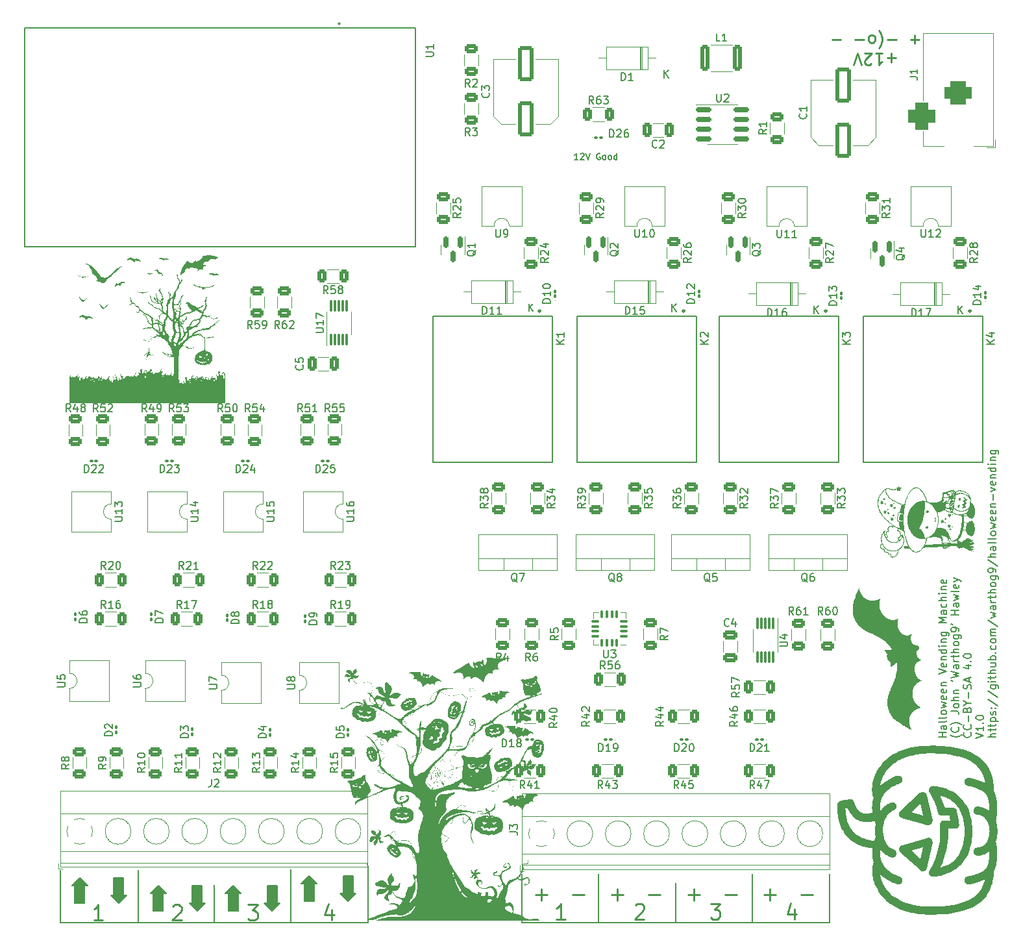
<source format=gto>
%TF.GenerationSoftware,KiCad,Pcbnew,(6.0.9)*%
%TF.CreationDate,2022-12-14T18:51:27-08:00*%
%TF.ProjectId,halloween vending machine,68616c6c-6f77-4656-956e-2076656e6469,rev?*%
%TF.SameCoordinates,Original*%
%TF.FileFunction,Legend,Top*%
%TF.FilePolarity,Positive*%
%FSLAX46Y46*%
G04 Gerber Fmt 4.6, Leading zero omitted, Abs format (unit mm)*
G04 Created by KiCad (PCBNEW (6.0.9)) date 2022-12-14 18:51:27*
%MOMM*%
%LPD*%
G01*
G04 APERTURE LIST*
G04 Aperture macros list*
%AMRoundRect*
0 Rectangle with rounded corners*
0 $1 Rounding radius*
0 $2 $3 $4 $5 $6 $7 $8 $9 X,Y pos of 4 corners*
0 Add a 4 corners polygon primitive as box body*
4,1,4,$2,$3,$4,$5,$6,$7,$8,$9,$2,$3,0*
0 Add four circle primitives for the rounded corners*
1,1,$1+$1,$2,$3*
1,1,$1+$1,$4,$5*
1,1,$1+$1,$6,$7*
1,1,$1+$1,$8,$9*
0 Add four rect primitives between the rounded corners*
20,1,$1+$1,$2,$3,$4,$5,0*
20,1,$1+$1,$4,$5,$6,$7,0*
20,1,$1+$1,$6,$7,$8,$9,0*
20,1,$1+$1,$8,$9,$2,$3,0*%
G04 Aperture macros list end*
%ADD10C,0.152400*%
%ADD11C,0.000000*%
%ADD12C,0.254000*%
%ADD13C,0.150000*%
%ADD14C,0.127000*%
%ADD15C,0.300000*%
%ADD16C,0.120000*%
%ADD17C,0.100000*%
%ADD18C,0.200000*%
%ADD19R,1.980000X1.980000*%
%ADD20C,1.935000*%
%ADD21C,1.980000*%
%ADD22R,2.600000X2.600000*%
%ADD23C,2.600000*%
%ADD24RoundRect,0.250000X-0.625000X0.312500X-0.625000X-0.312500X0.625000X-0.312500X0.625000X0.312500X0*%
%ADD25RoundRect,0.100000X0.130000X0.100000X-0.130000X0.100000X-0.130000X-0.100000X0.130000X-0.100000X0*%
%ADD26RoundRect,0.250000X-0.312500X-0.625000X0.312500X-0.625000X0.312500X0.625000X-0.312500X0.625000X0*%
%ADD27RoundRect,0.100000X0.100000X-0.130000X0.100000X0.130000X-0.100000X0.130000X-0.100000X-0.130000X0*%
%ADD28RoundRect,0.250000X0.650000X-0.325000X0.650000X0.325000X-0.650000X0.325000X-0.650000X-0.325000X0*%
%ADD29R,1.600000X1.600000*%
%ADD30O,1.600000X1.600000*%
%ADD31RoundRect,0.250000X0.625000X-0.312500X0.625000X0.312500X-0.625000X0.312500X-0.625000X-0.312500X0*%
%ADD32RoundRect,0.075000X0.075000X-0.650000X0.075000X0.650000X-0.075000X0.650000X-0.075000X-0.650000X0*%
%ADD33RoundRect,0.150000X-0.150000X0.587500X-0.150000X-0.587500X0.150000X-0.587500X0.150000X0.587500X0*%
%ADD34RoundRect,0.087500X0.425000X0.087500X-0.425000X0.087500X-0.425000X-0.087500X0.425000X-0.087500X0*%
%ADD35RoundRect,0.087500X0.087500X0.425000X-0.087500X0.425000X-0.087500X-0.425000X0.087500X-0.425000X0*%
%ADD36R,2.100000X2.100000*%
%ADD37R,2.200000X2.200000*%
%ADD38O,2.200000X2.200000*%
%ADD39RoundRect,0.100000X-0.100000X0.130000X-0.100000X-0.130000X0.100000X-0.130000X0.100000X0.130000X0*%
%ADD40RoundRect,0.150000X-0.825000X-0.150000X0.825000X-0.150000X0.825000X0.150000X-0.825000X0.150000X0*%
%ADD41RoundRect,0.250000X0.312500X0.625000X-0.312500X0.625000X-0.312500X-0.625000X0.312500X-0.625000X0*%
%ADD42RoundRect,0.250001X0.799999X-1.999999X0.799999X1.999999X-0.799999X1.999999X-0.799999X-1.999999X0*%
%ADD43RoundRect,0.250000X0.325000X0.650000X-0.325000X0.650000X-0.325000X-0.650000X0.325000X-0.650000X0*%
%ADD44R,2.000000X2.000000*%
%ADD45C,2.000000*%
%ADD46RoundRect,0.100000X-0.130000X-0.100000X0.130000X-0.100000X0.130000X0.100000X-0.130000X0.100000X0*%
%ADD47R,1.905000X2.000000*%
%ADD48O,1.905000X2.000000*%
%ADD49RoundRect,0.250000X-0.312500X-1.450000X0.312500X-1.450000X0.312500X1.450000X-0.312500X1.450000X0*%
%ADD50R,3.500000X3.500000*%
%ADD51RoundRect,0.750000X-1.000000X0.750000X-1.000000X-0.750000X1.000000X-0.750000X1.000000X0.750000X0*%
%ADD52RoundRect,0.875000X-0.875000X0.875000X-0.875000X-0.875000X0.875000X-0.875000X0.875000X0.875000X0*%
%ADD53RoundRect,0.075000X-0.075000X0.650000X-0.075000X-0.650000X0.075000X-0.650000X0.075000X0.650000X0*%
G04 APERTURE END LIST*
D10*
X95885000Y-130556000D02*
X95885000Y-136906000D01*
D11*
G36*
X37172332Y-52139219D02*
G01*
X37176529Y-52147648D01*
X37178731Y-52151808D01*
X37181023Y-52155913D01*
X37183419Y-52159949D01*
X37185934Y-52163904D01*
X37188584Y-52167764D01*
X37191382Y-52171515D01*
X37194343Y-52175144D01*
X37197484Y-52178637D01*
X37200817Y-52181981D01*
X37204360Y-52185162D01*
X37209914Y-52186561D01*
X37215501Y-52187565D01*
X37221117Y-52188210D01*
X37226757Y-52188531D01*
X37232416Y-52188562D01*
X37238091Y-52188338D01*
X37243778Y-52187894D01*
X37249471Y-52187266D01*
X37260860Y-52185593D01*
X37272225Y-52183599D01*
X37283531Y-52181564D01*
X37294742Y-52179765D01*
X37305647Y-52186820D01*
X37310704Y-52189752D01*
X37315529Y-52192301D01*
X37320148Y-52194477D01*
X37324584Y-52196292D01*
X37328861Y-52197755D01*
X37333004Y-52198877D01*
X37337038Y-52199668D01*
X37340986Y-52200139D01*
X37344872Y-52200301D01*
X37348722Y-52200163D01*
X37352559Y-52199738D01*
X37356408Y-52199033D01*
X37360293Y-52198062D01*
X37364238Y-52196833D01*
X37372406Y-52193646D01*
X37381107Y-52189557D01*
X37390536Y-52184649D01*
X37400887Y-52179006D01*
X37425131Y-52165852D01*
X37439414Y-52158509D01*
X37455396Y-52150766D01*
X37519304Y-52169434D01*
X37535596Y-52174673D01*
X37551771Y-52180329D01*
X37567707Y-52186497D01*
X37583282Y-52193272D01*
X37598375Y-52200747D01*
X37612863Y-52209017D01*
X37619843Y-52213480D01*
X37626626Y-52218177D01*
X37633197Y-52223120D01*
X37639541Y-52228321D01*
X37645643Y-52233791D01*
X37651487Y-52239543D01*
X37657058Y-52245588D01*
X37662342Y-52251938D01*
X37667322Y-52258605D01*
X37671984Y-52265600D01*
X37676313Y-52272936D01*
X37680292Y-52280624D01*
X37667065Y-52281344D01*
X37660453Y-52281533D01*
X37653850Y-52281583D01*
X37647264Y-52281477D01*
X37640700Y-52281197D01*
X37634165Y-52280724D01*
X37627666Y-52280042D01*
X37621210Y-52279131D01*
X37614802Y-52277974D01*
X37608449Y-52276553D01*
X37602157Y-52274849D01*
X37595934Y-52272846D01*
X37589786Y-52270524D01*
X37583719Y-52267867D01*
X37577740Y-52264855D01*
X37574180Y-52263319D01*
X37570625Y-52262054D01*
X37567075Y-52261044D01*
X37563528Y-52260273D01*
X37559984Y-52259727D01*
X37556443Y-52259389D01*
X37552905Y-52259245D01*
X37549369Y-52259277D01*
X37542301Y-52259812D01*
X37535237Y-52260868D01*
X37528173Y-52262322D01*
X37521106Y-52264048D01*
X37506951Y-52267818D01*
X37499855Y-52269612D01*
X37492744Y-52271180D01*
X37485614Y-52272396D01*
X37478461Y-52273136D01*
X37474875Y-52273288D01*
X37471283Y-52273274D01*
X37467683Y-52273079D01*
X37464075Y-52272686D01*
X37460107Y-52272770D01*
X37456037Y-52272664D01*
X37447689Y-52272113D01*
X37439230Y-52271494D01*
X37435021Y-52271304D01*
X37430857Y-52271271D01*
X37426764Y-52271452D01*
X37422766Y-52271906D01*
X37420811Y-52272253D01*
X37418888Y-52272690D01*
X37417002Y-52273224D01*
X37415155Y-52273862D01*
X37413351Y-52274612D01*
X37411591Y-52275480D01*
X37409881Y-52276474D01*
X37408222Y-52277602D01*
X37406617Y-52278869D01*
X37405070Y-52280285D01*
X37403584Y-52281855D01*
X37402162Y-52283587D01*
X37402307Y-52284916D01*
X37402519Y-52286224D01*
X37402797Y-52287511D01*
X37403137Y-52288779D01*
X37403537Y-52290028D01*
X37403992Y-52291259D01*
X37404500Y-52292473D01*
X37405059Y-52293669D01*
X37405664Y-52294850D01*
X37406313Y-52296016D01*
X37407731Y-52298304D01*
X37409288Y-52300540D01*
X37410961Y-52302730D01*
X37412723Y-52304878D01*
X37414552Y-52306991D01*
X37418311Y-52311135D01*
X37422042Y-52315207D01*
X37423837Y-52317230D01*
X37425552Y-52319253D01*
X37419410Y-52320160D01*
X37413356Y-52321417D01*
X37407431Y-52323027D01*
X37401679Y-52324996D01*
X37396142Y-52327328D01*
X37393467Y-52328631D01*
X37390862Y-52330026D01*
X37388333Y-52331515D01*
X37385884Y-52333097D01*
X37383520Y-52334773D01*
X37381248Y-52336544D01*
X37379072Y-52338409D01*
X37376998Y-52340371D01*
X37375031Y-52342429D01*
X37373176Y-52344584D01*
X37371439Y-52346836D01*
X37369825Y-52349186D01*
X37368340Y-52351635D01*
X37366988Y-52354183D01*
X37365776Y-52356831D01*
X37364708Y-52359578D01*
X37363789Y-52362427D01*
X37363026Y-52365377D01*
X37362423Y-52368429D01*
X37361985Y-52371583D01*
X37361719Y-52374841D01*
X37361629Y-52378202D01*
X37356489Y-52373783D01*
X37351160Y-52369876D01*
X37345656Y-52366458D01*
X37339991Y-52363506D01*
X37334179Y-52360996D01*
X37328234Y-52358905D01*
X37322170Y-52357209D01*
X37316002Y-52355885D01*
X37309743Y-52354909D01*
X37303408Y-52354259D01*
X37297010Y-52353910D01*
X37290564Y-52353839D01*
X37284084Y-52354023D01*
X37277584Y-52354439D01*
X37271078Y-52355063D01*
X37264581Y-52355871D01*
X37266970Y-52345731D01*
X37269488Y-52335631D01*
X37274634Y-52315549D01*
X37264357Y-52310187D01*
X37255537Y-52305261D01*
X37240992Y-52296488D01*
X37228445Y-52288765D01*
X37222122Y-52285151D01*
X37215340Y-52281625D01*
X37207780Y-52278130D01*
X37199123Y-52274606D01*
X37189050Y-52270996D01*
X37177240Y-52267241D01*
X37163375Y-52263284D01*
X37147135Y-52259065D01*
X37128201Y-52254529D01*
X37106254Y-52249615D01*
X37103182Y-52250506D01*
X37100193Y-52251529D01*
X37097284Y-52252676D01*
X37094449Y-52253941D01*
X37091684Y-52255315D01*
X37088985Y-52256793D01*
X37086347Y-52258367D01*
X37083766Y-52260031D01*
X37078756Y-52263598D01*
X37073919Y-52267439D01*
X37069220Y-52271497D01*
X37064622Y-52275716D01*
X37046529Y-52293087D01*
X37041901Y-52297274D01*
X37037160Y-52301286D01*
X37032270Y-52305068D01*
X37027195Y-52308564D01*
X37023436Y-52309396D01*
X37019661Y-52310115D01*
X37015874Y-52310729D01*
X37012074Y-52311248D01*
X37004446Y-52312041D01*
X36996794Y-52312572D01*
X36989132Y-52312920D01*
X36981475Y-52313163D01*
X36966235Y-52313644D01*
X36968438Y-52304672D01*
X36971070Y-52295968D01*
X36974112Y-52287524D01*
X36977547Y-52279334D01*
X36981359Y-52271388D01*
X36985531Y-52263681D01*
X36990045Y-52256204D01*
X36994884Y-52248950D01*
X37000032Y-52241911D01*
X37005471Y-52235081D01*
X37017154Y-52222014D01*
X37029799Y-52209690D01*
X37043268Y-52198047D01*
X37057425Y-52187028D01*
X37072135Y-52176571D01*
X37087260Y-52166617D01*
X37102665Y-52157107D01*
X37133768Y-52139175D01*
X37164355Y-52122297D01*
X37172332Y-52139219D01*
G37*
D10*
G36*
X44132500Y-134302500D02*
G01*
X44513500Y-134302500D01*
X43497500Y-135318500D01*
X42481500Y-134302500D01*
X42862500Y-134302500D01*
X42862500Y-132016500D01*
X44132500Y-132016500D01*
X44132500Y-134302500D01*
G37*
X44132500Y-134302500D02*
X44513500Y-134302500D01*
X43497500Y-135318500D01*
X42481500Y-134302500D01*
X42862500Y-134302500D01*
X42862500Y-132016500D01*
X44132500Y-132016500D01*
X44132500Y-134302500D01*
D11*
G36*
X38883930Y-50164892D02*
G01*
X38892599Y-50165615D01*
X38901033Y-50166790D01*
X38909245Y-50168389D01*
X38917248Y-50170386D01*
X38925055Y-50172754D01*
X38932679Y-50175467D01*
X38940131Y-50178497D01*
X38947426Y-50181817D01*
X38954575Y-50185401D01*
X38961592Y-50189222D01*
X38975279Y-50197468D01*
X38988588Y-50206338D01*
X39040088Y-50243774D01*
X39053038Y-50252547D01*
X39066222Y-50260656D01*
X39072934Y-50264395D01*
X39079742Y-50267887D01*
X39086659Y-50271105D01*
X39093699Y-50274024D01*
X39095630Y-50240845D01*
X39096616Y-50224256D01*
X39097720Y-50207666D01*
X39102210Y-50207731D01*
X39106709Y-50207848D01*
X39111219Y-50208020D01*
X39115739Y-50208248D01*
X39120268Y-50208536D01*
X39124808Y-50208887D01*
X39129357Y-50209301D01*
X39133916Y-50209783D01*
X39137111Y-50215149D01*
X39140400Y-50220467D01*
X39147132Y-50231042D01*
X39153844Y-50241677D01*
X39157109Y-50247069D01*
X39160269Y-50252539D01*
X39163513Y-50253419D01*
X39166697Y-50254062D01*
X39169826Y-50254481D01*
X39172902Y-50254689D01*
X39175930Y-50254698D01*
X39178912Y-50254522D01*
X39181853Y-50254172D01*
X39184755Y-50253662D01*
X39187622Y-50253005D01*
X39190458Y-50252212D01*
X39196050Y-50250272D01*
X39201557Y-50247944D01*
X39207008Y-50245330D01*
X39217852Y-50239648D01*
X39223301Y-50236784D01*
X39228805Y-50234040D01*
X39234391Y-50231517D01*
X39240087Y-50229317D01*
X39242985Y-50228370D01*
X39245921Y-50227542D01*
X39248898Y-50226845D01*
X39251921Y-50226293D01*
X39253944Y-50250648D01*
X39256048Y-50275082D01*
X39263813Y-50275044D01*
X39271497Y-50274593D01*
X39279104Y-50273759D01*
X39286641Y-50272572D01*
X39301528Y-50269263D01*
X39316206Y-50264907D01*
X39330722Y-50259747D01*
X39345124Y-50254025D01*
X39373775Y-50241864D01*
X39388119Y-50235909D01*
X39402540Y-50230362D01*
X39417084Y-50225465D01*
X39431800Y-50221459D01*
X39439236Y-50219867D01*
X39446734Y-50218588D01*
X39454298Y-50217653D01*
X39461935Y-50217093D01*
X39469650Y-50216937D01*
X39477450Y-50217217D01*
X39485340Y-50217962D01*
X39493327Y-50219202D01*
X39495499Y-50223955D01*
X39497724Y-50228691D01*
X39502310Y-50238120D01*
X39507034Y-50247509D01*
X39511847Y-50256879D01*
X39546505Y-50267265D01*
X39573345Y-50274413D01*
X39593483Y-50278897D01*
X39608033Y-50281288D01*
X39618108Y-50282161D01*
X39624823Y-50282086D01*
X39632630Y-50281390D01*
X39635950Y-50281913D01*
X39640367Y-50283781D01*
X39656949Y-50293842D01*
X39752301Y-50355304D01*
X39757910Y-50360519D01*
X39763803Y-50365672D01*
X39776094Y-50375941D01*
X39788474Y-50386409D01*
X39794478Y-50391810D01*
X39800243Y-50397372D01*
X39805681Y-50403133D01*
X39810703Y-50409130D01*
X39813032Y-50412228D01*
X39815224Y-50415399D01*
X39817268Y-50418648D01*
X39819154Y-50421979D01*
X39820871Y-50425396D01*
X39822408Y-50428905D01*
X39823753Y-50432511D01*
X39824897Y-50436217D01*
X39825827Y-50440028D01*
X39826533Y-50443949D01*
X39827005Y-50447986D01*
X39827231Y-50452141D01*
X39818256Y-50450570D01*
X39809237Y-50448697D01*
X39791089Y-50444414D01*
X39772841Y-50440028D01*
X39763698Y-50438028D01*
X39754550Y-50436279D01*
X39745404Y-50434874D01*
X39736268Y-50433904D01*
X39727147Y-50433463D01*
X39718050Y-50433642D01*
X39708983Y-50434533D01*
X39704462Y-50435275D01*
X39699952Y-50436229D01*
X39695452Y-50437408D01*
X39690964Y-50438822D01*
X39686489Y-50440484D01*
X39682027Y-50442404D01*
X39678137Y-50443799D01*
X39674245Y-50445438D01*
X39670348Y-50447257D01*
X39666444Y-50449191D01*
X39658607Y-50453142D01*
X39654668Y-50455030D01*
X39650713Y-50456771D01*
X39646740Y-50458302D01*
X39642745Y-50459557D01*
X39640740Y-50460061D01*
X39638728Y-50460471D01*
X39636710Y-50460779D01*
X39634685Y-50460978D01*
X39632653Y-50461059D01*
X39630614Y-50461015D01*
X39628567Y-50460836D01*
X39626512Y-50460514D01*
X39624450Y-50460043D01*
X39622378Y-50459413D01*
X39620299Y-50458616D01*
X39618210Y-50457645D01*
X39611910Y-50455266D01*
X39605556Y-50452708D01*
X39592707Y-50447385D01*
X39586222Y-50444783D01*
X39579704Y-50442330D01*
X39573158Y-50440108D01*
X39566589Y-50438198D01*
X39560004Y-50436682D01*
X39553405Y-50435643D01*
X39550103Y-50435327D01*
X39546801Y-50435162D01*
X39543497Y-50435156D01*
X39540194Y-50435320D01*
X39536892Y-50435665D01*
X39533591Y-50436201D01*
X39530293Y-50436937D01*
X39526997Y-50437885D01*
X39523706Y-50439054D01*
X39520418Y-50440455D01*
X39517135Y-50442097D01*
X39513858Y-50443992D01*
X39511399Y-50444529D01*
X39509020Y-50445238D01*
X39506715Y-50446107D01*
X39504478Y-50447121D01*
X39502304Y-50448269D01*
X39500188Y-50449536D01*
X39498124Y-50450910D01*
X39496106Y-50452378D01*
X39492188Y-50455541D01*
X39488391Y-50458921D01*
X39480983Y-50465913D01*
X39477284Y-50469314D01*
X39473530Y-50472512D01*
X39471619Y-50474002D01*
X39469677Y-50475403D01*
X39467700Y-50476700D01*
X39465682Y-50477880D01*
X39463617Y-50478931D01*
X39461500Y-50479840D01*
X39459325Y-50480593D01*
X39457087Y-50481177D01*
X39454780Y-50481579D01*
X39452400Y-50481786D01*
X39449939Y-50481785D01*
X39447394Y-50481563D01*
X39436217Y-50474695D01*
X39425033Y-50468365D01*
X39413864Y-50462577D01*
X39402730Y-50457334D01*
X39391649Y-50452641D01*
X39380644Y-50448501D01*
X39369733Y-50444917D01*
X39358936Y-50441894D01*
X39348274Y-50439436D01*
X39337767Y-50437545D01*
X39327434Y-50436227D01*
X39317297Y-50435484D01*
X39307374Y-50435320D01*
X39297685Y-50435740D01*
X39288252Y-50436746D01*
X39279094Y-50438343D01*
X39270230Y-50440535D01*
X39261682Y-50443324D01*
X39253468Y-50446716D01*
X39245610Y-50450713D01*
X39238127Y-50455319D01*
X39231039Y-50460539D01*
X39224366Y-50466376D01*
X39218129Y-50472833D01*
X39212346Y-50479914D01*
X39207040Y-50487624D01*
X39202228Y-50495966D01*
X39197932Y-50504944D01*
X39194171Y-50514560D01*
X39190966Y-50524821D01*
X39188337Y-50535728D01*
X39186303Y-50547286D01*
X39179013Y-50543088D01*
X39166979Y-50537139D01*
X39150826Y-50530102D01*
X39131177Y-50522644D01*
X39120237Y-50518964D01*
X39108656Y-50515427D01*
X39096513Y-50512118D01*
X39083886Y-50509119D01*
X39070852Y-50506512D01*
X39057490Y-50504382D01*
X39043878Y-50502811D01*
X39030093Y-50501883D01*
X39031351Y-50499061D01*
X39032663Y-50496269D01*
X39035433Y-50490766D01*
X39038373Y-50485354D01*
X39041457Y-50480015D01*
X39044654Y-50474731D01*
X39047937Y-50469483D01*
X39054646Y-50459021D01*
X39050746Y-50453002D01*
X39046334Y-50447514D01*
X39041445Y-50442534D01*
X39036119Y-50438038D01*
X39030390Y-50434002D01*
X39024297Y-50430402D01*
X39017877Y-50427215D01*
X39011167Y-50424416D01*
X39004203Y-50421983D01*
X38997023Y-50419892D01*
X38989664Y-50418118D01*
X38982163Y-50416638D01*
X38966883Y-50414466D01*
X38951479Y-50413184D01*
X38936248Y-50412604D01*
X38921487Y-50412536D01*
X38894560Y-50413176D01*
X38873068Y-50413584D01*
X38865102Y-50413227D01*
X38859384Y-50412242D01*
X38824531Y-50380250D01*
X38802085Y-50359965D01*
X38794112Y-50353458D01*
X38787558Y-50348971D01*
X38784638Y-50347390D01*
X38781862Y-50346202D01*
X38779160Y-50345367D01*
X38776462Y-50344849D01*
X38770797Y-50344610D01*
X38764307Y-50345182D01*
X38746606Y-50347554D01*
X38734273Y-50348749D01*
X38718869Y-50349546D01*
X38699835Y-50349645D01*
X38676609Y-50348742D01*
X38626463Y-50316085D01*
X38618976Y-50311650D01*
X38612484Y-50308370D01*
X38606475Y-50306075D01*
X38600437Y-50304595D01*
X38593857Y-50303763D01*
X38586224Y-50303409D01*
X38565746Y-50303458D01*
X38534904Y-50303392D01*
X38514317Y-50302893D01*
X38489601Y-50301858D01*
X38490243Y-50299234D01*
X38491554Y-50296301D01*
X38496098Y-50289615D01*
X38503061Y-50282013D01*
X38512273Y-50273706D01*
X38523561Y-50264909D01*
X38536754Y-50255833D01*
X38551680Y-50246691D01*
X38568167Y-50237697D01*
X38586044Y-50229061D01*
X38605138Y-50220999D01*
X38625279Y-50213721D01*
X38646294Y-50207441D01*
X38668012Y-50202372D01*
X38690261Y-50198726D01*
X38712869Y-50196716D01*
X38724254Y-50196390D01*
X38735665Y-50196554D01*
X38766482Y-50196962D01*
X38797339Y-50197123D01*
X38828235Y-50196866D01*
X38843699Y-50196529D01*
X38859172Y-50196025D01*
X38865839Y-50164910D01*
X38875015Y-50164648D01*
X38883930Y-50164892D01*
G37*
G36*
X82007643Y-107127004D02*
G01*
X82002231Y-107097051D01*
X81997489Y-107067003D01*
X81993440Y-107036868D01*
X81990105Y-107006656D01*
X81987503Y-106976375D01*
X81985656Y-106946035D01*
X81984586Y-106915644D01*
X81984312Y-106885211D01*
X81984856Y-106854745D01*
X81986239Y-106824255D01*
X81988481Y-106793751D01*
X82004026Y-106807113D01*
X82019376Y-106820734D01*
X82049899Y-106848289D01*
X82065276Y-106861993D01*
X82080867Y-106875496D01*
X82096774Y-106888683D01*
X82104878Y-106895122D01*
X82113099Y-106901438D01*
X82119026Y-106901444D01*
X82124904Y-106901176D01*
X82130734Y-106900647D01*
X82136521Y-106899874D01*
X82147974Y-106897654D01*
X82159288Y-106894637D01*
X82170486Y-106890941D01*
X82181591Y-106886689D01*
X82192627Y-106882001D01*
X82203618Y-106876996D01*
X82247602Y-106856230D01*
X82258721Y-106851455D01*
X82269936Y-106847086D01*
X82281272Y-106843245D01*
X82292752Y-106840053D01*
X82301561Y-106836929D01*
X82310424Y-106834238D01*
X82328296Y-106830042D01*
X82346341Y-106827239D01*
X82364528Y-106825607D01*
X82382831Y-106824920D01*
X82401219Y-106824955D01*
X82438140Y-106826294D01*
X82475060Y-106827831D01*
X82493449Y-106828114D01*
X82511751Y-106827774D01*
X82529939Y-106826588D01*
X82547984Y-106824332D01*
X82565856Y-106820780D01*
X82574719Y-106818449D01*
X82583528Y-106815711D01*
X82590756Y-106809104D01*
X82597768Y-106802293D01*
X82604586Y-106795299D01*
X82611230Y-106788141D01*
X82617721Y-106780839D01*
X82624078Y-106773412D01*
X82636476Y-106758264D01*
X82660581Y-106727344D01*
X82672616Y-106711889D01*
X82684860Y-106696648D01*
X82697122Y-106753290D01*
X82708428Y-106810106D01*
X82718667Y-106867095D01*
X82727727Y-106924258D01*
X82735497Y-106981594D01*
X82741864Y-107039104D01*
X82746718Y-107096787D01*
X82749946Y-107154644D01*
X82764939Y-107143961D01*
X82779307Y-107132713D01*
X82793053Y-107120923D01*
X82806175Y-107108614D01*
X82830554Y-107082532D01*
X82852450Y-107054650D01*
X82871868Y-107025151D01*
X82888815Y-106994219D01*
X82903294Y-106962036D01*
X82915313Y-106928786D01*
X82924876Y-106894653D01*
X82931989Y-106859819D01*
X82936657Y-106824469D01*
X82938885Y-106788784D01*
X82938680Y-106752950D01*
X82936046Y-106717148D01*
X82930988Y-106681562D01*
X82923514Y-106646377D01*
X82995933Y-106641870D01*
X83032305Y-106640396D01*
X83068674Y-106640093D01*
X83086831Y-106640534D01*
X83104956Y-106641452D01*
X83123038Y-106642908D01*
X83141067Y-106644963D01*
X83159033Y-106647678D01*
X83176924Y-106651115D01*
X83194731Y-106655335D01*
X83212443Y-106660399D01*
X83275941Y-106678394D01*
X83319492Y-106691019D01*
X83363406Y-106702447D01*
X83407649Y-106712597D01*
X83452187Y-106721389D01*
X83496986Y-106728743D01*
X83542012Y-106734577D01*
X83587229Y-106738811D01*
X83632605Y-106741365D01*
X83648477Y-106740836D01*
X83672627Y-106739888D01*
X83697026Y-106739412D01*
X83721624Y-106739382D01*
X83746371Y-106739775D01*
X83801469Y-106742194D01*
X83856703Y-106745431D01*
X83911887Y-106750008D01*
X83966836Y-106756445D01*
X83994164Y-106760524D01*
X84021363Y-106765263D01*
X84048411Y-106770728D01*
X84075283Y-106776984D01*
X84101957Y-106784095D01*
X84128410Y-106792127D01*
X84154617Y-106801144D01*
X84180557Y-106811213D01*
X84190123Y-106815221D01*
X84199603Y-106819310D01*
X84218454Y-106827752D01*
X84237405Y-106836591D01*
X84256753Y-106845876D01*
X84308081Y-106881597D01*
X84225518Y-106891512D01*
X84183667Y-106897780D01*
X84141733Y-106905164D01*
X84099939Y-106913846D01*
X84058507Y-106924006D01*
X84017659Y-106935828D01*
X83977618Y-106949493D01*
X83938607Y-106965183D01*
X83900847Y-106983079D01*
X83864562Y-107003364D01*
X83847041Y-107014458D01*
X83829973Y-107026218D01*
X83813384Y-107038666D01*
X83797303Y-107051824D01*
X83781758Y-107065716D01*
X83766775Y-107080364D01*
X83752384Y-107095791D01*
X83738611Y-107112019D01*
X83725485Y-107129072D01*
X83713034Y-107146972D01*
X83703843Y-107170266D01*
X83696456Y-107193788D01*
X83690790Y-107217498D01*
X83686764Y-107241358D01*
X83684296Y-107265327D01*
X83683304Y-107289368D01*
X83683706Y-107313440D01*
X83685421Y-107337505D01*
X83688367Y-107361523D01*
X83692461Y-107385456D01*
X83697623Y-107409264D01*
X83703771Y-107432908D01*
X83710821Y-107456349D01*
X83718694Y-107479548D01*
X83727307Y-107502465D01*
X83736578Y-107525062D01*
X83696879Y-107514256D01*
X83676886Y-107509495D01*
X83656811Y-107505197D01*
X83636663Y-107501386D01*
X83616452Y-107498090D01*
X83596187Y-107495334D01*
X83575879Y-107493145D01*
X83555536Y-107491547D01*
X83535169Y-107490568D01*
X83514787Y-107490233D01*
X83494400Y-107490568D01*
X83474017Y-107491600D01*
X83453649Y-107493353D01*
X83433305Y-107495854D01*
X83412994Y-107499130D01*
X83401168Y-107502106D01*
X83389799Y-107505710D01*
X83378892Y-107509918D01*
X83368447Y-107514705D01*
X83358467Y-107520047D01*
X83348955Y-107525918D01*
X83339913Y-107532295D01*
X83331343Y-107539152D01*
X83323249Y-107546466D01*
X83315631Y-107554211D01*
X83308493Y-107562363D01*
X83301836Y-107570898D01*
X83295664Y-107579790D01*
X83289979Y-107589016D01*
X83284782Y-107598551D01*
X83280077Y-107608370D01*
X83275866Y-107618449D01*
X83272151Y-107628763D01*
X83268934Y-107639287D01*
X83266218Y-107649997D01*
X83264005Y-107660869D01*
X83262298Y-107671878D01*
X83261099Y-107682998D01*
X83260410Y-107694207D01*
X83260234Y-107705479D01*
X83260573Y-107716789D01*
X83261430Y-107728113D01*
X83262806Y-107739427D01*
X83264705Y-107750706D01*
X83267128Y-107761925D01*
X83270078Y-107773060D01*
X83273558Y-107784086D01*
X83263840Y-107775718D01*
X83253801Y-107767831D01*
X83243460Y-107760428D01*
X83232839Y-107753514D01*
X83221957Y-107747091D01*
X83210836Y-107741163D01*
X83199497Y-107735733D01*
X83187959Y-107730805D01*
X83164371Y-107722470D01*
X83140238Y-107716183D01*
X83115725Y-107711974D01*
X83090998Y-107709871D01*
X83078605Y-107709617D01*
X83066221Y-107709900D01*
X83053865Y-107710724D01*
X83041559Y-107712091D01*
X83029323Y-107714005D01*
X83017178Y-107716470D01*
X83005144Y-107719490D01*
X82993242Y-107723067D01*
X82981493Y-107727205D01*
X82969918Y-107731908D01*
X82958536Y-107737179D01*
X82947369Y-107743022D01*
X82936437Y-107749440D01*
X82925761Y-107756436D01*
X82915362Y-107764015D01*
X82905260Y-107772179D01*
X82872134Y-107800459D01*
X82840916Y-107830639D01*
X82811598Y-107862586D01*
X82784170Y-107896165D01*
X82758625Y-107931244D01*
X82734953Y-107967688D01*
X82713146Y-108005364D01*
X82693196Y-108044138D01*
X82675093Y-108083876D01*
X82658830Y-108124445D01*
X82644398Y-108165710D01*
X82631788Y-108207539D01*
X82620992Y-108249797D01*
X82612001Y-108292351D01*
X82604807Y-108335066D01*
X82599400Y-108377810D01*
X82579042Y-108338389D01*
X82556982Y-108299685D01*
X82533257Y-108261826D01*
X82507901Y-108224939D01*
X82480950Y-108189154D01*
X82452439Y-108154597D01*
X82422403Y-108121396D01*
X82390878Y-108089680D01*
X82357898Y-108059576D01*
X82323500Y-108031212D01*
X82287718Y-108004717D01*
X82250587Y-107980217D01*
X82212144Y-107957841D01*
X82172423Y-107937717D01*
X82131459Y-107919972D01*
X82089288Y-107904735D01*
X82077344Y-107901593D01*
X82065428Y-107899005D01*
X82053550Y-107896963D01*
X82041717Y-107895456D01*
X82029940Y-107894475D01*
X82018225Y-107894011D01*
X82006583Y-107894054D01*
X81995021Y-107894594D01*
X81983548Y-107895623D01*
X81972173Y-107897130D01*
X81960904Y-107899105D01*
X81949750Y-107901540D01*
X81938720Y-107904425D01*
X81927823Y-107907750D01*
X81917066Y-107911506D01*
X81906458Y-107915683D01*
X81896009Y-107920271D01*
X81885727Y-107925262D01*
X81875620Y-107930645D01*
X81865696Y-107936411D01*
X81855966Y-107942550D01*
X81846437Y-107949054D01*
X81837118Y-107955912D01*
X81828017Y-107963114D01*
X81819144Y-107970652D01*
X81810506Y-107978515D01*
X81802113Y-107986695D01*
X81793972Y-107995181D01*
X81778485Y-108013036D01*
X81764114Y-108032002D01*
X81749550Y-107977687D01*
X81745571Y-107963893D01*
X81741247Y-107950229D01*
X81736472Y-107936802D01*
X81731141Y-107923720D01*
X81725150Y-107911090D01*
X81721874Y-107904979D01*
X81718394Y-107899021D01*
X81714696Y-107893231D01*
X81710767Y-107887621D01*
X81706594Y-107882204D01*
X81702164Y-107876996D01*
X81697464Y-107872008D01*
X81692481Y-107867255D01*
X81687201Y-107862749D01*
X81681612Y-107858505D01*
X81675700Y-107854535D01*
X81669453Y-107850854D01*
X81662856Y-107847475D01*
X81655897Y-107844410D01*
X81649489Y-107840936D01*
X81643016Y-107837797D01*
X81636482Y-107834982D01*
X81629892Y-107832479D01*
X81616553Y-107828363D01*
X81603030Y-107825356D01*
X81589353Y-107823365D01*
X81575550Y-107822295D01*
X81561650Y-107822055D01*
X81547684Y-107822549D01*
X81533681Y-107823685D01*
X81519670Y-107825370D01*
X81505680Y-107827510D01*
X81491742Y-107830011D01*
X81464136Y-107835725D01*
X81437086Y-107841765D01*
X81410979Y-107853762D01*
X81385234Y-107866503D01*
X81359842Y-107879939D01*
X81334795Y-107894020D01*
X81310081Y-107908695D01*
X81285693Y-107923917D01*
X81261621Y-107939634D01*
X81237855Y-107955797D01*
X81239564Y-107910844D01*
X81239819Y-107888047D01*
X81239522Y-107865153D01*
X81238560Y-107842250D01*
X81236819Y-107819425D01*
X81234187Y-107796765D01*
X81230548Y-107774360D01*
X81225790Y-107752295D01*
X81219800Y-107730660D01*
X81212463Y-107709540D01*
X81203666Y-107689024D01*
X81198684Y-107679020D01*
X81193295Y-107669200D01*
X81187484Y-107659575D01*
X81181238Y-107650155D01*
X81174541Y-107640952D01*
X81167379Y-107631977D01*
X81159739Y-107623240D01*
X81151607Y-107614752D01*
X81139883Y-107602723D01*
X81127745Y-107591473D01*
X81115211Y-107580978D01*
X81102301Y-107571216D01*
X81089033Y-107562163D01*
X81075428Y-107553795D01*
X81047281Y-107539019D01*
X81018013Y-107526700D01*
X80987778Y-107516650D01*
X80956730Y-107508680D01*
X80925022Y-107502601D01*
X80892810Y-107498223D01*
X80860245Y-107495360D01*
X80827484Y-107493821D01*
X80794678Y-107493418D01*
X80761982Y-107493962D01*
X80729551Y-107495265D01*
X80666095Y-107499391D01*
X80643537Y-107504893D01*
X80620920Y-107510112D01*
X80575573Y-107519865D01*
X80530175Y-107528972D01*
X80484852Y-107537758D01*
X80492244Y-107528841D01*
X80501124Y-107518014D01*
X80517395Y-107498071D01*
X80530639Y-107482511D01*
X80544273Y-107467293D01*
X80558290Y-107452430D01*
X80572683Y-107437935D01*
X80587445Y-107423822D01*
X80602569Y-107410104D01*
X80618048Y-107396793D01*
X80633876Y-107383903D01*
X80650044Y-107371447D01*
X80666546Y-107359438D01*
X80683376Y-107347890D01*
X80700526Y-107336816D01*
X80717988Y-107326228D01*
X80735757Y-107316140D01*
X80753826Y-107306566D01*
X80772186Y-107297517D01*
X80778079Y-107294379D01*
X80784043Y-107291311D01*
X80790074Y-107288312D01*
X80796169Y-107285378D01*
X80802326Y-107282506D01*
X80808541Y-107279693D01*
X80814812Y-107276936D01*
X80821136Y-107274231D01*
X81049275Y-107183844D01*
X81105720Y-107159875D01*
X81161359Y-107134148D01*
X81188788Y-107120437D01*
X81215908Y-107106059D01*
X81242684Y-107090939D01*
X81269081Y-107075002D01*
X81320662Y-107039981D01*
X81373118Y-107005967D01*
X81426604Y-106973572D01*
X81453781Y-106958171D01*
X81481274Y-106943405D01*
X81509101Y-106929348D01*
X81537283Y-106916078D01*
X81565839Y-106903671D01*
X81594788Y-106892202D01*
X81624149Y-106881749D01*
X81653941Y-106872388D01*
X81684185Y-106864196D01*
X81714900Y-106857248D01*
X81716364Y-106875103D01*
X81718518Y-106892839D01*
X81721348Y-106910436D01*
X81724843Y-106927876D01*
X81728991Y-106945138D01*
X81733780Y-106962205D01*
X81739197Y-106979057D01*
X81745232Y-106995676D01*
X81751872Y-107012041D01*
X81759105Y-107028135D01*
X81766919Y-107043939D01*
X81775302Y-107059432D01*
X81784242Y-107074597D01*
X81793727Y-107089414D01*
X81803746Y-107103865D01*
X81814286Y-107117930D01*
X81825335Y-107131590D01*
X81836881Y-107144827D01*
X81848913Y-107157621D01*
X81861418Y-107169953D01*
X81874385Y-107181805D01*
X81887801Y-107193157D01*
X81901654Y-107203991D01*
X81915933Y-107214287D01*
X81930625Y-107224027D01*
X81945719Y-107233191D01*
X81961203Y-107241760D01*
X81977064Y-107249716D01*
X81993291Y-107257040D01*
X82009872Y-107263711D01*
X82026794Y-107269713D01*
X82044046Y-107275025D01*
X82027701Y-107216201D01*
X82013996Y-107158081D01*
X82083734Y-107158081D01*
X82172630Y-107150408D01*
X82172607Y-107154814D01*
X82172438Y-107159100D01*
X82172123Y-107163266D01*
X82171663Y-107167313D01*
X82171057Y-107171240D01*
X82170305Y-107175048D01*
X82169407Y-107178736D01*
X82168364Y-107182305D01*
X82167175Y-107185753D01*
X82165840Y-107189082D01*
X82164360Y-107192291D01*
X82162734Y-107195380D01*
X82160962Y-107198349D01*
X82159044Y-107201198D01*
X82156981Y-107203927D01*
X82154772Y-107206535D01*
X82152417Y-107209024D01*
X82149916Y-107211393D01*
X82147270Y-107213641D01*
X82144478Y-107215769D01*
X82141540Y-107217776D01*
X82138457Y-107219663D01*
X82135227Y-107221430D01*
X82131852Y-107223076D01*
X82128331Y-107224602D01*
X82124665Y-107226007D01*
X82120852Y-107227292D01*
X82116894Y-107228455D01*
X82112791Y-107229499D01*
X82108541Y-107230421D01*
X82099605Y-107231903D01*
X82113610Y-107239335D01*
X82128152Y-107246810D01*
X82135582Y-107250314D01*
X82143097Y-107253529D01*
X82150678Y-107256355D01*
X82158311Y-107258692D01*
X82165977Y-107260439D01*
X82169818Y-107261061D01*
X82173661Y-107261498D01*
X82177504Y-107261737D01*
X82181346Y-107261767D01*
X82185183Y-107261574D01*
X82189014Y-107261147D01*
X82192837Y-107260472D01*
X82196650Y-107259538D01*
X82200451Y-107258331D01*
X82204237Y-107256839D01*
X82208007Y-107255051D01*
X82211758Y-107252952D01*
X82215489Y-107250531D01*
X82219197Y-107247775D01*
X82225593Y-107245412D01*
X82231535Y-107242560D01*
X82237027Y-107239254D01*
X82242071Y-107235528D01*
X82246670Y-107231417D01*
X82250826Y-107226954D01*
X82254542Y-107222174D01*
X82257820Y-107217111D01*
X82260664Y-107211799D01*
X82263075Y-107206272D01*
X82265056Y-107200565D01*
X82266611Y-107194711D01*
X82267741Y-107188746D01*
X82268449Y-107182703D01*
X82268738Y-107176616D01*
X82268611Y-107170520D01*
X82268070Y-107164448D01*
X82267117Y-107158436D01*
X82265755Y-107152516D01*
X82263988Y-107146724D01*
X82261817Y-107141094D01*
X82259245Y-107135659D01*
X82256274Y-107130455D01*
X82252909Y-107125515D01*
X82249150Y-107120873D01*
X82245000Y-107116564D01*
X82240463Y-107112621D01*
X82235541Y-107109080D01*
X82231123Y-107106493D01*
X82445947Y-107106493D01*
X82534314Y-107081355D01*
X82537804Y-107086456D01*
X82540702Y-107091346D01*
X82543031Y-107096034D01*
X82544815Y-107100527D01*
X82546077Y-107104834D01*
X82546843Y-107108961D01*
X82547137Y-107112919D01*
X82546981Y-107116713D01*
X82546401Y-107120353D01*
X82545419Y-107123847D01*
X82544062Y-107127201D01*
X82542351Y-107130425D01*
X82540312Y-107133527D01*
X82537968Y-107136513D01*
X82535344Y-107139393D01*
X82532462Y-107142175D01*
X82526027Y-107147473D01*
X82518853Y-107152473D01*
X82511134Y-107157238D01*
X82503062Y-107161832D01*
X82486625Y-107170764D01*
X82478645Y-107175230D01*
X82471081Y-107179780D01*
X82477136Y-107181638D01*
X82483426Y-107183337D01*
X82496597Y-107186213D01*
X82503421Y-107187368D01*
X82510365Y-107188320D01*
X82517401Y-107189059D01*
X82524501Y-107189573D01*
X82531636Y-107189852D01*
X82538777Y-107189885D01*
X82545895Y-107189661D01*
X82552963Y-107189169D01*
X82559951Y-107188399D01*
X82566832Y-107187340D01*
X82573575Y-107185981D01*
X82580154Y-107184310D01*
X82586539Y-107182318D01*
X82592701Y-107179994D01*
X82598612Y-107177326D01*
X82604244Y-107174304D01*
X82609568Y-107170918D01*
X82614555Y-107167155D01*
X82619176Y-107163006D01*
X82623404Y-107158460D01*
X82627210Y-107153506D01*
X82630564Y-107148133D01*
X82633438Y-107142330D01*
X82635805Y-107136087D01*
X82637634Y-107129392D01*
X82638898Y-107122236D01*
X82639569Y-107114606D01*
X82639616Y-107106493D01*
X82637888Y-107096997D01*
X82635412Y-107088200D01*
X82632236Y-107080092D01*
X82628407Y-107072666D01*
X82623972Y-107065913D01*
X82618977Y-107059823D01*
X82613468Y-107054389D01*
X82607494Y-107049602D01*
X82601101Y-107045453D01*
X82594334Y-107041934D01*
X82587242Y-107039036D01*
X82579871Y-107036751D01*
X82572268Y-107035070D01*
X82564480Y-107033984D01*
X82556553Y-107033486D01*
X82548535Y-107033565D01*
X82540471Y-107034215D01*
X82532409Y-107035425D01*
X82524396Y-107037188D01*
X82516479Y-107039495D01*
X82508703Y-107042338D01*
X82501117Y-107045707D01*
X82493766Y-107049595D01*
X82486699Y-107053992D01*
X82479960Y-107058891D01*
X82473598Y-107064282D01*
X82467659Y-107070157D01*
X82462190Y-107076508D01*
X82457237Y-107083325D01*
X82452848Y-107090601D01*
X82449069Y-107098326D01*
X82445947Y-107106493D01*
X82231123Y-107106493D01*
X82230236Y-107105974D01*
X82224552Y-107103337D01*
X82218490Y-107101204D01*
X82212053Y-107099609D01*
X82207125Y-107097928D01*
X82202217Y-107096553D01*
X82197332Y-107095476D01*
X82192475Y-107094687D01*
X82187649Y-107094181D01*
X82182858Y-107093948D01*
X82178106Y-107093981D01*
X82173398Y-107094271D01*
X82168738Y-107094812D01*
X82164128Y-107095595D01*
X82159574Y-107096612D01*
X82155079Y-107097855D01*
X82150647Y-107099317D01*
X82146282Y-107100989D01*
X82141989Y-107102863D01*
X82137770Y-107104933D01*
X82133631Y-107107189D01*
X82129575Y-107109624D01*
X82125606Y-107112231D01*
X82121727Y-107115000D01*
X82117944Y-107117925D01*
X82114260Y-107120996D01*
X82110678Y-107124208D01*
X82107204Y-107127551D01*
X82103840Y-107131017D01*
X82100592Y-107134599D01*
X82097462Y-107138289D01*
X82094455Y-107142080D01*
X82088825Y-107149928D01*
X82083734Y-107158081D01*
X82013996Y-107158081D01*
X82013707Y-107156853D01*
X82007643Y-107127004D01*
G37*
G36*
X42755720Y-57152047D02*
G01*
X42756352Y-57147523D01*
X42756797Y-57142999D01*
X42757058Y-57138474D01*
X42757135Y-57133950D01*
X42757030Y-57129425D01*
X42756743Y-57124901D01*
X42756277Y-57120377D01*
X42750584Y-57084810D01*
X42744048Y-57052798D01*
X42736691Y-57024061D01*
X42728534Y-56998318D01*
X42719598Y-56975290D01*
X42709905Y-56954696D01*
X42699476Y-56936255D01*
X42688332Y-56919687D01*
X42676494Y-56904713D01*
X42663984Y-56891050D01*
X42637030Y-56866541D01*
X42575984Y-56820937D01*
X42542231Y-56795357D01*
X42506551Y-56764933D01*
X42469114Y-56727424D01*
X42449790Y-56705312D01*
X42430089Y-56680587D01*
X42410035Y-56652969D01*
X42389647Y-56622178D01*
X42368947Y-56587933D01*
X42347956Y-56549955D01*
X42326695Y-56507963D01*
X42305186Y-56461675D01*
X42283449Y-56410813D01*
X42261507Y-56355096D01*
X42258933Y-56347731D01*
X42256799Y-56340253D01*
X42255034Y-56332683D01*
X42253569Y-56325037D01*
X42251252Y-56309601D01*
X42249282Y-56294096D01*
X42247095Y-56278675D01*
X42245742Y-56271045D01*
X42244123Y-56263492D01*
X42242167Y-56256037D01*
X42239802Y-56248698D01*
X42236959Y-56241494D01*
X42233566Y-56234445D01*
X42222620Y-56223739D01*
X42211766Y-56214052D01*
X42201008Y-56205335D01*
X42190350Y-56197543D01*
X42179796Y-56190630D01*
X42169351Y-56184548D01*
X42159019Y-56179252D01*
X42148803Y-56174694D01*
X42138709Y-56170827D01*
X42128740Y-56167606D01*
X42118900Y-56164984D01*
X42109194Y-56162913D01*
X42099626Y-56161348D01*
X42090200Y-56160242D01*
X42080921Y-56159548D01*
X42071792Y-56159219D01*
X42054002Y-56159473D01*
X42036864Y-56160629D01*
X42004680Y-56164160D01*
X41989701Y-56165789D01*
X41975508Y-56166829D01*
X41962135Y-56166908D01*
X41955767Y-56166471D01*
X41949616Y-56165654D01*
X41951300Y-56159948D01*
X41953231Y-56154416D01*
X41955399Y-56149055D01*
X41957796Y-56143861D01*
X41960413Y-56138830D01*
X41963241Y-56133959D01*
X41966271Y-56129243D01*
X41969495Y-56124680D01*
X41976486Y-56115995D01*
X41984143Y-56107875D01*
X41992395Y-56100290D01*
X42001170Y-56093211D01*
X42010399Y-56086608D01*
X42020009Y-56080452D01*
X42029929Y-56074713D01*
X42040089Y-56069362D01*
X42050417Y-56064370D01*
X42060841Y-56059706D01*
X42071291Y-56055342D01*
X42081696Y-56051248D01*
X42090376Y-56047839D01*
X42098935Y-56043696D01*
X42115841Y-56033598D01*
X42132717Y-56021721D01*
X42149865Y-56008833D01*
X42167589Y-55995704D01*
X42186192Y-55983100D01*
X42205975Y-55971789D01*
X42216404Y-55966859D01*
X42227243Y-55962541D01*
X42238527Y-55958930D01*
X42250297Y-55956123D01*
X42262589Y-55954215D01*
X42275441Y-55953302D01*
X42288891Y-55953482D01*
X42302977Y-55954848D01*
X42317737Y-55957498D01*
X42333209Y-55961528D01*
X42349430Y-55967034D01*
X42366438Y-55974111D01*
X42384272Y-55982855D01*
X42402969Y-55993363D01*
X42422567Y-56005731D01*
X42443103Y-56020054D01*
X42464616Y-56036429D01*
X42487144Y-56054952D01*
X42504129Y-56067757D01*
X42517747Y-56079514D01*
X42538886Y-56101187D01*
X42558558Y-56122566D01*
X42570343Y-56133957D01*
X42584760Y-56146249D01*
X42602809Y-56159765D01*
X42625490Y-56174831D01*
X42653801Y-56191771D01*
X42688744Y-56210909D01*
X42731317Y-56232570D01*
X42782521Y-56257078D01*
X42843354Y-56284759D01*
X42914817Y-56315936D01*
X42938539Y-56326264D01*
X42958563Y-56336351D01*
X42975550Y-56346242D01*
X42990160Y-56355982D01*
X43003053Y-56365613D01*
X43014890Y-56375181D01*
X43038037Y-56394301D01*
X43050668Y-56403940D01*
X43064885Y-56413692D01*
X43081348Y-56423600D01*
X43100717Y-56433707D01*
X43123652Y-56444058D01*
X43150815Y-56454697D01*
X43182866Y-56465668D01*
X43220464Y-56477015D01*
X43231791Y-56481006D01*
X43248277Y-56488048D01*
X43293543Y-56509495D01*
X43349903Y-56537776D01*
X43410997Y-56569307D01*
X43575535Y-56656297D01*
X43600893Y-56659265D01*
X43626099Y-56660138D01*
X43651159Y-56659048D01*
X43676076Y-56656127D01*
X43700857Y-56651505D01*
X43725506Y-56645316D01*
X43750028Y-56637692D01*
X43774428Y-56628763D01*
X43798711Y-56618661D01*
X43822883Y-56607520D01*
X43870912Y-56582644D01*
X43918554Y-56555188D01*
X43965850Y-56526209D01*
X44059565Y-56467898D01*
X44106064Y-56440677D01*
X44152377Y-56416151D01*
X44198545Y-56395375D01*
X44221588Y-56386724D01*
X44244609Y-56379405D01*
X44267614Y-56373552D01*
X44290608Y-56369296D01*
X44313596Y-56366769D01*
X44336582Y-56366102D01*
X44335547Y-56378580D01*
X44334333Y-56391078D01*
X44332921Y-56403576D01*
X44331291Y-56416055D01*
X44318588Y-56424469D01*
X44306814Y-56432660D01*
X44295920Y-56440632D01*
X44285857Y-56448391D01*
X44276575Y-56455941D01*
X44268025Y-56463286D01*
X44260159Y-56470432D01*
X44252925Y-56477381D01*
X44246277Y-56484140D01*
X44240163Y-56490713D01*
X44234535Y-56497104D01*
X44229343Y-56503318D01*
X44220073Y-56515233D01*
X44211958Y-56526494D01*
X44197616Y-56547203D01*
X44190601Y-56556724D01*
X44186960Y-56561292D01*
X44183165Y-56565737D01*
X44179165Y-56570065D01*
X44174913Y-56574280D01*
X44170357Y-56578387D01*
X44165451Y-56582390D01*
X44160143Y-56586293D01*
X44154385Y-56590102D01*
X44148127Y-56593820D01*
X44141321Y-56597453D01*
X44122864Y-56606015D01*
X44104195Y-56614179D01*
X44066404Y-56629660D01*
X43990297Y-56659683D01*
X43952714Y-56675625D01*
X43934202Y-56684134D01*
X43915936Y-56693119D01*
X43897962Y-56702668D01*
X43880328Y-56712867D01*
X43863078Y-56723803D01*
X43846258Y-56735565D01*
X43838626Y-56740466D01*
X43831080Y-56745505D01*
X43816174Y-56755887D01*
X43786647Y-56777092D01*
X43771757Y-56787470D01*
X43764221Y-56792507D01*
X43756603Y-56797404D01*
X43748886Y-56802134D01*
X43741053Y-56806670D01*
X43733088Y-56810983D01*
X43724972Y-56815047D01*
X43712627Y-56818112D01*
X43700228Y-56820980D01*
X43675443Y-56826715D01*
X43663147Y-56829880D01*
X43650975Y-56833442D01*
X43644950Y-56835418D01*
X43638973Y-56837550D01*
X43633048Y-56839855D01*
X43627183Y-56842352D01*
X43636761Y-56856557D01*
X43648035Y-56869951D01*
X43660876Y-56882584D01*
X43675156Y-56894508D01*
X43690746Y-56905775D01*
X43707517Y-56916436D01*
X43725341Y-56926543D01*
X43744088Y-56936148D01*
X43783839Y-56954056D01*
X43825739Y-56970572D01*
X43911868Y-57001082D01*
X43954036Y-57015901D01*
X43994234Y-57030980D01*
X44031430Y-57046730D01*
X44064596Y-57063566D01*
X44079345Y-57072519D01*
X44092701Y-57081899D01*
X44104533Y-57091756D01*
X44114714Y-57102142D01*
X44123115Y-57113109D01*
X44129606Y-57124708D01*
X44134060Y-57136991D01*
X44136347Y-57150009D01*
X44100367Y-57144916D01*
X44064486Y-57139505D01*
X44028684Y-57133816D01*
X43992942Y-57127890D01*
X44015675Y-57143535D01*
X44037979Y-57159745D01*
X44059953Y-57176393D01*
X44081696Y-57193348D01*
X44124877Y-57227665D01*
X44146512Y-57244768D01*
X44168307Y-57261663D01*
X44202259Y-57178009D01*
X44232052Y-57108474D01*
X44258216Y-57051441D01*
X44281280Y-57005293D01*
X44291814Y-56985795D01*
X44301773Y-56968411D01*
X44311220Y-56952940D01*
X44320224Y-56939178D01*
X44328850Y-56926924D01*
X44337163Y-56915976D01*
X44353119Y-56897188D01*
X44417696Y-56833817D01*
X44436675Y-56812831D01*
X44457845Y-56786553D01*
X44469418Y-56770923D01*
X44481737Y-56753364D01*
X44494869Y-56733673D01*
X44508880Y-56711648D01*
X44524657Y-56683299D01*
X44538195Y-56653545D01*
X44549611Y-56622516D01*
X44559021Y-56590345D01*
X44566544Y-56557166D01*
X44572295Y-56523110D01*
X44576393Y-56488310D01*
X44578953Y-56452899D01*
X44580093Y-56417008D01*
X44579930Y-56380772D01*
X44576163Y-56307791D01*
X44568588Y-56235014D01*
X44558140Y-56163504D01*
X44545756Y-56094319D01*
X44532371Y-56028521D01*
X44506346Y-55911326D01*
X44487553Y-55820400D01*
X44483208Y-55787440D01*
X44483479Y-55764228D01*
X44483945Y-55759604D01*
X44484695Y-55755152D01*
X44485715Y-55750864D01*
X44486990Y-55746728D01*
X44488503Y-55742736D01*
X44490239Y-55738877D01*
X44492183Y-55735144D01*
X44494319Y-55731525D01*
X44496632Y-55728012D01*
X44499105Y-55724594D01*
X44504473Y-55718009D01*
X44510300Y-55711693D01*
X44516460Y-55705569D01*
X44529285Y-55693596D01*
X44535701Y-55687594D01*
X44541954Y-55681479D01*
X44547920Y-55675176D01*
X44553475Y-55668608D01*
X44556060Y-55665201D01*
X44558495Y-55661699D01*
X44560765Y-55658093D01*
X44562854Y-55654373D01*
X44565846Y-55643421D01*
X44568635Y-55630102D01*
X44574608Y-55596852D01*
X44582772Y-55555599D01*
X44588300Y-55532278D01*
X44595124Y-55507323D01*
X44603495Y-55480856D01*
X44613662Y-55453000D01*
X44625875Y-55423876D01*
X44640383Y-55393608D01*
X44657437Y-55362317D01*
X44677285Y-55330125D01*
X44700179Y-55297156D01*
X44726366Y-55263530D01*
X44741222Y-55271719D01*
X44756316Y-55280146D01*
X44756698Y-55305028D01*
X44753328Y-55335486D01*
X44738019Y-55412261D01*
X44715752Y-55508724D01*
X44691894Y-55623128D01*
X44681045Y-55686513D01*
X44671809Y-55753728D01*
X44664858Y-55824555D01*
X44660862Y-55898777D01*
X44660492Y-55976174D01*
X44664419Y-56056529D01*
X44673312Y-56139623D01*
X44687843Y-56225238D01*
X44689870Y-56230863D01*
X44692145Y-56236395D01*
X44697353Y-56247210D01*
X44703294Y-56257746D01*
X44709791Y-56268065D01*
X44737850Y-56308462D01*
X44744508Y-56318659D01*
X44750674Y-56329023D01*
X44756172Y-56339618D01*
X44758617Y-56345021D01*
X44760829Y-56350506D01*
X44762787Y-56356080D01*
X44764468Y-56361752D01*
X44765852Y-56367529D01*
X44766916Y-56373420D01*
X44767638Y-56379432D01*
X44767997Y-56385573D01*
X44767970Y-56391851D01*
X44767536Y-56398275D01*
X44762696Y-56429999D01*
X44753342Y-56478333D01*
X44739614Y-56538972D01*
X44721652Y-56607609D01*
X44711127Y-56643581D01*
X44699596Y-56679938D01*
X44687077Y-56716140D01*
X44673587Y-56751651D01*
X44659143Y-56785931D01*
X44643764Y-56818443D01*
X44627466Y-56848647D01*
X44610268Y-56876007D01*
X44603306Y-56885778D01*
X44595560Y-56895621D01*
X44577992Y-56915547D01*
X44558121Y-56935830D01*
X44536509Y-56956517D01*
X44490295Y-56999291D01*
X44466811Y-57021472D01*
X44443823Y-57044244D01*
X44421888Y-57067653D01*
X44401567Y-57091747D01*
X44392186Y-57104065D01*
X44383418Y-57116572D01*
X44375333Y-57129274D01*
X44368001Y-57142176D01*
X44361492Y-57155284D01*
X44355876Y-57168604D01*
X44351222Y-57182142D01*
X44347600Y-57195903D01*
X44345081Y-57209894D01*
X44343735Y-57224121D01*
X44343630Y-57238588D01*
X44344838Y-57253303D01*
X44357713Y-57271371D01*
X44368533Y-57288194D01*
X44377401Y-57303858D01*
X44384419Y-57318450D01*
X44389691Y-57332059D01*
X44393318Y-57344771D01*
X44395405Y-57356674D01*
X44396055Y-57367856D01*
X44395369Y-57378402D01*
X44393452Y-57388402D01*
X44390405Y-57397942D01*
X44386332Y-57407110D01*
X44381337Y-57415992D01*
X44375520Y-57424677D01*
X44368987Y-57433252D01*
X44361839Y-57441803D01*
X44329161Y-57477528D01*
X44311812Y-57497523D01*
X44303245Y-57508360D01*
X44294887Y-57519873D01*
X44286841Y-57532149D01*
X44279209Y-57545276D01*
X44272095Y-57559341D01*
X44265602Y-57574431D01*
X44259833Y-57590633D01*
X44254890Y-57608036D01*
X44250876Y-57626726D01*
X44247895Y-57646791D01*
X44267041Y-57647927D01*
X44286183Y-57648350D01*
X44305320Y-57648169D01*
X44324452Y-57647492D01*
X44362701Y-57645087D01*
X44400930Y-57642002D01*
X44439139Y-57639105D01*
X44477328Y-57637266D01*
X44496415Y-57637013D01*
X44515497Y-57637351D01*
X44534574Y-57638387D01*
X44553647Y-57640229D01*
X44565740Y-57649531D01*
X44571905Y-57653985D01*
X44578158Y-57658284D01*
X44584503Y-57662408D01*
X44590947Y-57666338D01*
X44597497Y-57670055D01*
X44604156Y-57673541D01*
X44610933Y-57676776D01*
X44617832Y-57679741D01*
X44624859Y-57682419D01*
X44632020Y-57684789D01*
X44639322Y-57686833D01*
X44646769Y-57688532D01*
X44654368Y-57689866D01*
X44662126Y-57690818D01*
X44676230Y-57692915D01*
X44689036Y-57695602D01*
X44700652Y-57698816D01*
X44711183Y-57702490D01*
X44720736Y-57706562D01*
X44729419Y-57710966D01*
X44744599Y-57720513D01*
X44791835Y-57759082D01*
X44797984Y-57762880D01*
X44804543Y-57766236D01*
X44811619Y-57769086D01*
X44819319Y-57771363D01*
X44827748Y-57773005D01*
X44837015Y-57773945D01*
X44847226Y-57774121D01*
X44858487Y-57773467D01*
X44870906Y-57771918D01*
X44884588Y-57769410D01*
X44899641Y-57765879D01*
X44916172Y-57761260D01*
X44934287Y-57755488D01*
X44954094Y-57748499D01*
X44975697Y-57740228D01*
X44999206Y-57730611D01*
X45032975Y-57715265D01*
X45067291Y-57700113D01*
X45102155Y-57686005D01*
X45119793Y-57679609D01*
X45137569Y-57673792D01*
X45155482Y-57668661D01*
X45173533Y-57664322D01*
X45191722Y-57660881D01*
X45210050Y-57658444D01*
X45228515Y-57657119D01*
X45247119Y-57657010D01*
X45265862Y-57658224D01*
X45284743Y-57660867D01*
X45292205Y-57663172D01*
X45299776Y-57665808D01*
X45307379Y-57668786D01*
X45314936Y-57672118D01*
X45322370Y-57675815D01*
X45329604Y-57679887D01*
X45336561Y-57684346D01*
X45343164Y-57689204D01*
X45346308Y-57691785D01*
X45349335Y-57694470D01*
X45352234Y-57697261D01*
X45354997Y-57700158D01*
X45357613Y-57703162D01*
X45360073Y-57706276D01*
X45362367Y-57709501D01*
X45364486Y-57712838D01*
X45366420Y-57716288D01*
X45368159Y-57719853D01*
X45369693Y-57723534D01*
X45371014Y-57727333D01*
X45372110Y-57731252D01*
X45372974Y-57735290D01*
X45373594Y-57739451D01*
X45373962Y-57743734D01*
X45361381Y-57743058D01*
X45347136Y-57741340D01*
X45313830Y-57736052D01*
X45274395Y-57730413D01*
X45252489Y-57728257D01*
X45229183Y-57726966D01*
X45204522Y-57726860D01*
X45178548Y-57728255D01*
X45151306Y-57731469D01*
X45122840Y-57736821D01*
X45093194Y-57744629D01*
X45062413Y-57755209D01*
X45046610Y-57761639D01*
X45030539Y-57768881D01*
X45014207Y-57776976D01*
X44997618Y-57785962D01*
X45001606Y-57791651D01*
X45003660Y-57794478D01*
X45005769Y-57797266D01*
X45007943Y-57799998D01*
X45010192Y-57802653D01*
X45012528Y-57805213D01*
X45014962Y-57807658D01*
X45017503Y-57809969D01*
X45020163Y-57812127D01*
X45022952Y-57814112D01*
X45025881Y-57815906D01*
X45027401Y-57816725D01*
X45028960Y-57817489D01*
X45030560Y-57818196D01*
X45032201Y-57818842D01*
X45033886Y-57819426D01*
X45035615Y-57819946D01*
X45037389Y-57820398D01*
X45039211Y-57820781D01*
X45064989Y-57828395D01*
X45090427Y-57836751D01*
X45115507Y-57845793D01*
X45140209Y-57855465D01*
X45164516Y-57865710D01*
X45188409Y-57876472D01*
X45234881Y-57899322D01*
X45279479Y-57923566D01*
X45322057Y-57948752D01*
X45362469Y-57974430D01*
X45400569Y-58000151D01*
X45436209Y-58025464D01*
X45469245Y-58049919D01*
X45526918Y-58094453D01*
X45572416Y-58130153D01*
X45590235Y-58143564D01*
X45604572Y-58153415D01*
X45624503Y-58150105D01*
X45644611Y-58145854D01*
X45685287Y-58134826D01*
X45726454Y-58120920D01*
X45767971Y-58104725D01*
X45809694Y-58086828D01*
X45851480Y-58067819D01*
X45934667Y-58028815D01*
X45975781Y-58009998D01*
X46016385Y-57992422D01*
X46056335Y-57976675D01*
X46095488Y-57963347D01*
X46133701Y-57953025D01*
X46152411Y-57949175D01*
X46170831Y-57946297D01*
X46188945Y-57944466D01*
X46206734Y-57943754D01*
X46224180Y-57944234D01*
X46241266Y-57945982D01*
X46237284Y-57955345D01*
X46230482Y-57965031D01*
X46221026Y-57974998D01*
X46209085Y-57985202D01*
X46178413Y-58006160D01*
X46139798Y-58027570D01*
X46094576Y-58049097D01*
X46044081Y-58070406D01*
X45989649Y-58091162D01*
X45932613Y-58111032D01*
X45874308Y-58129679D01*
X45816070Y-58146769D01*
X45759232Y-58161967D01*
X45705129Y-58174939D01*
X45655097Y-58185350D01*
X45610469Y-58192864D01*
X45572581Y-58197147D01*
X45542767Y-58197865D01*
X45528778Y-58180629D01*
X45514074Y-58164170D01*
X45498708Y-58148438D01*
X45482734Y-58133385D01*
X45466204Y-58118961D01*
X45449173Y-58105118D01*
X45431695Y-58091805D01*
X45413821Y-58078975D01*
X45395607Y-58066578D01*
X45377105Y-58054564D01*
X45339452Y-58031491D01*
X45301290Y-58009363D01*
X45263049Y-57987786D01*
X45223494Y-57966812D01*
X45186895Y-57947983D01*
X45153100Y-57931209D01*
X45121956Y-57916400D01*
X45093309Y-57903465D01*
X45067009Y-57892314D01*
X45042901Y-57882857D01*
X45020833Y-57875003D01*
X45000653Y-57868663D01*
X44982209Y-57863745D01*
X44965346Y-57860160D01*
X44949913Y-57857817D01*
X44935758Y-57856627D01*
X44922727Y-57856497D01*
X44910668Y-57857339D01*
X44899428Y-57859062D01*
X44888855Y-57861576D01*
X44878795Y-57864790D01*
X44869098Y-57868614D01*
X44859609Y-57872958D01*
X44820688Y-57893725D01*
X44798513Y-57904879D01*
X44786212Y-57910333D01*
X44772899Y-57915583D01*
X44758421Y-57920541D01*
X44742625Y-57925116D01*
X44725360Y-57929216D01*
X44706471Y-57932753D01*
X44696480Y-57928256D01*
X44686108Y-57922550D01*
X44664253Y-57908015D01*
X44640968Y-57890155D01*
X44616314Y-57869977D01*
X44563144Y-57826692D01*
X44534750Y-57805599D01*
X44505231Y-57786216D01*
X44490070Y-57777479D01*
X44483322Y-57774008D01*
X44672808Y-57774008D01*
X44673232Y-57804912D01*
X44677447Y-57809649D01*
X44681835Y-57814158D01*
X44686394Y-57818414D01*
X44691121Y-57822389D01*
X44696012Y-57826057D01*
X44701066Y-57829392D01*
X44706279Y-57832367D01*
X44711649Y-57834955D01*
X44717172Y-57837130D01*
X44722847Y-57838866D01*
X44728670Y-57840136D01*
X44731636Y-57840588D01*
X44734638Y-57840913D01*
X44737676Y-57841109D01*
X44740749Y-57841171D01*
X44743857Y-57841098D01*
X44746999Y-57840884D01*
X44750176Y-57840527D01*
X44753387Y-57840025D01*
X44756631Y-57839372D01*
X44759909Y-57838566D01*
X44757655Y-57831440D01*
X44754877Y-57824428D01*
X44751596Y-57817596D01*
X44747832Y-57811007D01*
X44743608Y-57804724D01*
X44738945Y-57798811D01*
X44736455Y-57796013D01*
X44733863Y-57793332D01*
X44731172Y-57790774D01*
X44728384Y-57788349D01*
X44725502Y-57786064D01*
X44722529Y-57783927D01*
X44719468Y-57781946D01*
X44716320Y-57780129D01*
X44713089Y-57778484D01*
X44709777Y-57777019D01*
X44706388Y-57775742D01*
X44702923Y-57774660D01*
X44699385Y-57773782D01*
X44695777Y-57773116D01*
X44692102Y-57772670D01*
X44688362Y-57772450D01*
X44684560Y-57772467D01*
X44680699Y-57772727D01*
X44676780Y-57773238D01*
X44672808Y-57774008D01*
X44483322Y-57774008D01*
X44474650Y-57769548D01*
X44458979Y-57762546D01*
X44443066Y-57756602D01*
X44426917Y-57751840D01*
X44410540Y-57748385D01*
X44393944Y-57746365D01*
X44377135Y-57745905D01*
X44360122Y-57747130D01*
X44342911Y-57750167D01*
X44325511Y-57755141D01*
X44307929Y-57762179D01*
X44290173Y-57771406D01*
X44272251Y-57782947D01*
X44254169Y-57796930D01*
X44235937Y-57813479D01*
X44223195Y-57825920D01*
X44211089Y-57838846D01*
X44199565Y-57852214D01*
X44188568Y-57865982D01*
X44178044Y-57880105D01*
X44167939Y-57894542D01*
X44158198Y-57909248D01*
X44148769Y-57924180D01*
X44130627Y-57954553D01*
X44113079Y-57985316D01*
X44095691Y-58016123D01*
X44078033Y-58046629D01*
X44074617Y-58052617D01*
X44071006Y-58058421D01*
X44067210Y-58064054D01*
X44063241Y-58069524D01*
X44054823Y-58080020D01*
X44045839Y-58089990D01*
X44036377Y-58099516D01*
X44026523Y-58108681D01*
X44016364Y-58117567D01*
X44005986Y-58126256D01*
X43984924Y-58143368D01*
X43964030Y-58160676D01*
X43953864Y-58169608D01*
X43944000Y-58178835D01*
X43934525Y-58188438D01*
X43925527Y-58198500D01*
X43928196Y-58218082D01*
X43930196Y-58237692D01*
X43931561Y-58257324D01*
X43932325Y-58276970D01*
X43932523Y-58296625D01*
X43932189Y-58316281D01*
X43931358Y-58335931D01*
X43930065Y-58355570D01*
X43926229Y-58394785D01*
X43920958Y-58433872D01*
X43914529Y-58472778D01*
X43907217Y-58511449D01*
X43899313Y-58546057D01*
X43891152Y-58577848D01*
X43882751Y-58606959D01*
X43874124Y-58633525D01*
X43865286Y-58657681D01*
X43856251Y-58679563D01*
X43847035Y-58699307D01*
X43837653Y-58717048D01*
X43828120Y-58732922D01*
X43818449Y-58747065D01*
X43808657Y-58759612D01*
X43798758Y-58770698D01*
X43788767Y-58780459D01*
X43778699Y-58789032D01*
X43768568Y-58796550D01*
X43758391Y-58803151D01*
X43748180Y-58808970D01*
X43737953Y-58814141D01*
X43717504Y-58823087D01*
X43677050Y-58839183D01*
X43657284Y-58848502D01*
X43647567Y-58853955D01*
X43637982Y-58860116D01*
X43628544Y-58867123D01*
X43619266Y-58875109D01*
X43610164Y-58884212D01*
X43601253Y-58894566D01*
X43572203Y-58931219D01*
X43516055Y-59004009D01*
X43486345Y-59043976D01*
X43460093Y-59081001D01*
X43449329Y-59097163D01*
X43440708Y-59111092D01*
X43434657Y-59122290D01*
X43431602Y-59130257D01*
X43443204Y-59129537D01*
X43454542Y-59128212D01*
X43465628Y-59126311D01*
X43476476Y-59123862D01*
X43487096Y-59120895D01*
X43497502Y-59117440D01*
X43507706Y-59113525D01*
X43517720Y-59109180D01*
X43527557Y-59104434D01*
X43537228Y-59099316D01*
X43556122Y-59088083D01*
X43574503Y-59075714D01*
X43592468Y-59062444D01*
X43610116Y-59048507D01*
X43627544Y-59034137D01*
X43662137Y-59005033D01*
X43679497Y-58990768D01*
X43697032Y-58977006D01*
X43714838Y-58963981D01*
X43733016Y-58951928D01*
X43738598Y-58952372D01*
X43744187Y-58953027D01*
X43749771Y-58953892D01*
X43755338Y-58954966D01*
X43760877Y-58956246D01*
X43766377Y-58957730D01*
X43771827Y-58959418D01*
X43777214Y-58961307D01*
X43782529Y-58963396D01*
X43787759Y-58965683D01*
X43792893Y-58968166D01*
X43797920Y-58970844D01*
X43802828Y-58973715D01*
X43807607Y-58976776D01*
X43812245Y-58980027D01*
X43816730Y-58983466D01*
X43817158Y-58991129D01*
X43816302Y-58998214D01*
X43814214Y-59004790D01*
X43810946Y-59010922D01*
X43806550Y-59016678D01*
X43801077Y-59022125D01*
X43787112Y-59032359D01*
X43769465Y-59042158D01*
X43748553Y-59052059D01*
X43698595Y-59074304D01*
X43670381Y-59087721D01*
X43640564Y-59103379D01*
X43609561Y-59121815D01*
X43577786Y-59143565D01*
X43561739Y-59155850D01*
X43545655Y-59169163D01*
X43529587Y-59183573D01*
X43513585Y-59199145D01*
X43497702Y-59215947D01*
X43481990Y-59234046D01*
X43466501Y-59253509D01*
X43451287Y-59274402D01*
X43222559Y-59263889D01*
X43180653Y-59266049D01*
X43137313Y-59270799D01*
X43092998Y-59278685D01*
X43048164Y-59290254D01*
X43025696Y-59297589D01*
X43003270Y-59306049D01*
X42980944Y-59315703D01*
X42958774Y-59326618D01*
X42936817Y-59338863D01*
X42915131Y-59352505D01*
X42893774Y-59367614D01*
X42872802Y-59384257D01*
X42873200Y-59394923D01*
X42873887Y-59405574D01*
X42874811Y-59416212D01*
X42875924Y-59426842D01*
X42878517Y-59448090D01*
X42881269Y-59469347D01*
X42871801Y-59471609D01*
X42863607Y-59473376D01*
X42856529Y-59474588D01*
X42850413Y-59475186D01*
X42847666Y-59475236D01*
X42845102Y-59475110D01*
X42842700Y-59474801D01*
X42840440Y-59474302D01*
X42838304Y-59473604D01*
X42836272Y-59472700D01*
X42834324Y-59471584D01*
X42832441Y-59470247D01*
X42830603Y-59468683D01*
X42828791Y-59466883D01*
X42826986Y-59464841D01*
X42825167Y-59462548D01*
X42821413Y-59457183D01*
X42817372Y-59450729D01*
X42795226Y-59412831D01*
X42786022Y-59416900D01*
X42777007Y-59421298D01*
X42768156Y-59425983D01*
X42759445Y-59430913D01*
X42750850Y-59436045D01*
X42742345Y-59441336D01*
X42725509Y-59452229D01*
X42708744Y-59463250D01*
X42691851Y-59474060D01*
X42683296Y-59479280D01*
X42674636Y-59484319D01*
X42665846Y-59489136D01*
X42656902Y-59493688D01*
X42588733Y-59532873D01*
X42561072Y-59550250D01*
X42537195Y-59567184D01*
X42516725Y-59584449D01*
X42499287Y-59602819D01*
X42491588Y-59612661D01*
X42484507Y-59623070D01*
X42477996Y-59634142D01*
X42472008Y-59645976D01*
X42461417Y-59672311D01*
X42452356Y-59702852D01*
X42444452Y-59738371D01*
X42437330Y-59779645D01*
X42430613Y-59827448D01*
X42423927Y-59882554D01*
X42409146Y-60017775D01*
X42407837Y-60098657D01*
X42408029Y-60161896D01*
X42409739Y-60230688D01*
X42411388Y-60264904D01*
X42413684Y-60297795D01*
X42416718Y-60328457D01*
X42420579Y-60355984D01*
X42425357Y-60379472D01*
X42431140Y-60398017D01*
X42434437Y-60405154D01*
X42438019Y-60410715D01*
X42441897Y-60414588D01*
X42446082Y-60416660D01*
X42449607Y-60417636D01*
X42454298Y-60417725D01*
X42460074Y-60416983D01*
X42466854Y-60415464D01*
X42483095Y-60410315D01*
X42502368Y-60402715D01*
X42524017Y-60393104D01*
X42547390Y-60381919D01*
X42596686Y-60356577D01*
X42645022Y-60330193D01*
X42687166Y-60306269D01*
X42731938Y-60279817D01*
X42743333Y-60268961D01*
X42756067Y-60254595D01*
X42770000Y-60237192D01*
X42784988Y-60217223D01*
X42817567Y-60171479D01*
X42852671Y-60121140D01*
X42889166Y-60069985D01*
X42907582Y-60045283D01*
X42925921Y-60021793D01*
X42944041Y-59999988D01*
X42961802Y-59980340D01*
X42979060Y-59963322D01*
X42995675Y-59949406D01*
X43038165Y-59915733D01*
X43080239Y-59884060D01*
X43121849Y-59854323D01*
X43162947Y-59826456D01*
X43203485Y-59800393D01*
X43243415Y-59776071D01*
X43282688Y-59753424D01*
X43321256Y-59732386D01*
X43359071Y-59712893D01*
X43396084Y-59694880D01*
X43467514Y-59663032D01*
X43535160Y-59636321D01*
X43598634Y-59614227D01*
X43657552Y-59596230D01*
X43711528Y-59581808D01*
X43760175Y-59570441D01*
X43803107Y-59561608D01*
X43870283Y-59549463D01*
X43893756Y-59545110D01*
X43909970Y-59541207D01*
X44173917Y-59433881D01*
X44204690Y-59423088D01*
X44209293Y-59423427D01*
X44212237Y-59425692D01*
X44217669Y-59428460D01*
X44229738Y-59430307D01*
X44252590Y-59429810D01*
X44290373Y-59425546D01*
X44347235Y-59416091D01*
X44427323Y-59400021D01*
X44534785Y-59375914D01*
X44673769Y-59342346D01*
X44680627Y-59341077D01*
X44687468Y-59340207D01*
X44694296Y-59339707D01*
X44701109Y-59339548D01*
X44714697Y-59340140D01*
X44728240Y-59341751D01*
X44741747Y-59344151D01*
X44755223Y-59347109D01*
X44782116Y-59353776D01*
X44795548Y-59357025D01*
X44808980Y-59359908D01*
X44822419Y-59362196D01*
X44835873Y-59363659D01*
X44842608Y-59364008D01*
X44849350Y-59364064D01*
X44856098Y-59363798D01*
X44862856Y-59363182D01*
X44869622Y-59362186D01*
X44876399Y-59360782D01*
X44883187Y-59358941D01*
X44889987Y-59356633D01*
X44908375Y-59345400D01*
X44928202Y-59331823D01*
X44949290Y-59316247D01*
X44971462Y-59299020D01*
X45067430Y-59220530D01*
X45117293Y-59180385D01*
X45142072Y-59161301D01*
X45166513Y-59143337D01*
X45190437Y-59126840D01*
X45213667Y-59112157D01*
X45236026Y-59099634D01*
X45257334Y-59089617D01*
X45338764Y-59048500D01*
X45395400Y-59022186D01*
X45442368Y-58999517D01*
X45494798Y-58969339D01*
X45567815Y-58920493D01*
X45676548Y-58841825D01*
X45836123Y-58722178D01*
X46061668Y-58550396D01*
X46090527Y-58528889D01*
X46120143Y-58505703D01*
X46180955Y-58455886D01*
X46242727Y-58404129D01*
X46304082Y-58353616D01*
X46334173Y-58329822D01*
X46363644Y-58307533D01*
X46392323Y-58287148D01*
X46420037Y-58269065D01*
X46446615Y-58253681D01*
X46471884Y-58241395D01*
X46483974Y-58236539D01*
X46495673Y-58232606D01*
X46506958Y-58229646D01*
X46517809Y-58227710D01*
X46513933Y-58236922D01*
X46507717Y-58247147D01*
X46488782Y-58270454D01*
X46462029Y-58297271D01*
X46428484Y-58327237D01*
X46345117Y-58395173D01*
X46246884Y-58471375D01*
X46141990Y-58552957D01*
X46038637Y-58637032D01*
X45990102Y-58679102D01*
X45945029Y-58720714D01*
X45904442Y-58761505D01*
X45869368Y-58801115D01*
X45846559Y-58835783D01*
X45844028Y-58840666D01*
X45842599Y-58844900D01*
X45842190Y-58848918D01*
X45842719Y-58853152D01*
X45844102Y-58858036D01*
X45846256Y-58864002D01*
X45852547Y-58880909D01*
X45856519Y-58892716D01*
X45860931Y-58907336D01*
X45865700Y-58925200D01*
X45870744Y-58946742D01*
X45795248Y-58954066D01*
X45755526Y-58958663D01*
X45744465Y-58961207D01*
X45736809Y-58964591D01*
X45730712Y-58969324D01*
X45724328Y-58975912D01*
X45703313Y-58996683D01*
X45684990Y-59011881D01*
X45658996Y-59030963D01*
X45623484Y-59054438D01*
X45576607Y-59082813D01*
X45516521Y-59116595D01*
X45441379Y-59156292D01*
X45419956Y-59167831D01*
X45400248Y-59179371D01*
X45382157Y-59190903D01*
X45365585Y-59202419D01*
X45350436Y-59213910D01*
X45336612Y-59225369D01*
X45324015Y-59236786D01*
X45312548Y-59248154D01*
X45302115Y-59259463D01*
X45292616Y-59270706D01*
X45283956Y-59281874D01*
X45276037Y-59292959D01*
X45262031Y-59314845D01*
X45249819Y-59336298D01*
X45227662Y-59377636D01*
X45216159Y-59397386D01*
X45209961Y-59407002D01*
X45203335Y-59416434D01*
X45196184Y-59425674D01*
X45188410Y-59434714D01*
X45179916Y-59443544D01*
X45170606Y-59452157D01*
X45160380Y-59460545D01*
X45149143Y-59468698D01*
X45136796Y-59476609D01*
X45123243Y-59484269D01*
X45102164Y-59494869D01*
X45082081Y-59504430D01*
X45062953Y-59513000D01*
X45044739Y-59520624D01*
X45027396Y-59527352D01*
X45010885Y-59533230D01*
X44995162Y-59538305D01*
X44980188Y-59542625D01*
X44965919Y-59546237D01*
X44952316Y-59549187D01*
X44939337Y-59551525D01*
X44926939Y-59553296D01*
X44915083Y-59554548D01*
X44903726Y-59555328D01*
X44892826Y-59555683D01*
X44882344Y-59555662D01*
X44862462Y-59554676D01*
X44843750Y-59552748D01*
X44808509Y-59547581D01*
X44791317Y-59545097D01*
X44773969Y-59543184D01*
X44756134Y-59542220D01*
X44746931Y-59542212D01*
X44737481Y-59542583D01*
X44713286Y-59547254D01*
X44689862Y-59553264D01*
X44666906Y-59560299D01*
X44644118Y-59568041D01*
X44597832Y-59584387D01*
X44573729Y-59592359D01*
X44548584Y-59599775D01*
X44522095Y-59606321D01*
X44493957Y-59611679D01*
X44463871Y-59615535D01*
X44431532Y-59617572D01*
X44396640Y-59617474D01*
X44358891Y-59614926D01*
X44317983Y-59609611D01*
X44273614Y-59601215D01*
X44239191Y-59596783D01*
X44212347Y-59594408D01*
X44191389Y-59594059D01*
X44174622Y-59595702D01*
X44160355Y-59599306D01*
X44146892Y-59604840D01*
X44115610Y-59621565D01*
X44067228Y-59645622D01*
X44032392Y-59660320D01*
X43988200Y-59676755D01*
X43932961Y-59694895D01*
X43864979Y-59714708D01*
X43782562Y-59736161D01*
X43684017Y-59759224D01*
X43678111Y-59760325D01*
X43672318Y-59761658D01*
X43666632Y-59763210D01*
X43661047Y-59764971D01*
X43655559Y-59766931D01*
X43650162Y-59769079D01*
X43639623Y-59773892D01*
X43629387Y-59779324D01*
X43619414Y-59785287D01*
X43609662Y-59791696D01*
X43600091Y-59798462D01*
X43590658Y-59805498D01*
X43581323Y-59812717D01*
X43562781Y-59827358D01*
X43544135Y-59841686D01*
X43534670Y-59848514D01*
X43525055Y-59855004D01*
X43506123Y-59866666D01*
X43482463Y-59879672D01*
X43424395Y-59909376D01*
X43357727Y-59943434D01*
X43323316Y-59961882D01*
X43289334Y-59981163D01*
X43256639Y-60001191D01*
X43226090Y-60021881D01*
X43198549Y-60043148D01*
X43186174Y-60053971D01*
X43174872Y-60064906D01*
X43164752Y-60075943D01*
X43155921Y-60087070D01*
X43148486Y-60098278D01*
X43142554Y-60109555D01*
X43138234Y-60120891D01*
X43135631Y-60132276D01*
X43134855Y-60143698D01*
X43136011Y-60155147D01*
X43152411Y-60156949D01*
X43168787Y-60158026D01*
X43185139Y-60158431D01*
X43201466Y-60158218D01*
X43217767Y-60157439D01*
X43234041Y-60156149D01*
X43250286Y-60154402D01*
X43266504Y-60152249D01*
X43298848Y-60146945D01*
X43331065Y-60140665D01*
X43395091Y-60126889D01*
X43424873Y-60120572D01*
X43451251Y-60116230D01*
X43474954Y-60113565D01*
X43496711Y-60112284D01*
X43517250Y-60112089D01*
X43537299Y-60112685D01*
X43578842Y-60115071D01*
X43627169Y-60117074D01*
X43655697Y-60117194D01*
X43688107Y-60116332D01*
X43725127Y-60114192D01*
X43767485Y-60110478D01*
X43815909Y-60104896D01*
X43871130Y-60097149D01*
X43882896Y-60095597D01*
X43894695Y-60094317D01*
X43906522Y-60093307D01*
X43918371Y-60092570D01*
X43930234Y-60092105D01*
X43942105Y-60091912D01*
X43953979Y-60091993D01*
X43965850Y-60092347D01*
X43977710Y-60092975D01*
X43989555Y-60093878D01*
X44001377Y-60095056D01*
X44013171Y-60096509D01*
X44024930Y-60098239D01*
X44036647Y-60100244D01*
X44048318Y-60102527D01*
X44059936Y-60105087D01*
X44060492Y-60109247D01*
X44060837Y-60113354D01*
X44060979Y-60117409D01*
X44060925Y-60121414D01*
X44060684Y-60125370D01*
X44060263Y-60129279D01*
X44059672Y-60133142D01*
X44058917Y-60136960D01*
X44058008Y-60140736D01*
X44056951Y-60144470D01*
X44054429Y-60151820D01*
X44051417Y-60159022D01*
X44047977Y-60166086D01*
X44044175Y-60173025D01*
X44040076Y-60179851D01*
X44035743Y-60186574D01*
X44031242Y-60193208D01*
X44012840Y-60219069D01*
X43850036Y-60196002D01*
X43835547Y-60195306D01*
X43828542Y-60195326D01*
X43821661Y-60195620D01*
X43814879Y-60196205D01*
X43808169Y-60197101D01*
X43801504Y-60198329D01*
X43794860Y-60199908D01*
X43788208Y-60201858D01*
X43781524Y-60204198D01*
X43774781Y-60206948D01*
X43767953Y-60210128D01*
X43761013Y-60213757D01*
X43753935Y-60217855D01*
X43746694Y-60222442D01*
X43739262Y-60227537D01*
X43798788Y-60233213D01*
X43853235Y-60239482D01*
X43902878Y-60246310D01*
X43947987Y-60253662D01*
X43988837Y-60261503D01*
X44025699Y-60269797D01*
X44058847Y-60278511D01*
X44088553Y-60287608D01*
X44115090Y-60297056D01*
X44138731Y-60306817D01*
X44159748Y-60316858D01*
X44178414Y-60327144D01*
X44195001Y-60337639D01*
X44209783Y-60348310D01*
X44223032Y-60359120D01*
X44235021Y-60370036D01*
X44256309Y-60392044D01*
X44275828Y-60414054D01*
X44295761Y-60435787D01*
X44306564Y-60446462D01*
X44318288Y-60456964D01*
X44331207Y-60467257D01*
X44345592Y-60477307D01*
X44361717Y-60487078D01*
X44379854Y-60496536D01*
X44400276Y-60505646D01*
X44423256Y-60514372D01*
X44449066Y-60522681D01*
X44477979Y-60530537D01*
X44550918Y-60543685D01*
X44620627Y-60552723D01*
X44687462Y-60558100D01*
X44751778Y-60560263D01*
X44813931Y-60559659D01*
X44874275Y-60556735D01*
X44933165Y-60551940D01*
X44990958Y-60545720D01*
X45218255Y-60515542D01*
X45275887Y-60508910D01*
X45334553Y-60503538D01*
X45394608Y-60499873D01*
X45456407Y-60498363D01*
X45471314Y-60497117D01*
X45478006Y-60496239D01*
X45484244Y-60495187D01*
X45490067Y-60493961D01*
X45495516Y-60492558D01*
X45500631Y-60490977D01*
X45505450Y-60489215D01*
X45510015Y-60487271D01*
X45514365Y-60485143D01*
X45518539Y-60482829D01*
X45522579Y-60480327D01*
X45530412Y-60474752D01*
X45538183Y-60468404D01*
X45575034Y-60434977D01*
X45587284Y-60424537D01*
X45601387Y-60413234D01*
X45617662Y-60401053D01*
X45636430Y-60387979D01*
X45640388Y-60390256D01*
X45644318Y-60392644D01*
X45648213Y-60395143D01*
X45652067Y-60397755D01*
X45655870Y-60400482D01*
X45659617Y-60403323D01*
X45663299Y-60406281D01*
X45666910Y-60409357D01*
X45661532Y-60420759D01*
X45656020Y-60432095D01*
X45650347Y-60443346D01*
X45644486Y-60454495D01*
X45638412Y-60465525D01*
X45632098Y-60476419D01*
X45625520Y-60487159D01*
X45618649Y-60497727D01*
X45626700Y-60519943D01*
X45634472Y-60542337D01*
X45638167Y-60553619D01*
X45641688Y-60564968D01*
X45645002Y-60576392D01*
X45648072Y-60587898D01*
X45618778Y-60589126D01*
X45589478Y-60589803D01*
X45530874Y-60590042D01*
X45472290Y-60589685D01*
X45413757Y-60589804D01*
X45385242Y-60590841D01*
X45358201Y-60592302D01*
X45332565Y-60594150D01*
X45308261Y-60596349D01*
X45263372Y-60601659D01*
X45222968Y-60607943D01*
X45186487Y-60614914D01*
X45153362Y-60622284D01*
X45094927Y-60637073D01*
X45068487Y-60643915D01*
X45043147Y-60650007D01*
X45018341Y-60655060D01*
X44993506Y-60658787D01*
X44980901Y-60660063D01*
X44968077Y-60660900D01*
X44954963Y-60661261D01*
X44941489Y-60661111D01*
X44927584Y-60660414D01*
X44913178Y-60659133D01*
X44898200Y-60657234D01*
X44882580Y-60654679D01*
X44803877Y-60641652D01*
X44770777Y-60636362D01*
X44741365Y-60631868D01*
X44715279Y-60628151D01*
X44692159Y-60625198D01*
X44671642Y-60622990D01*
X44653370Y-60621513D01*
X44636980Y-60620749D01*
X44622112Y-60620684D01*
X44608405Y-60621300D01*
X44595498Y-60622582D01*
X44583030Y-60624513D01*
X44570640Y-60627077D01*
X44557968Y-60630259D01*
X44544653Y-60634042D01*
X44539978Y-61140063D01*
X44544200Y-61626770D01*
X44550280Y-61893231D01*
X44559892Y-62161641D01*
X44563567Y-62162646D01*
X44567352Y-62163502D01*
X44571223Y-62164250D01*
X44575157Y-62164926D01*
X44583119Y-62166219D01*
X44587099Y-62166911D01*
X44591047Y-62167686D01*
X44594940Y-62168581D01*
X44598753Y-62169635D01*
X44602462Y-62170885D01*
X44606045Y-62172371D01*
X44607781Y-62173214D01*
X44609477Y-62174130D01*
X44611129Y-62175124D01*
X44612734Y-62176201D01*
X44614290Y-62177365D01*
X44615793Y-62178622D01*
X44617241Y-62179975D01*
X44618631Y-62181431D01*
X44620624Y-62189629D01*
X44621900Y-62197637D01*
X44622527Y-62205466D01*
X44622577Y-62213126D01*
X44622119Y-62220628D01*
X44621223Y-62227981D01*
X44619959Y-62235197D01*
X44618396Y-62242284D01*
X44614654Y-62256116D01*
X44610558Y-62269558D01*
X44606665Y-62282694D01*
X44603535Y-62295605D01*
X44602430Y-62302001D01*
X44601726Y-62308372D01*
X44601493Y-62314728D01*
X44601799Y-62321079D01*
X44602715Y-62327434D01*
X44604311Y-62333805D01*
X44606656Y-62340202D01*
X44609821Y-62346634D01*
X44613876Y-62353113D01*
X44618889Y-62359647D01*
X44624932Y-62366249D01*
X44632074Y-62372927D01*
X44640385Y-62379692D01*
X44649934Y-62386554D01*
X44660792Y-62393524D01*
X44673029Y-62400612D01*
X44675940Y-62402117D01*
X44678858Y-62403385D01*
X44681782Y-62404428D01*
X44684713Y-62405258D01*
X44687650Y-62405887D01*
X44690593Y-62406327D01*
X44693542Y-62406590D01*
X44696495Y-62406687D01*
X44699454Y-62406631D01*
X44702417Y-62406434D01*
X44708355Y-62405661D01*
X44714306Y-62404465D01*
X44720270Y-62402940D01*
X44726241Y-62401183D01*
X44732219Y-62399287D01*
X44744183Y-62395462D01*
X44750163Y-62393724D01*
X44756139Y-62392228D01*
X44762108Y-62391070D01*
X44768067Y-62390346D01*
X44773631Y-62389230D01*
X44779173Y-62388356D01*
X44790193Y-62387289D01*
X44801135Y-62387055D01*
X44812006Y-62387564D01*
X44822815Y-62388727D01*
X44833568Y-62390454D01*
X44844275Y-62392655D01*
X44854943Y-62395240D01*
X44876194Y-62401208D01*
X44897384Y-62407639D01*
X44918576Y-62413818D01*
X44929193Y-62416588D01*
X44939834Y-62419026D01*
X44995452Y-62435101D01*
X45048953Y-62456311D01*
X45100195Y-62482369D01*
X45149034Y-62512990D01*
X45195328Y-62547888D01*
X45238933Y-62586777D01*
X45279706Y-62629371D01*
X45317503Y-62675385D01*
X45352183Y-62724533D01*
X45383601Y-62776528D01*
X45411614Y-62831085D01*
X45436080Y-62887919D01*
X45456855Y-62946743D01*
X45473796Y-63007271D01*
X45486759Y-63069219D01*
X45495603Y-63132298D01*
X45500183Y-63196225D01*
X45500357Y-63260714D01*
X45495981Y-63325477D01*
X45486912Y-63390230D01*
X45473007Y-63454687D01*
X45454123Y-63518561D01*
X45430117Y-63581568D01*
X45400846Y-63643421D01*
X45366166Y-63703834D01*
X45325934Y-63762522D01*
X45280007Y-63819198D01*
X45228243Y-63873577D01*
X45170498Y-63925373D01*
X45106628Y-63974301D01*
X45036491Y-64020074D01*
X44959943Y-64062406D01*
X44954383Y-64065920D01*
X44948737Y-64069034D01*
X44943012Y-64071771D01*
X44937211Y-64074152D01*
X44931339Y-64076201D01*
X44925401Y-64077938D01*
X44913345Y-64080570D01*
X44901078Y-64082224D01*
X44888637Y-64083079D01*
X44876060Y-64083311D01*
X44863383Y-64083097D01*
X44837876Y-64082044D01*
X44812409Y-64081338D01*
X44799783Y-64081559D01*
X44787278Y-64082398D01*
X44774929Y-64084034D01*
X44762775Y-64086643D01*
X44747872Y-64096709D01*
X44733083Y-64106161D01*
X44718420Y-64115014D01*
X44703893Y-64123284D01*
X44689513Y-64130985D01*
X44675291Y-64138132D01*
X44647363Y-64150823D01*
X44620196Y-64161476D01*
X44593875Y-64170210D01*
X44568487Y-64177145D01*
X44544118Y-64182399D01*
X44520853Y-64186091D01*
X44498780Y-64188339D01*
X44477983Y-64189264D01*
X44458550Y-64188983D01*
X44440565Y-64187617D01*
X44424116Y-64185283D01*
X44409289Y-64182100D01*
X44396169Y-64178189D01*
X44332733Y-64161979D01*
X44300350Y-64153008D01*
X44287289Y-64149779D01*
X44284337Y-64149851D01*
X44281817Y-64150796D01*
X44272204Y-64154563D01*
X44262179Y-64157009D01*
X44246720Y-64159582D01*
X44224360Y-64162094D01*
X44193633Y-64164358D01*
X44153072Y-64166187D01*
X44101211Y-64167394D01*
X44089233Y-64167449D01*
X44074682Y-64166754D01*
X44057849Y-64165224D01*
X44039023Y-64162771D01*
X44018493Y-64159309D01*
X43996547Y-64154752D01*
X43973475Y-64149013D01*
X43949567Y-64142006D01*
X43925110Y-64133644D01*
X43900395Y-64123841D01*
X43875710Y-64112510D01*
X43851345Y-64099565D01*
X43827588Y-64084920D01*
X43804730Y-64068488D01*
X43793727Y-64059574D01*
X43783058Y-64050182D01*
X43772757Y-64040299D01*
X43762862Y-64029916D01*
X43749427Y-64025383D01*
X43723793Y-64022027D01*
X43644100Y-64012113D01*
X43594128Y-64002190D01*
X43540132Y-63986711D01*
X43484155Y-63963992D01*
X43456062Y-63949393D01*
X43428239Y-63932352D01*
X43400944Y-63912660D01*
X43374430Y-63890107D01*
X43348954Y-63864481D01*
X43324771Y-63835573D01*
X43302136Y-63803172D01*
X43281305Y-63767067D01*
X43262533Y-63727049D01*
X43246076Y-63682907D01*
X43232189Y-63634430D01*
X43221127Y-63581408D01*
X43213147Y-63523631D01*
X43208504Y-63460888D01*
X43207452Y-63392969D01*
X43210054Y-63324754D01*
X43404291Y-63324754D01*
X43407515Y-63339412D01*
X43412886Y-63359164D01*
X43428807Y-63410688D01*
X43449532Y-63472801D01*
X43472542Y-63538977D01*
X43515331Y-63657415D01*
X43537006Y-63713798D01*
X43538102Y-63711572D01*
X43539076Y-63709208D01*
X43539940Y-63706719D01*
X43540705Y-63704119D01*
X43541989Y-63698635D01*
X43543022Y-63692860D01*
X43544719Y-63680851D01*
X43545573Y-63674826D01*
X43546558Y-63668925D01*
X43547768Y-63663252D01*
X43548488Y-63660533D01*
X43549299Y-63657911D01*
X43550215Y-63655398D01*
X43551247Y-63653006D01*
X43552406Y-63650750D01*
X43553705Y-63648641D01*
X43555156Y-63646693D01*
X43556770Y-63644920D01*
X43558560Y-63643333D01*
X43560537Y-63641946D01*
X43562713Y-63640772D01*
X43565100Y-63639823D01*
X43567711Y-63639114D01*
X43570556Y-63638656D01*
X43577784Y-63649300D01*
X43584798Y-63660104D01*
X43598277Y-63682129D01*
X43611171Y-63704593D01*
X43623657Y-63727358D01*
X43648125Y-63773241D01*
X43660463Y-63796084D01*
X43673108Y-63818678D01*
X43677135Y-63813868D01*
X43680972Y-63808932D01*
X43684640Y-63803883D01*
X43688158Y-63798734D01*
X43691545Y-63793497D01*
X43694820Y-63788186D01*
X43701114Y-63777390D01*
X43713217Y-63755472D01*
X43719336Y-63744554D01*
X43725707Y-63733800D01*
X43729138Y-63736719D01*
X43732393Y-63739776D01*
X43735485Y-63742961D01*
X43738424Y-63746264D01*
X43743889Y-63753193D01*
X43748881Y-63760488D01*
X43753489Y-63768078D01*
X43757805Y-63775890D01*
X43765923Y-63791889D01*
X43773962Y-63807903D01*
X43778179Y-63815734D01*
X43782648Y-63823350D01*
X43787461Y-63830679D01*
X43792708Y-63837648D01*
X43795523Y-63840975D01*
X43798481Y-63844185D01*
X43801593Y-63847268D01*
X43804870Y-63850216D01*
X43806979Y-63849263D01*
X43809022Y-63848211D01*
X43811002Y-63847065D01*
X43812924Y-63845832D01*
X43814790Y-63844515D01*
X43816603Y-63843121D01*
X43820088Y-63840120D01*
X43823407Y-63836870D01*
X43826586Y-63833411D01*
X43829654Y-63829786D01*
X43832638Y-63826035D01*
X43844295Y-63810599D01*
X43847277Y-63806839D01*
X43850343Y-63803201D01*
X43853519Y-63799725D01*
X43856834Y-63796454D01*
X43861597Y-63807936D01*
X43866000Y-63819778D01*
X43874184Y-63844163D01*
X43882299Y-63868853D01*
X43886616Y-63881076D01*
X43891257Y-63893092D01*
X43896337Y-63904807D01*
X43901971Y-63916127D01*
X43908272Y-63926956D01*
X43911708Y-63932157D01*
X43915354Y-63937200D01*
X43919224Y-63942074D01*
X43923332Y-63946765D01*
X43927692Y-63951264D01*
X43932319Y-63955557D01*
X43937227Y-63959634D01*
X43942430Y-63963482D01*
X43947942Y-63967089D01*
X43953779Y-63970443D01*
X43959355Y-63962253D01*
X43964720Y-63953929D01*
X43974952Y-63936969D01*
X43994418Y-63902433D01*
X44004219Y-63885216D01*
X44014441Y-63868273D01*
X44019798Y-63859961D01*
X44025367Y-63851784D01*
X44031183Y-63843766D01*
X44037281Y-63835929D01*
X44045619Y-63849208D01*
X44054657Y-63861969D01*
X44064359Y-63874195D01*
X44074690Y-63885873D01*
X44085615Y-63896986D01*
X44097099Y-63907519D01*
X44109107Y-63917458D01*
X44121604Y-63926787D01*
X44134555Y-63935491D01*
X44147925Y-63943555D01*
X44161678Y-63950963D01*
X44175781Y-63957701D01*
X44190197Y-63963752D01*
X44204892Y-63969103D01*
X44219831Y-63973737D01*
X44234978Y-63977641D01*
X44242429Y-63960104D01*
X44250053Y-63942641D01*
X44265563Y-63907831D01*
X44280995Y-63873000D01*
X44288520Y-63855512D01*
X44295832Y-63837941D01*
X44301530Y-63838749D01*
X44307157Y-63839757D01*
X44318213Y-63842333D01*
X44329029Y-63845590D01*
X44339631Y-63849447D01*
X44350050Y-63853823D01*
X44360313Y-63858639D01*
X44370448Y-63863814D01*
X44380485Y-63869267D01*
X44420207Y-63892263D01*
X44430174Y-63897906D01*
X44440212Y-63903346D01*
X44450349Y-63908502D01*
X44460614Y-63913295D01*
X44467949Y-63898569D01*
X44475138Y-63883775D01*
X44489255Y-63854067D01*
X44503313Y-63824340D01*
X44517658Y-63794761D01*
X44535095Y-63804511D01*
X44552297Y-63814737D01*
X44569468Y-63825003D01*
X44586808Y-63834872D01*
X44595605Y-63839521D01*
X44604520Y-63843907D01*
X44613579Y-63847976D01*
X44622806Y-63851673D01*
X44632228Y-63854943D01*
X44641869Y-63857732D01*
X44651754Y-63859985D01*
X44661910Y-63861648D01*
X44668135Y-63850109D01*
X44673874Y-63838371D01*
X44679191Y-63826457D01*
X44684148Y-63814395D01*
X44693230Y-63789926D01*
X44701623Y-63765168D01*
X44709828Y-63740325D01*
X44718345Y-63715603D01*
X44722877Y-63703351D01*
X44727675Y-63691206D01*
X44732802Y-63679193D01*
X44738321Y-63667338D01*
X44742875Y-63668070D01*
X44747352Y-63668990D01*
X44751758Y-63670085D01*
X44756098Y-63671342D01*
X44764596Y-63674298D01*
X44772887Y-63677761D01*
X44781008Y-63681635D01*
X44788998Y-63685824D01*
X44804744Y-63694762D01*
X44820435Y-63703804D01*
X44828358Y-63708123D01*
X44836383Y-63712180D01*
X44844551Y-63715877D01*
X44852899Y-63719120D01*
X44861468Y-63721810D01*
X44865846Y-63722918D01*
X44870295Y-63723853D01*
X44884300Y-63677868D01*
X44898910Y-63632042D01*
X44914214Y-63586454D01*
X44930302Y-63541184D01*
X44934145Y-63541440D01*
X44937919Y-63541882D01*
X44941628Y-63542500D01*
X44945276Y-63543282D01*
X44948867Y-63544218D01*
X44952406Y-63545295D01*
X44959344Y-63547830D01*
X44966124Y-63550799D01*
X44972782Y-63554112D01*
X44979351Y-63557679D01*
X44985865Y-63561411D01*
X44998869Y-63569014D01*
X45005427Y-63572705D01*
X45012069Y-63576203D01*
X45018829Y-63579420D01*
X45025740Y-63582264D01*
X45032839Y-63584648D01*
X45036468Y-63585639D01*
X45040158Y-63586481D01*
X45046568Y-63562222D01*
X45052389Y-63537826D01*
X45063242Y-63488863D01*
X45068762Y-63464418D01*
X45074670Y-63440079D01*
X45081211Y-63415906D01*
X45088628Y-63391959D01*
X45091880Y-63393787D01*
X45095087Y-63395692D01*
X45098254Y-63397670D01*
X45101383Y-63399715D01*
X45104479Y-63401821D01*
X45107543Y-63403981D01*
X45113592Y-63408443D01*
X45119557Y-63413054D01*
X45125463Y-63417766D01*
X45137206Y-63427307D01*
X45141593Y-63414246D01*
X45145435Y-63401069D01*
X45148803Y-63387790D01*
X45151766Y-63374424D01*
X45156760Y-63347491D01*
X45160978Y-63320389D01*
X45164984Y-63293238D01*
X45169338Y-63266156D01*
X45171821Y-63252679D01*
X45174602Y-63239263D01*
X45177751Y-63225924D01*
X45181338Y-63212677D01*
X45187877Y-63218532D01*
X45194335Y-63224486D01*
X45207122Y-63236583D01*
X45219930Y-63248738D01*
X45226412Y-63254767D01*
X45232985Y-63260725D01*
X45243251Y-62872000D01*
X45238364Y-62885268D01*
X45233990Y-62898710D01*
X45230083Y-62912308D01*
X45226595Y-62926042D01*
X45223479Y-62939897D01*
X45220688Y-62953853D01*
X45215892Y-62982000D01*
X45200282Y-63095097D01*
X45187539Y-63089386D01*
X45174855Y-63083627D01*
X45162211Y-63077966D01*
X45155898Y-63075220D01*
X45149588Y-63072554D01*
X45149887Y-63084901D01*
X45149822Y-63097220D01*
X45149440Y-63109515D01*
X45148785Y-63121788D01*
X45146843Y-63146290D01*
X45144362Y-63170755D01*
X45139244Y-63219701D01*
X45137339Y-63244244D01*
X45136710Y-63256546D01*
X45136358Y-63268875D01*
X45130493Y-63267269D01*
X45124682Y-63265517D01*
X45118920Y-63263636D01*
X45113200Y-63261642D01*
X45101866Y-63257374D01*
X45090637Y-63252841D01*
X45068313Y-63243485D01*
X45057129Y-63238915D01*
X45045871Y-63234585D01*
X45034141Y-63277557D01*
X45022679Y-63320627D01*
X45010880Y-63363619D01*
X45004665Y-63385029D01*
X44998139Y-63406353D01*
X44992190Y-63405482D01*
X44986364Y-63404278D01*
X44980651Y-63402769D01*
X44975041Y-63400984D01*
X44969525Y-63398951D01*
X44964095Y-63396699D01*
X44958740Y-63394258D01*
X44953451Y-63391655D01*
X44948220Y-63388919D01*
X44943036Y-63386080D01*
X44932775Y-63380203D01*
X44922594Y-63374254D01*
X44912417Y-63368462D01*
X44905253Y-63382690D01*
X44898849Y-63397208D01*
X44893103Y-63411976D01*
X44887911Y-63426956D01*
X44883167Y-63442108D01*
X44878768Y-63457392D01*
X44870587Y-63488199D01*
X44862536Y-63519061D01*
X44853779Y-63549660D01*
X44848877Y-63564763D01*
X44843485Y-63579682D01*
X44837501Y-63594377D01*
X44830820Y-63608809D01*
X44822345Y-63604578D01*
X44814044Y-63599955D01*
X44805880Y-63595025D01*
X44797818Y-63589870D01*
X44765878Y-63568659D01*
X44757793Y-63563623D01*
X44749596Y-63558860D01*
X44741253Y-63554453D01*
X44732728Y-63550484D01*
X44723985Y-63547037D01*
X44714988Y-63544194D01*
X44710384Y-63543025D01*
X44705703Y-63542038D01*
X44700942Y-63541244D01*
X44696094Y-63540653D01*
X44685480Y-63561923D01*
X44675432Y-63583454D01*
X44665783Y-63605172D01*
X44656367Y-63627000D01*
X44637560Y-63670684D01*
X44627835Y-63692389D01*
X44617671Y-63713902D01*
X44614704Y-63712815D01*
X44611357Y-63711126D01*
X44607660Y-63708872D01*
X44603641Y-63706095D01*
X44594756Y-63699126D01*
X44584940Y-63690539D01*
X44574425Y-63680651D01*
X44563447Y-63669780D01*
X44541042Y-63646365D01*
X44519603Y-63622839D01*
X44501010Y-63601749D01*
X44479876Y-63577060D01*
X44473684Y-63588713D01*
X44467827Y-63600524D01*
X44462271Y-63612476D01*
X44456984Y-63624554D01*
X44447087Y-63649024D01*
X44437873Y-63673805D01*
X44420449Y-63723790D01*
X44411715Y-63748738D01*
X44402618Y-63773487D01*
X44396808Y-63773871D01*
X44391637Y-63773719D01*
X44386893Y-63772930D01*
X44382359Y-63771407D01*
X44377824Y-63769052D01*
X44373071Y-63765767D01*
X44367887Y-63761453D01*
X44362059Y-63756012D01*
X44347610Y-63741357D01*
X44328012Y-63721017D01*
X44301552Y-63694206D01*
X44285213Y-63678129D01*
X44266517Y-63660139D01*
X44260334Y-63670230D01*
X44254391Y-63680452D01*
X44243131Y-63701236D01*
X44232550Y-63722387D01*
X44222464Y-63743801D01*
X44203027Y-63787001D01*
X44193305Y-63808579D01*
X44183332Y-63830003D01*
X44177089Y-63828369D01*
X44171203Y-63825891D01*
X44165511Y-63822495D01*
X44159849Y-63818106D01*
X44154056Y-63812651D01*
X44147969Y-63806054D01*
X44141423Y-63798241D01*
X44134257Y-63789139D01*
X44096134Y-63738350D01*
X44069117Y-63703287D01*
X44035059Y-63660987D01*
X44031720Y-63660830D01*
X44027716Y-63660682D01*
X44020453Y-63660457D01*
X44011328Y-63677411D01*
X44002712Y-63694631D01*
X43986230Y-63729460D01*
X43977975Y-63746866D01*
X43969451Y-63764131D01*
X43960463Y-63781152D01*
X43955734Y-63789540D01*
X43950816Y-63797829D01*
X43942972Y-63788503D01*
X43935558Y-63778887D01*
X43928518Y-63769017D01*
X43921798Y-63758930D01*
X43915343Y-63748662D01*
X43909099Y-63738251D01*
X43897026Y-63717144D01*
X43885141Y-63695903D01*
X43873008Y-63674823D01*
X43866713Y-63664434D01*
X43860191Y-63654196D01*
X43853389Y-63644144D01*
X43846253Y-63634317D01*
X43841875Y-63639052D01*
X43837761Y-63643990D01*
X43833868Y-63649097D01*
X43830152Y-63654337D01*
X43823080Y-63665089D01*
X43816195Y-63675975D01*
X43809152Y-63686728D01*
X43805463Y-63691970D01*
X43801604Y-63697078D01*
X43797531Y-63702017D01*
X43793202Y-63706755D01*
X43788572Y-63711257D01*
X43786131Y-63713410D01*
X43783599Y-63715491D01*
X43777948Y-63705904D01*
X43772712Y-63696127D01*
X43767845Y-63686183D01*
X43763301Y-63676091D01*
X43759034Y-63665875D01*
X43754997Y-63655554D01*
X43747429Y-63634687D01*
X43733026Y-63592649D01*
X43725452Y-63571819D01*
X43721409Y-63561527D01*
X43717135Y-63551344D01*
X43698110Y-63582305D01*
X43688324Y-63597638D01*
X43678201Y-63612740D01*
X43672978Y-63620173D01*
X43667628Y-63627509D01*
X43662135Y-63634738D01*
X43656487Y-63641846D01*
X43650668Y-63648820D01*
X43644664Y-63655649D01*
X43638461Y-63662319D01*
X43632044Y-63668819D01*
X43624866Y-63659329D01*
X43618288Y-63649499D01*
X43612238Y-63639369D01*
X43606647Y-63628977D01*
X43601445Y-63618365D01*
X43596560Y-63607570D01*
X43587462Y-63585594D01*
X43569983Y-63541198D01*
X43565352Y-63530237D01*
X43560476Y-63519411D01*
X43555284Y-63508759D01*
X43549706Y-63498321D01*
X43544253Y-63502755D01*
X43538845Y-63507242D01*
X43528142Y-63516352D01*
X43517559Y-63525601D01*
X43507055Y-63534939D01*
X43477902Y-63473556D01*
X44292233Y-63473556D01*
X44299957Y-63465895D01*
X44307314Y-63457934D01*
X44314341Y-63449701D01*
X44321069Y-63441225D01*
X44327533Y-63432536D01*
X44333767Y-63423662D01*
X44339804Y-63414634D01*
X44345678Y-63405480D01*
X44357074Y-63386910D01*
X44368224Y-63368187D01*
X44379399Y-63349543D01*
X44390868Y-63331211D01*
X44404014Y-63331564D01*
X44416993Y-63332782D01*
X44429830Y-63334751D01*
X44442546Y-63337352D01*
X44455166Y-63340471D01*
X44467710Y-63343991D01*
X44492667Y-63351769D01*
X44517599Y-63359755D01*
X44530112Y-63363535D01*
X44542688Y-63367019D01*
X44555348Y-63370089D01*
X44568117Y-63372631D01*
X44581016Y-63374527D01*
X44594068Y-63375661D01*
X44588739Y-63364289D01*
X44581588Y-63351817D01*
X44572811Y-63338462D01*
X44562604Y-63324443D01*
X44551163Y-63309980D01*
X44538685Y-63295292D01*
X44525366Y-63280597D01*
X44511404Y-63266115D01*
X44496993Y-63252065D01*
X44482331Y-63238666D01*
X44467614Y-63226137D01*
X44453038Y-63214697D01*
X44438800Y-63204565D01*
X44425096Y-63195960D01*
X44412122Y-63189101D01*
X44405971Y-63186395D01*
X44400076Y-63184208D01*
X44386913Y-63198842D01*
X44374645Y-63214208D01*
X44363264Y-63230249D01*
X44352761Y-63246906D01*
X44343127Y-63264120D01*
X44334356Y-63281833D01*
X44326438Y-63299987D01*
X44319365Y-63318523D01*
X44313130Y-63337383D01*
X44307724Y-63356508D01*
X44303138Y-63375840D01*
X44299365Y-63395320D01*
X44296396Y-63414891D01*
X44294223Y-63434492D01*
X44292838Y-63454067D01*
X44292233Y-63473556D01*
X43477902Y-63473556D01*
X43454181Y-63423612D01*
X43421875Y-63356960D01*
X43410370Y-63334593D01*
X43406543Y-63327863D01*
X43404291Y-63324754D01*
X43210054Y-63324754D01*
X43210248Y-63319663D01*
X43217147Y-63240761D01*
X43228404Y-63156051D01*
X43238482Y-63098817D01*
X43251155Y-63044774D01*
X43266256Y-62993818D01*
X43283619Y-62945842D01*
X43296436Y-62916133D01*
X43772485Y-62916133D01*
X43777643Y-62955508D01*
X43783845Y-62994734D01*
X43790995Y-63033811D01*
X43798996Y-63072739D01*
X43807750Y-63111519D01*
X43817163Y-63150150D01*
X43827136Y-63188632D01*
X43837572Y-63226966D01*
X43861098Y-63222183D01*
X43884499Y-63216886D01*
X43930986Y-63205007D01*
X43977161Y-63191840D01*
X44023150Y-63177898D01*
X44115076Y-63149738D01*
X44161266Y-63136544D01*
X44207776Y-63124624D01*
X44206181Y-63120619D01*
X44203039Y-63116135D01*
X44192421Y-63105854D01*
X44176542Y-63094035D01*
X44156018Y-63080933D01*
X44131469Y-63066802D01*
X44103512Y-63051895D01*
X44039847Y-63020775D01*
X43977741Y-62993073D01*
X44576604Y-62993073D01*
X44937073Y-62874223D01*
X44931104Y-62858122D01*
X44924507Y-62842344D01*
X44917340Y-62826860D01*
X44909664Y-62811640D01*
X44901537Y-62796656D01*
X44893018Y-62781876D01*
X44884167Y-62767274D01*
X44875041Y-62752818D01*
X44799278Y-62638955D01*
X44770385Y-62682491D01*
X44741983Y-62726374D01*
X44686275Y-62814903D01*
X44576604Y-62993073D01*
X43977741Y-62993073D01*
X43969967Y-62989605D01*
X43898817Y-62960419D01*
X43831341Y-62935251D01*
X43772485Y-62916133D01*
X43296436Y-62916133D01*
X43303076Y-62900740D01*
X43324462Y-62858407D01*
X43347608Y-62818737D01*
X43372349Y-62781624D01*
X43398518Y-62746961D01*
X43425949Y-62714644D01*
X43454473Y-62684567D01*
X43483925Y-62656623D01*
X43514139Y-62630707D01*
X43544946Y-62606713D01*
X43576181Y-62584535D01*
X43607677Y-62564067D01*
X43670784Y-62527839D01*
X43732934Y-62497183D01*
X43792793Y-62471251D01*
X43849027Y-62449198D01*
X43945286Y-62413339D01*
X43982643Y-62397840D01*
X44011040Y-62382832D01*
X44028505Y-62371460D01*
X44044862Y-62361446D01*
X44060386Y-62352679D01*
X44075350Y-62345052D01*
X44090029Y-62338455D01*
X44104696Y-62332780D01*
X44119625Y-62327916D01*
X44135090Y-62323756D01*
X44151365Y-62320190D01*
X44168724Y-62317110D01*
X44187440Y-62314406D01*
X44207788Y-62311970D01*
X44254474Y-62307463D01*
X44310972Y-62302717D01*
X44338480Y-62244017D01*
X44361581Y-62198285D01*
X44380671Y-62163741D01*
X44396145Y-62138607D01*
X44408398Y-62121102D01*
X44417827Y-62109446D01*
X44429794Y-62096566D01*
X44433123Y-62091782D01*
X44435210Y-62085728D01*
X44436449Y-62076626D01*
X44437238Y-62062695D01*
X44439044Y-62013229D01*
X44443793Y-61923093D01*
X44440512Y-60646955D01*
X43965236Y-60354179D01*
X43919536Y-60336926D01*
X43870968Y-60321719D01*
X43819368Y-60308877D01*
X43764572Y-60298721D01*
X43706415Y-60291570D01*
X43644732Y-60287746D01*
X43579360Y-60287569D01*
X43510135Y-60291358D01*
X43436891Y-60299434D01*
X43359464Y-60312118D01*
X43277691Y-60329730D01*
X43191407Y-60352590D01*
X43100448Y-60381018D01*
X43004648Y-60415335D01*
X42903845Y-60455861D01*
X42797873Y-60502916D01*
X42736476Y-60533031D01*
X42675695Y-60564590D01*
X42615737Y-60597756D01*
X42556811Y-60632694D01*
X42527800Y-60650878D01*
X42499125Y-60669566D01*
X42470813Y-60688779D01*
X42442888Y-60708537D01*
X42415378Y-60728860D01*
X42388308Y-60749770D01*
X42361704Y-60771285D01*
X42335592Y-60793428D01*
X42335061Y-60815232D01*
X42334039Y-60832615D01*
X42332162Y-60846304D01*
X42329065Y-60857027D01*
X42326945Y-60861503D01*
X42324383Y-60865509D01*
X42321334Y-60869138D01*
X42317753Y-60872480D01*
X42308810Y-60878664D01*
X42297191Y-60884791D01*
X42264462Y-60899777D01*
X42242624Y-60910091D01*
X42216652Y-60923256D01*
X42186181Y-60939998D01*
X42150846Y-60961044D01*
X42110284Y-60987122D01*
X42064130Y-61018959D01*
X42023605Y-61055265D01*
X41982651Y-61094755D01*
X41941694Y-61136772D01*
X41901156Y-61180660D01*
X41861464Y-61225762D01*
X41823041Y-61271420D01*
X41786311Y-61316977D01*
X41751699Y-61361777D01*
X41719629Y-61405162D01*
X41690525Y-61446476D01*
X41664811Y-61485061D01*
X41642913Y-61520260D01*
X41625254Y-61551417D01*
X41612258Y-61577874D01*
X41604350Y-61598974D01*
X41602437Y-61607310D01*
X41601955Y-61614060D01*
X41650016Y-61622386D01*
X41693960Y-61629486D01*
X41770379Y-61640433D01*
X41832973Y-61647738D01*
X41883504Y-61652236D01*
X42000220Y-61658909D01*
X42008834Y-61660195D01*
X42016854Y-61661931D01*
X42024500Y-61664220D01*
X42031993Y-61667168D01*
X42039552Y-61670878D01*
X42047399Y-61675457D01*
X42064832Y-61687634D01*
X42086054Y-61704537D01*
X42112827Y-61727002D01*
X42190070Y-61791967D01*
X42197140Y-61797951D01*
X42203843Y-61802651D01*
X42210208Y-61806137D01*
X42216265Y-61808480D01*
X42222043Y-61809752D01*
X42227570Y-61810023D01*
X42232876Y-61809364D01*
X42237990Y-61807847D01*
X42242941Y-61805542D01*
X42247758Y-61802521D01*
X42252470Y-61798855D01*
X42257107Y-61794614D01*
X42266269Y-61784694D01*
X42275479Y-61773330D01*
X42294968Y-61748541D01*
X42305715Y-61736253D01*
X42311440Y-61730385D01*
X42317439Y-61724795D01*
X42323740Y-61719554D01*
X42330374Y-61714734D01*
X42337368Y-61710406D01*
X42344752Y-61706640D01*
X42352555Y-61703507D01*
X42360807Y-61701079D01*
X42369536Y-61699427D01*
X42378771Y-61698622D01*
X42377823Y-61707460D01*
X42376007Y-61716012D01*
X42373422Y-61724298D01*
X42370169Y-61732339D01*
X42366348Y-61740154D01*
X42362057Y-61747764D01*
X42352466Y-61762451D01*
X42332040Y-61790258D01*
X42322800Y-61803704D01*
X42318771Y-61810383D01*
X42315270Y-61817061D01*
X42312397Y-61823757D01*
X42310250Y-61830492D01*
X42308929Y-61837286D01*
X42308535Y-61844160D01*
X42309166Y-61851134D01*
X42310923Y-61858227D01*
X42313905Y-61865461D01*
X42318212Y-61872856D01*
X42323944Y-61880432D01*
X42331199Y-61888209D01*
X42340079Y-61896208D01*
X42350682Y-61904449D01*
X42363108Y-61912952D01*
X42377456Y-61921738D01*
X42393828Y-61930827D01*
X42412321Y-61940239D01*
X42430900Y-61948007D01*
X42449878Y-61954367D01*
X42469267Y-61959394D01*
X42489081Y-61963166D01*
X42530029Y-61967253D01*
X42572822Y-61967242D01*
X42617558Y-61963748D01*
X42664337Y-61957387D01*
X42764420Y-61938521D01*
X42873864Y-61915563D01*
X42993461Y-61893434D01*
X43057316Y-61884218D01*
X43124006Y-61877054D01*
X43193631Y-61872557D01*
X43266291Y-61871342D01*
X43262586Y-61898329D01*
X42955631Y-61953720D01*
X42833048Y-61974906D01*
X42728281Y-61991820D01*
X42639246Y-62004514D01*
X42599976Y-62009294D01*
X42563857Y-62013038D01*
X42530629Y-62015752D01*
X42500030Y-62017443D01*
X42471800Y-62018117D01*
X42445678Y-62017780D01*
X42421404Y-62016439D01*
X42398718Y-62014100D01*
X42377358Y-62010769D01*
X42357064Y-62006453D01*
X42337575Y-62001158D01*
X42318631Y-61994891D01*
X42299970Y-61987657D01*
X42281334Y-61979464D01*
X42262460Y-61970317D01*
X42243088Y-61960223D01*
X42201808Y-61937220D01*
X42101806Y-61880127D01*
X42095799Y-61876542D01*
X42090068Y-61872667D01*
X42084594Y-61868522D01*
X42079356Y-61864128D01*
X42074336Y-61859508D01*
X42069514Y-61854681D01*
X42060383Y-61844491D01*
X42051808Y-61833727D01*
X42043630Y-61822557D01*
X42027841Y-61799667D01*
X42019915Y-61788284D01*
X42011759Y-61777165D01*
X42003216Y-61766478D01*
X41994128Y-61756391D01*
X41989331Y-61751625D01*
X41984339Y-61747072D01*
X41979133Y-61742753D01*
X41973692Y-61738688D01*
X41967997Y-61734900D01*
X41962029Y-61731408D01*
X41955768Y-61728234D01*
X41949194Y-61725398D01*
X41924189Y-61716149D01*
X41898920Y-61708276D01*
X41873415Y-61701648D01*
X41847700Y-61696134D01*
X41821801Y-61691601D01*
X41795745Y-61687918D01*
X41769559Y-61684953D01*
X41743269Y-61682576D01*
X41690485Y-61679054D01*
X41637608Y-61676300D01*
X41584849Y-61673261D01*
X41532422Y-61668883D01*
X41463358Y-61766899D01*
X41405554Y-61839577D01*
X41318339Y-61932282D01*
X41259999Y-61993723D01*
X41238287Y-62027321D01*
X41219752Y-62070625D01*
X41203045Y-62129474D01*
X41186819Y-62209710D01*
X41150420Y-62457703D01*
X41024104Y-63467309D01*
X41042940Y-63635887D01*
X41055269Y-63758311D01*
X41059234Y-63806776D01*
X41060617Y-63838255D01*
X41061824Y-64080838D01*
X41065146Y-64273836D01*
X41070131Y-64423497D01*
X41076328Y-64536066D01*
X41083287Y-64617790D01*
X41090556Y-64674918D01*
X41097685Y-64713694D01*
X41104224Y-64740367D01*
X41113724Y-64782389D01*
X41115783Y-64810231D01*
X41115449Y-64850958D01*
X41105793Y-64996050D01*
X41081148Y-65267639D01*
X41084442Y-65373883D01*
X41085696Y-65400428D01*
X41087503Y-65426930D01*
X41090051Y-65453370D01*
X41093531Y-65479729D01*
X41094443Y-65487380D01*
X41094937Y-65494958D01*
X41095036Y-65502467D01*
X41094767Y-65509912D01*
X41094156Y-65517298D01*
X41093228Y-65524629D01*
X41090526Y-65539147D01*
X41086865Y-65553502D01*
X41082452Y-65567734D01*
X41077492Y-65581878D01*
X41072191Y-65595974D01*
X41061390Y-65624170D01*
X41056302Y-65638346D01*
X41051695Y-65652623D01*
X41047775Y-65667040D01*
X41044750Y-65681635D01*
X41043636Y-65689010D01*
X41042823Y-65696444D01*
X41042336Y-65703941D01*
X41042201Y-65711505D01*
X41042005Y-65740601D01*
X41041647Y-65767557D01*
X41041149Y-65792464D01*
X41040534Y-65815412D01*
X41039822Y-65836493D01*
X41039037Y-65855798D01*
X41037331Y-65889441D01*
X41031921Y-65971129D01*
X41031765Y-65976889D01*
X41031798Y-65981964D01*
X41032041Y-65986443D01*
X41032517Y-65990419D01*
X41033247Y-65993980D01*
X41034253Y-65997220D01*
X41035557Y-66000227D01*
X41037181Y-66003094D01*
X41039147Y-66005911D01*
X41041477Y-66008768D01*
X41044193Y-66011758D01*
X41047315Y-66014970D01*
X41064321Y-66031863D01*
X41061472Y-66037015D01*
X41058767Y-66042230D01*
X41056215Y-66047507D01*
X41053826Y-66052844D01*
X41051609Y-66058241D01*
X41049575Y-66063697D01*
X41047732Y-66069209D01*
X41046090Y-66074778D01*
X41044659Y-66080401D01*
X41043449Y-66086077D01*
X41042468Y-66091806D01*
X41041728Y-66097585D01*
X41041236Y-66103414D01*
X41041004Y-66109291D01*
X41041040Y-66115215D01*
X41041354Y-66121186D01*
X41052726Y-66122971D01*
X41064147Y-66124836D01*
X41075629Y-66126781D01*
X41087179Y-66128805D01*
X41086800Y-66134076D01*
X41086191Y-66139294D01*
X41085374Y-66144466D01*
X41084372Y-66149595D01*
X41083204Y-66154687D01*
X41081892Y-66159747D01*
X41078924Y-66169789D01*
X41075639Y-66179762D01*
X41072207Y-66189706D01*
X41068800Y-66199659D01*
X41065589Y-66209662D01*
X41065886Y-66213841D01*
X41066294Y-66218004D01*
X41066803Y-66222154D01*
X41067401Y-66226293D01*
X41068826Y-66234544D01*
X41070484Y-66242774D01*
X41074162Y-66259236D01*
X41076013Y-66267500D01*
X41077760Y-66275807D01*
X41086374Y-66258059D01*
X41094602Y-66241577D01*
X41102457Y-66226315D01*
X41109951Y-66212225D01*
X41117097Y-66199259D01*
X41123908Y-66187372D01*
X41130396Y-66176514D01*
X41136574Y-66166640D01*
X41142454Y-66157701D01*
X41148049Y-66149652D01*
X41153372Y-66142443D01*
X41158434Y-66136029D01*
X41163249Y-66130362D01*
X41167830Y-66125395D01*
X41172188Y-66121081D01*
X41176336Y-66117372D01*
X41180287Y-66114220D01*
X41184054Y-66111580D01*
X41187648Y-66109404D01*
X41191084Y-66107644D01*
X41194372Y-66106253D01*
X41197526Y-66105184D01*
X41200558Y-66104390D01*
X41203481Y-66103824D01*
X41206308Y-66103438D01*
X41209050Y-66103185D01*
X41214334Y-66102889D01*
X41219432Y-66102560D01*
X41221943Y-66102264D01*
X41224445Y-66101818D01*
X41224161Y-66113540D01*
X41223117Y-66123380D01*
X41221327Y-66131791D01*
X41218808Y-66139227D01*
X41215573Y-66146143D01*
X41211639Y-66152992D01*
X41201732Y-66168307D01*
X41195789Y-66177681D01*
X41189206Y-66188804D01*
X41182000Y-66202132D01*
X41174184Y-66218117D01*
X41165774Y-66237215D01*
X41156785Y-66259878D01*
X41147233Y-66286561D01*
X41137132Y-66317719D01*
X41162638Y-66309252D01*
X41165868Y-66296396D01*
X41167488Y-66289997D01*
X41169187Y-66283639D01*
X41171019Y-66277342D01*
X41173041Y-66271121D01*
X41174141Y-66268046D01*
X41175309Y-66264995D01*
X41176552Y-66261973D01*
X41177878Y-66258981D01*
X41182080Y-66257165D01*
X41186353Y-66255529D01*
X41190698Y-66254075D01*
X41195116Y-66252802D01*
X41197353Y-66252235D01*
X41199608Y-66251714D01*
X41201883Y-66251238D01*
X41204176Y-66250809D01*
X41208821Y-66250091D01*
X41213544Y-66249561D01*
X41213410Y-66258369D01*
X41212620Y-66267368D01*
X41209260Y-66285941D01*
X41203842Y-66305280D01*
X41196745Y-66325387D01*
X41179032Y-66367911D01*
X41159152Y-66413523D01*
X41149348Y-66437491D01*
X41140138Y-66462234D01*
X41131904Y-66487755D01*
X41125022Y-66514055D01*
X41119873Y-66541135D01*
X41118067Y-66554968D01*
X41116836Y-66568997D01*
X41116227Y-66583221D01*
X41116289Y-66597641D01*
X41117068Y-66612257D01*
X41118611Y-66627069D01*
X41121137Y-66624000D01*
X41123483Y-66620829D01*
X41125659Y-66617565D01*
X41127678Y-66614216D01*
X41129550Y-66610789D01*
X41131286Y-66607292D01*
X41132897Y-66603734D01*
X41134394Y-66600122D01*
X41135788Y-66596464D01*
X41137090Y-66592768D01*
X41139462Y-66585293D01*
X41141599Y-66577762D01*
X41143588Y-66570237D01*
X41152359Y-66569741D01*
X41161209Y-66569364D01*
X41170139Y-66569105D01*
X41179148Y-66568966D01*
X41180804Y-66574320D01*
X41182323Y-66579704D01*
X41183714Y-66585118D01*
X41184984Y-66590558D01*
X41187190Y-66601513D01*
X41189004Y-66612557D01*
X41190485Y-66623674D01*
X41191694Y-66634853D01*
X41192692Y-66646079D01*
X41193540Y-66657338D01*
X41196867Y-66645958D01*
X41200517Y-66634710D01*
X41204463Y-66623584D01*
X41208676Y-66612568D01*
X41213128Y-66601650D01*
X41217790Y-66590820D01*
X41227632Y-66569376D01*
X41237975Y-66548145D01*
X41248592Y-66527037D01*
X41269740Y-66484828D01*
X41274361Y-66483920D01*
X41278841Y-66483367D01*
X41283187Y-66483154D01*
X41287403Y-66483265D01*
X41291496Y-66483684D01*
X41295471Y-66484395D01*
X41299335Y-66485382D01*
X41303093Y-66486629D01*
X41306750Y-66488121D01*
X41310312Y-66489842D01*
X41313786Y-66491775D01*
X41317177Y-66493905D01*
X41320491Y-66496216D01*
X41323733Y-66498693D01*
X41330025Y-66504077D01*
X41376420Y-66553408D01*
X41380940Y-66552803D01*
X41385449Y-66552099D01*
X41389949Y-66551295D01*
X41394439Y-66550392D01*
X41398918Y-66549390D01*
X41403388Y-66548289D01*
X41407848Y-66547088D01*
X41412298Y-66545789D01*
X41410711Y-66538771D01*
X41409295Y-66531731D01*
X41408061Y-66524673D01*
X41407025Y-66517602D01*
X41406198Y-66510523D01*
X41405595Y-66503441D01*
X41405229Y-66496361D01*
X41405114Y-66489287D01*
X41405264Y-66482224D01*
X41405690Y-66475177D01*
X41406408Y-66468151D01*
X41407431Y-66461150D01*
X41408772Y-66454180D01*
X41410444Y-66447245D01*
X41412462Y-66440350D01*
X41414838Y-66433500D01*
X41419668Y-66431407D01*
X41424551Y-66429528D01*
X41429484Y-66427852D01*
X41434463Y-66426369D01*
X41439484Y-66425070D01*
X41444543Y-66423945D01*
X41449637Y-66422983D01*
X41454763Y-66422175D01*
X41459915Y-66421511D01*
X41465091Y-66420981D01*
X41470287Y-66420575D01*
X41475499Y-66420283D01*
X41485957Y-66420002D01*
X41496435Y-66420059D01*
X41501660Y-66428873D01*
X41506374Y-66437878D01*
X41510629Y-66447058D01*
X41514473Y-66456391D01*
X41517958Y-66465861D01*
X41521133Y-66475447D01*
X41524049Y-66485132D01*
X41526756Y-66494896D01*
X41531744Y-66514589D01*
X41536499Y-66534374D01*
X41541423Y-66554102D01*
X41546917Y-66573623D01*
X41554502Y-66586524D01*
X41576069Y-66625514D01*
X41591539Y-66654928D01*
X41609836Y-66691026D01*
X41630737Y-66733862D01*
X41654020Y-66783490D01*
X41659791Y-66769645D01*
X41665035Y-66755624D01*
X41669803Y-66741446D01*
X41673809Y-66728250D01*
X42376541Y-66728250D01*
X42386385Y-66728039D01*
X42386752Y-66709708D01*
X42386769Y-66706911D01*
X42428850Y-66706911D01*
X42428949Y-66728033D01*
X42429247Y-66749204D01*
X42439831Y-66749309D01*
X42439989Y-66706857D01*
X42439831Y-66664643D01*
X42429247Y-66664855D01*
X42428949Y-66685848D01*
X42428850Y-66706911D01*
X42386769Y-66706911D01*
X42386861Y-66691407D01*
X42386891Y-66673165D01*
X42387019Y-66655014D01*
X42392194Y-66652716D01*
X42397400Y-66650502D01*
X42402637Y-66648368D01*
X42407909Y-66646308D01*
X42413215Y-66644318D01*
X42418557Y-66642392D01*
X42423936Y-66640526D01*
X42429353Y-66638715D01*
X42425817Y-66618451D01*
X42421917Y-66598204D01*
X42417954Y-66577952D01*
X42414232Y-66557672D01*
X42411050Y-66537344D01*
X42409756Y-66527154D01*
X42408710Y-66516943D01*
X42407950Y-66506709D01*
X42407514Y-66496448D01*
X42407439Y-66486158D01*
X42407763Y-66475836D01*
X42418518Y-66474783D01*
X42429353Y-66473839D01*
X42440267Y-66472994D01*
X42451260Y-66472239D01*
X42448998Y-66464044D01*
X42447840Y-66459095D01*
X42546154Y-66459095D01*
X42546173Y-66460695D01*
X42546358Y-66462359D01*
X42546722Y-66464090D01*
X42548753Y-66480257D01*
X42550512Y-66496452D01*
X42552043Y-66512671D01*
X42553390Y-66528913D01*
X42555712Y-66561453D01*
X42557835Y-66594053D01*
X42559858Y-66590127D01*
X42561696Y-66586135D01*
X42563367Y-66582082D01*
X42564892Y-66577977D01*
X42566291Y-66573827D01*
X42567583Y-66569639D01*
X42569926Y-66561177D01*
X42574206Y-66544120D01*
X42576460Y-66535641D01*
X42577685Y-66531439D01*
X42579002Y-66527272D01*
X42583779Y-66527024D01*
X42588583Y-66526836D01*
X42593412Y-66526711D01*
X42598264Y-66526649D01*
X42603135Y-66526652D01*
X42608024Y-66526720D01*
X42612927Y-66526856D01*
X42617843Y-66527060D01*
X42625949Y-66545455D01*
X42628068Y-66550045D01*
X42630266Y-66554593D01*
X42632566Y-66559082D01*
X42634988Y-66563493D01*
X42637554Y-66567808D01*
X42640285Y-66572006D01*
X42643203Y-66576071D01*
X42646329Y-66579984D01*
X42649684Y-66583725D01*
X42653290Y-66587276D01*
X42655194Y-66588975D01*
X42657169Y-66590619D01*
X42659217Y-66592207D01*
X42661341Y-66593736D01*
X42661118Y-66580809D01*
X42659700Y-66563369D01*
X42658017Y-66550081D01*
X43189951Y-66550081D01*
X43190580Y-66578889D01*
X43191879Y-66591518D01*
X43193901Y-66602788D01*
X43196697Y-66612566D01*
X43200318Y-66620722D01*
X43204814Y-66627123D01*
X43210235Y-66631637D01*
X43216632Y-66634133D01*
X43224056Y-66634479D01*
X43223641Y-66626434D01*
X43953248Y-66626434D01*
X43953565Y-66636386D01*
X43957838Y-66627348D01*
X43961910Y-66618181D01*
X43965756Y-66608892D01*
X43969350Y-66599490D01*
X43972668Y-66589984D01*
X43975684Y-66580382D01*
X43978373Y-66570693D01*
X43980710Y-66560927D01*
X43982671Y-66551090D01*
X43984229Y-66541193D01*
X43985060Y-66533884D01*
X44732381Y-66533884D01*
X44732429Y-66534672D01*
X44732547Y-66535431D01*
X44732736Y-66536161D01*
X44732994Y-66536860D01*
X44733322Y-66537530D01*
X44733721Y-66538170D01*
X44734190Y-66538780D01*
X44734729Y-66539360D01*
X44735338Y-66539911D01*
X44736017Y-66540432D01*
X44736767Y-66540923D01*
X44737587Y-66541384D01*
X44738478Y-66541816D01*
X44739439Y-66542218D01*
X44740471Y-66542590D01*
X44741573Y-66542932D01*
X44742746Y-66543245D01*
X44743989Y-66543528D01*
X44745303Y-66543781D01*
X44746123Y-66542566D01*
X44746875Y-66541384D01*
X44747559Y-66540233D01*
X44748176Y-66539113D01*
X44748725Y-66538026D01*
X44749207Y-66536971D01*
X44749621Y-66535947D01*
X44749968Y-66534956D01*
X44750247Y-66533996D01*
X44750460Y-66533069D01*
X44750604Y-66532174D01*
X44750681Y-66531311D01*
X44750691Y-66530481D01*
X44750634Y-66529683D01*
X44750509Y-66528917D01*
X44750494Y-66528859D01*
X46809477Y-66528859D01*
X46813116Y-66525309D01*
X46816799Y-66521796D01*
X46824241Y-66514823D01*
X46831682Y-66507829D01*
X46835366Y-66504291D01*
X46839004Y-66500707D01*
X46840250Y-66496990D01*
X46841228Y-66493224D01*
X46841964Y-66489416D01*
X46842485Y-66485573D01*
X46842819Y-66481699D01*
X46842991Y-66477802D01*
X46843029Y-66473888D01*
X46842960Y-66469962D01*
X46842607Y-66462103D01*
X46842145Y-66454273D01*
X46841791Y-66446523D01*
X46841720Y-66442693D01*
X46841757Y-66438902D01*
X46839232Y-66440904D01*
X46836852Y-66442998D01*
X46834612Y-66445180D01*
X46832509Y-66447446D01*
X46830536Y-66449793D01*
X46828690Y-66452215D01*
X46825358Y-66457273D01*
X46822474Y-66462588D01*
X46820000Y-66468127D01*
X46817899Y-66473859D01*
X46816132Y-66479753D01*
X46814661Y-66485775D01*
X46813449Y-66491894D01*
X46812457Y-66498078D01*
X46811648Y-66504296D01*
X46810425Y-66516703D01*
X46809477Y-66528859D01*
X44750494Y-66528859D01*
X44750317Y-66528184D01*
X44750058Y-66527484D01*
X44749731Y-66526816D01*
X44749337Y-66526180D01*
X44748876Y-66525578D01*
X44748348Y-66525008D01*
X44747752Y-66524471D01*
X44747089Y-66523967D01*
X44746360Y-66523496D01*
X44745563Y-66523058D01*
X44744699Y-66522653D01*
X44743767Y-66522281D01*
X44742769Y-66521942D01*
X44741704Y-66521637D01*
X44740572Y-66521365D01*
X44739372Y-66521126D01*
X44738106Y-66520921D01*
X44737248Y-66522096D01*
X44736459Y-66523242D01*
X44735740Y-66524359D01*
X44735090Y-66525445D01*
X44734510Y-66526502D01*
X44734000Y-66527529D01*
X44733559Y-66528526D01*
X44733189Y-66529493D01*
X44732887Y-66530431D01*
X44732656Y-66531339D01*
X44732494Y-66532217D01*
X44732403Y-66533065D01*
X44732381Y-66533884D01*
X43985060Y-66533884D01*
X43985360Y-66531244D01*
X43986039Y-66521252D01*
X43986240Y-66511224D01*
X43985938Y-66501171D01*
X43985109Y-66491100D01*
X43983727Y-66481021D01*
X43976580Y-66499408D01*
X43973289Y-66508775D01*
X43970204Y-66518245D01*
X43967335Y-66527807D01*
X43964696Y-66537453D01*
X43962298Y-66547173D01*
X43960153Y-66556957D01*
X43958274Y-66566795D01*
X43956672Y-66576679D01*
X43955360Y-66586598D01*
X43954349Y-66596542D01*
X43953652Y-66606503D01*
X43953281Y-66616470D01*
X43953248Y-66626434D01*
X43223641Y-66626434D01*
X43223512Y-66623917D01*
X43222622Y-66613417D01*
X43221427Y-66602975D01*
X43219968Y-66592583D01*
X43218285Y-66582236D01*
X43216420Y-66571927D01*
X43212308Y-66551400D01*
X43218218Y-66547801D01*
X43223812Y-66543935D01*
X43229097Y-66539815D01*
X43234082Y-66535452D01*
X43238777Y-66530859D01*
X43243191Y-66526047D01*
X43247331Y-66521027D01*
X43251208Y-66515812D01*
X43254726Y-66510299D01*
X43487184Y-66510299D01*
X43487475Y-66550689D01*
X43488322Y-66591089D01*
X43516896Y-66589820D01*
X43521530Y-66586055D01*
X43525656Y-66581845D01*
X43529288Y-66577225D01*
X43532443Y-66572233D01*
X43535134Y-66566905D01*
X43537378Y-66561277D01*
X43539190Y-66555385D01*
X43540584Y-66549268D01*
X43541576Y-66542960D01*
X43542182Y-66536500D01*
X43542415Y-66529922D01*
X43542293Y-66523264D01*
X43541829Y-66516563D01*
X43541039Y-66509855D01*
X43539939Y-66503176D01*
X43538543Y-66496563D01*
X43536867Y-66490053D01*
X43534925Y-66483682D01*
X43532734Y-66477487D01*
X43530308Y-66471504D01*
X43527663Y-66465770D01*
X43526765Y-66464054D01*
X44353149Y-66464054D01*
X44353185Y-66465739D01*
X44353291Y-66467425D01*
X44353466Y-66469106D01*
X44353710Y-66470779D01*
X44354025Y-66472437D01*
X44354410Y-66474076D01*
X44354865Y-66475691D01*
X44355392Y-66477278D01*
X44355990Y-66478832D01*
X44356660Y-66480346D01*
X44357402Y-66481818D01*
X44358216Y-66483242D01*
X44359103Y-66484612D01*
X44360063Y-66485925D01*
X44361096Y-66487175D01*
X44362203Y-66488358D01*
X44363384Y-66489468D01*
X44364639Y-66490501D01*
X44365969Y-66491452D01*
X44367374Y-66492316D01*
X44368854Y-66493087D01*
X44370468Y-66492374D01*
X44371900Y-66491475D01*
X44373156Y-66490403D01*
X44374240Y-66489173D01*
X44375159Y-66487798D01*
X44375918Y-66486293D01*
X44376522Y-66484671D01*
X44376977Y-66482946D01*
X44377288Y-66481132D01*
X44377460Y-66479243D01*
X44377500Y-66477293D01*
X44377412Y-66475297D01*
X44377201Y-66473267D01*
X44376874Y-66471218D01*
X44376436Y-66469164D01*
X44375892Y-66467118D01*
X44375247Y-66465096D01*
X44374508Y-66463109D01*
X44373679Y-66461174D01*
X44372765Y-66459302D01*
X44371773Y-66457509D01*
X44370707Y-66455809D01*
X44369574Y-66454214D01*
X44368378Y-66452740D01*
X44367125Y-66451400D01*
X44365821Y-66450208D01*
X44364470Y-66449178D01*
X44363079Y-66448324D01*
X44361652Y-66447659D01*
X44360195Y-66447199D01*
X44358714Y-66446956D01*
X44357214Y-66446945D01*
X44356512Y-66448303D01*
X44355876Y-66449715D01*
X44355305Y-66451176D01*
X44354801Y-66452682D01*
X44354363Y-66454227D01*
X44353992Y-66455807D01*
X44353688Y-66457416D01*
X44353451Y-66459051D01*
X44353282Y-66460705D01*
X44353181Y-66462374D01*
X44353149Y-66464054D01*
X43526765Y-66464054D01*
X43524813Y-66460322D01*
X43521774Y-66455196D01*
X43518562Y-66450428D01*
X43515191Y-66446056D01*
X43511676Y-66442116D01*
X43508033Y-66438643D01*
X43504277Y-66435676D01*
X43500424Y-66433250D01*
X43498709Y-66432445D01*
X44917918Y-66432445D01*
X44929347Y-66507798D01*
X44933313Y-66504363D01*
X44938132Y-66500244D01*
X44946917Y-66492770D01*
X44947113Y-66486439D01*
X45727516Y-66486439D01*
X45727583Y-66487861D01*
X45727720Y-66489259D01*
X45727929Y-66490624D01*
X45728212Y-66491947D01*
X45728571Y-66493219D01*
X45729007Y-66494433D01*
X45729522Y-66495580D01*
X45730118Y-66496650D01*
X45730796Y-66497636D01*
X45731558Y-66498529D01*
X45732406Y-66499320D01*
X45733342Y-66500000D01*
X45734367Y-66500562D01*
X45735484Y-66500996D01*
X45736693Y-66501294D01*
X45737996Y-66501448D01*
X45739396Y-66501448D01*
X45740121Y-66500632D01*
X45740805Y-66499717D01*
X45741448Y-66498711D01*
X45742046Y-66497624D01*
X45742599Y-66496463D01*
X45743105Y-66495236D01*
X45743562Y-66493953D01*
X45743967Y-66492621D01*
X45744320Y-66491250D01*
X45744619Y-66489846D01*
X45744861Y-66488420D01*
X45745045Y-66486979D01*
X45745169Y-66485531D01*
X45745231Y-66484086D01*
X45745231Y-66482651D01*
X45745165Y-66481234D01*
X45745032Y-66479845D01*
X45744830Y-66478492D01*
X45744558Y-66477183D01*
X45744213Y-66475926D01*
X45743794Y-66474731D01*
X45743300Y-66473604D01*
X45742727Y-66472556D01*
X45742075Y-66471593D01*
X45741342Y-66470725D01*
X45740526Y-66469960D01*
X45739626Y-66469307D01*
X45738638Y-66468773D01*
X45737562Y-66468368D01*
X45736397Y-66468099D01*
X45735139Y-66467975D01*
X45733787Y-66468004D01*
X45733005Y-66468764D01*
X45732268Y-66469628D01*
X45731577Y-66470587D01*
X45730933Y-66471634D01*
X45730340Y-66472759D01*
X45729798Y-66473954D01*
X45729309Y-66475210D01*
X45728874Y-66476519D01*
X45728497Y-66477872D01*
X45728178Y-66479261D01*
X45727918Y-66480677D01*
X45727721Y-66482111D01*
X45727587Y-66483556D01*
X45727518Y-66485001D01*
X45727516Y-66486439D01*
X44947113Y-66486439D01*
X44947975Y-66458545D01*
X44948394Y-66450036D01*
X44949030Y-66441557D01*
X44949124Y-66440700D01*
X45834859Y-66440700D01*
X45837699Y-66449752D01*
X45840793Y-66458771D01*
X45842459Y-66463247D01*
X45844217Y-66467690D01*
X45846077Y-66472092D01*
X45848047Y-66476445D01*
X45850138Y-66480741D01*
X45852358Y-66484972D01*
X45854718Y-66489130D01*
X45857226Y-66493206D01*
X45859893Y-66497194D01*
X45862727Y-66501084D01*
X45865738Y-66504868D01*
X45868936Y-66508539D01*
X45868137Y-66506291D01*
X45867437Y-66503923D01*
X45866826Y-66501446D01*
X45866291Y-66498874D01*
X45865404Y-66493496D01*
X45864683Y-66487893D01*
X45863363Y-66476423D01*
X45862576Y-66470764D01*
X45861581Y-66465292D01*
X45860976Y-66462660D01*
X45860283Y-66460112D01*
X45859491Y-66457664D01*
X45858589Y-66455327D01*
X45857564Y-66453115D01*
X45856405Y-66451040D01*
X45855100Y-66449116D01*
X45853637Y-66447355D01*
X45852005Y-66445771D01*
X45850192Y-66444375D01*
X45848187Y-66443182D01*
X45845977Y-66442204D01*
X45843551Y-66441453D01*
X45840897Y-66440944D01*
X45838003Y-66440688D01*
X45834859Y-66440700D01*
X44949124Y-66440700D01*
X44949958Y-66433116D01*
X44950556Y-66428911D01*
X44951255Y-66424718D01*
X44954662Y-66419220D01*
X44958546Y-66413861D01*
X44967296Y-66402814D01*
X44971938Y-66396755D01*
X44976611Y-66390090D01*
X44981200Y-66382635D01*
X44985596Y-66374202D01*
X44989686Y-66364606D01*
X44993358Y-66353662D01*
X44996501Y-66341182D01*
X44996804Y-66339462D01*
X45180936Y-66339462D01*
X45181065Y-66345530D01*
X45181602Y-66351627D01*
X45182497Y-66357738D01*
X45183697Y-66363847D01*
X45185152Y-66369936D01*
X45186811Y-66375990D01*
X45190536Y-66387928D01*
X45194461Y-66399530D01*
X45198925Y-66400658D01*
X45203007Y-66401050D01*
X45206723Y-66400749D01*
X45210088Y-66399801D01*
X45213120Y-66398248D01*
X45215834Y-66396134D01*
X45218246Y-66393504D01*
X45220374Y-66390402D01*
X45222232Y-66386870D01*
X45223838Y-66382953D01*
X45225156Y-66378853D01*
X45519077Y-66378853D01*
X45519196Y-66382859D01*
X45519562Y-66386837D01*
X45520176Y-66390757D01*
X45521037Y-66394591D01*
X45522146Y-66398310D01*
X45523503Y-66401884D01*
X45525107Y-66405285D01*
X45526958Y-66408485D01*
X45529058Y-66411453D01*
X45531405Y-66414162D01*
X45534001Y-66416582D01*
X45536844Y-66418685D01*
X45539935Y-66420441D01*
X45543273Y-66421822D01*
X45546860Y-66422799D01*
X45550695Y-66423342D01*
X45551233Y-66401043D01*
X45551423Y-66378773D01*
X45551276Y-66356563D01*
X45550801Y-66334442D01*
X45546966Y-66334976D01*
X45543377Y-66335944D01*
X45540035Y-66337317D01*
X45536941Y-66339065D01*
X45534093Y-66341161D01*
X45531492Y-66343575D01*
X45529138Y-66346278D01*
X45527031Y-66349241D01*
X45525172Y-66352436D01*
X45523559Y-66355833D01*
X45522194Y-66359404D01*
X45521076Y-66363120D01*
X45520205Y-66366952D01*
X45519582Y-66370870D01*
X45519206Y-66374847D01*
X45519077Y-66378853D01*
X45225156Y-66378853D01*
X45225207Y-66378694D01*
X45226356Y-66374139D01*
X45228059Y-66364311D01*
X45229076Y-66353819D01*
X45229537Y-66343014D01*
X45229572Y-66332248D01*
X45228884Y-66312231D01*
X45228052Y-66296576D01*
X45227907Y-66291261D01*
X45228116Y-66288089D01*
X45229922Y-66277861D01*
X45231433Y-66267586D01*
X45232622Y-66257277D01*
X45233461Y-66246945D01*
X45233923Y-66236604D01*
X45233980Y-66226265D01*
X45233873Y-66222049D01*
X45413217Y-66222049D01*
X45416618Y-66221580D01*
X45419824Y-66220858D01*
X45422845Y-66219896D01*
X45425693Y-66218707D01*
X45428379Y-66217306D01*
X45430913Y-66215707D01*
X45433308Y-66213922D01*
X45435573Y-66211965D01*
X45437721Y-66209851D01*
X45439761Y-66207592D01*
X45443566Y-66202698D01*
X45447075Y-66197391D01*
X45450379Y-66191781D01*
X45456720Y-66180090D01*
X45459936Y-66174228D01*
X45463299Y-66168501D01*
X45466898Y-66163018D01*
X45470823Y-66157889D01*
X45472934Y-66155491D01*
X45475160Y-66153223D01*
X45477511Y-66151098D01*
X45479999Y-66149130D01*
X45482497Y-66147040D01*
X45484776Y-66144860D01*
X45486848Y-66142596D01*
X45488720Y-66140251D01*
X45490403Y-66137829D01*
X45491716Y-66135649D01*
X45645031Y-66135649D01*
X45645132Y-66150121D01*
X45647076Y-66168840D01*
X45651233Y-66192566D01*
X45657971Y-66222063D01*
X45667660Y-66258090D01*
X45680669Y-66301410D01*
X45697368Y-66352783D01*
X45718125Y-66412971D01*
X45721570Y-66399559D01*
X45724448Y-66386718D01*
X45726803Y-66374438D01*
X45728683Y-66362710D01*
X45730131Y-66351523D01*
X45731194Y-66340869D01*
X45731916Y-66330737D01*
X45732344Y-66321118D01*
X45732522Y-66312002D01*
X45732496Y-66303379D01*
X45732015Y-66287574D01*
X45730600Y-66261454D01*
X45730394Y-66250984D01*
X45730575Y-66246362D01*
X45731007Y-66242136D01*
X45731733Y-66238297D01*
X45732801Y-66234834D01*
X45734254Y-66231737D01*
X45736139Y-66228998D01*
X45738502Y-66226606D01*
X45741386Y-66224551D01*
X45744839Y-66222824D01*
X45748904Y-66221416D01*
X45753628Y-66220315D01*
X45759056Y-66219514D01*
X45765234Y-66219001D01*
X45772206Y-66218767D01*
X45772531Y-66225070D01*
X45772708Y-66231463D01*
X45772849Y-66244429D01*
X45773082Y-66257489D01*
X45773374Y-66263999D01*
X45773859Y-66270467D01*
X45774593Y-66276870D01*
X45775633Y-66283187D01*
X45777036Y-66289396D01*
X45778858Y-66295473D01*
X45779943Y-66298456D01*
X45781155Y-66301399D01*
X45782500Y-66304297D01*
X45783984Y-66307149D01*
X45785616Y-66309952D01*
X45787403Y-66312703D01*
X45789350Y-66315400D01*
X45791466Y-66318039D01*
X45798425Y-66280706D01*
X45800295Y-66271416D01*
X45802331Y-66262169D01*
X45804591Y-66252976D01*
X45807131Y-66243849D01*
X45807690Y-66242231D01*
X45808388Y-66240686D01*
X45809212Y-66239210D01*
X45810152Y-66237795D01*
X45811196Y-66236437D01*
X45812331Y-66235130D01*
X45813548Y-66233868D01*
X45814833Y-66232646D01*
X45817564Y-66230296D01*
X45820432Y-66228034D01*
X45826206Y-66223596D01*
X45828928Y-66221327D01*
X45830207Y-66220160D01*
X45831416Y-66218963D01*
X45832543Y-66217732D01*
X45833577Y-66216460D01*
X45834506Y-66215142D01*
X45835318Y-66213772D01*
X45836003Y-66212344D01*
X45836548Y-66210852D01*
X45836941Y-66209291D01*
X45837172Y-66207655D01*
X45837229Y-66205938D01*
X45837099Y-66204135D01*
X45836772Y-66202240D01*
X45836236Y-66200247D01*
X45831230Y-66187694D01*
X45825994Y-66175149D01*
X45820498Y-66162662D01*
X45814711Y-66150279D01*
X45808601Y-66138049D01*
X45802138Y-66126021D01*
X45795291Y-66114242D01*
X45788027Y-66102761D01*
X45780318Y-66091627D01*
X45772131Y-66080886D01*
X45763435Y-66070588D01*
X45754201Y-66060780D01*
X45744395Y-66051511D01*
X45739269Y-66047094D01*
X45733988Y-66042830D01*
X45728549Y-66038724D01*
X45722949Y-66034784D01*
X45717182Y-66031014D01*
X45711246Y-66027421D01*
X45710081Y-65994824D01*
X45709311Y-65978635D01*
X45708282Y-65962545D01*
X45704282Y-65969381D01*
X45700426Y-65976312D01*
X45696720Y-65983335D01*
X45693175Y-65990447D01*
X45689798Y-65997644D01*
X45686598Y-66004922D01*
X45683585Y-66012278D01*
X45680766Y-66019708D01*
X45678151Y-66027209D01*
X45675747Y-66034777D01*
X45673564Y-66042409D01*
X45671611Y-66050101D01*
X45669896Y-66057849D01*
X45668428Y-66065649D01*
X45667215Y-66073500D01*
X45666266Y-66081395D01*
X45664915Y-66089302D01*
X45662453Y-66095364D01*
X45655673Y-66105002D01*
X45652094Y-66110100D01*
X45648881Y-66116400D01*
X45646404Y-66124662D01*
X45645031Y-66135649D01*
X45491716Y-66135649D01*
X45491905Y-66135335D01*
X45493236Y-66132774D01*
X45494405Y-66130149D01*
X45495422Y-66127464D01*
X45496295Y-66124725D01*
X45497649Y-66119099D01*
X45498542Y-66113305D01*
X45499048Y-66107378D01*
X45499242Y-66101351D01*
X45499197Y-66095260D01*
X45498691Y-66083020D01*
X45498125Y-66070934D01*
X45498006Y-66065035D01*
X45498095Y-66059278D01*
X45496431Y-66059245D01*
X45494852Y-66059305D01*
X45493353Y-66059454D01*
X45491932Y-66059689D01*
X45490587Y-66060006D01*
X45489314Y-66060403D01*
X45488111Y-66060876D01*
X45486974Y-66061422D01*
X45485901Y-66062037D01*
X45484889Y-66062718D01*
X45483935Y-66063463D01*
X45483036Y-66064268D01*
X45482189Y-66065129D01*
X45481391Y-66066044D01*
X45480639Y-66067009D01*
X45479932Y-66068021D01*
X45478635Y-66070173D01*
X45477477Y-66072474D01*
X45476436Y-66074898D01*
X45475488Y-66077419D01*
X45473779Y-66082649D01*
X45472166Y-66087958D01*
X45467647Y-66090160D01*
X45463353Y-66092590D01*
X45459280Y-66095241D01*
X45455421Y-66098100D01*
X45451772Y-66101158D01*
X45448328Y-66104405D01*
X45445082Y-66107831D01*
X45442030Y-66111425D01*
X45439167Y-66115178D01*
X45436487Y-66119080D01*
X45431655Y-66127288D01*
X45427493Y-66135969D01*
X45423959Y-66145042D01*
X45421010Y-66154426D01*
X45418604Y-66164041D01*
X45416700Y-66173806D01*
X45415254Y-66183639D01*
X45414225Y-66193461D01*
X45413571Y-66203191D01*
X45413249Y-66212747D01*
X45413217Y-66222049D01*
X45233873Y-66222049D01*
X45233849Y-66221100D01*
X45233606Y-66215940D01*
X45233248Y-66210788D01*
X45232773Y-66205644D01*
X45228957Y-66211244D01*
X45225569Y-66217036D01*
X45222552Y-66222996D01*
X45219851Y-66229098D01*
X45217409Y-66235318D01*
X45215170Y-66241633D01*
X45211076Y-66254447D01*
X45207122Y-66267345D01*
X45205057Y-66273765D01*
X45202858Y-66280133D01*
X45200469Y-66286424D01*
X45197835Y-66292615D01*
X45194898Y-66298681D01*
X45191603Y-66304597D01*
X45189813Y-66307353D01*
X45188208Y-66310143D01*
X45186781Y-66312965D01*
X45185527Y-66315817D01*
X45184439Y-66318697D01*
X45183511Y-66321602D01*
X45182736Y-66324531D01*
X45182108Y-66327482D01*
X45181620Y-66330453D01*
X45181267Y-66333441D01*
X45180936Y-66339462D01*
X44996804Y-66339462D01*
X44999002Y-66326981D01*
X45000751Y-66310873D01*
X45001635Y-66292672D01*
X45001543Y-66272193D01*
X45000362Y-66249248D01*
X44997047Y-66250228D01*
X44993830Y-66251395D01*
X44990711Y-66252743D01*
X44987693Y-66254263D01*
X44984776Y-66255949D01*
X44981960Y-66257792D01*
X44979247Y-66259786D01*
X44976639Y-66261922D01*
X44974136Y-66264194D01*
X44971738Y-66266593D01*
X44967266Y-66271744D01*
X44963232Y-66277316D01*
X44959643Y-66283247D01*
X44956507Y-66289479D01*
X44953834Y-66295951D01*
X44951632Y-66302603D01*
X44949909Y-66309375D01*
X44948673Y-66316206D01*
X44947933Y-66323037D01*
X44947697Y-66329806D01*
X44947974Y-66336455D01*
X44948320Y-66339769D01*
X44948508Y-66343043D01*
X44948546Y-66346281D01*
X44948441Y-66349483D01*
X44948201Y-66352651D01*
X44947834Y-66355788D01*
X44946746Y-66361976D01*
X44945237Y-66368059D01*
X44943367Y-66374054D01*
X44941195Y-66379976D01*
X44938781Y-66385839D01*
X44936184Y-66391659D01*
X44933465Y-66397450D01*
X44927898Y-66409008D01*
X44922556Y-66420633D01*
X44920119Y-66426508D01*
X44917918Y-66432445D01*
X43498709Y-66432445D01*
X43496487Y-66431403D01*
X43492484Y-66430169D01*
X43488428Y-66429588D01*
X43487488Y-66469928D01*
X43487184Y-66510299D01*
X43254726Y-66510299D01*
X43258207Y-66504843D01*
X43264257Y-66493233D01*
X43269430Y-66481076D01*
X43273798Y-66468467D01*
X43277431Y-66455499D01*
X43280402Y-66442267D01*
X43282780Y-66428865D01*
X43284639Y-66415387D01*
X43286049Y-66401926D01*
X43287080Y-66388578D01*
X43288296Y-66362594D01*
X43295602Y-66357931D01*
X43302928Y-66353308D01*
X43310294Y-66348724D01*
X43317719Y-66344179D01*
X43317413Y-66326531D01*
X43316201Y-66308238D01*
X43314207Y-66289528D01*
X43311550Y-66270630D01*
X43308353Y-66251771D01*
X43304736Y-66233180D01*
X43300822Y-66215086D01*
X43296730Y-66197718D01*
X43292157Y-66180125D01*
X43423856Y-66180125D01*
X43423953Y-66198426D01*
X43424399Y-66216757D01*
X43428855Y-66217158D01*
X43433220Y-66217797D01*
X43437496Y-66218661D01*
X43441689Y-66219740D01*
X43445802Y-66221019D01*
X43449841Y-66222486D01*
X43453808Y-66224130D01*
X43457709Y-66225938D01*
X43461549Y-66227896D01*
X43465330Y-66229994D01*
X43469059Y-66232218D01*
X43472738Y-66234557D01*
X43476373Y-66236997D01*
X43479967Y-66239526D01*
X43487052Y-66244804D01*
X43485239Y-66241643D01*
X43483542Y-66238341D01*
X43480445Y-66231370D01*
X43477662Y-66224006D01*
X43475092Y-66216360D01*
X43474900Y-66215746D01*
X43585118Y-66215746D01*
X43585158Y-66223029D01*
X43585403Y-66230329D01*
X43585869Y-66237633D01*
X43586570Y-66244922D01*
X43587521Y-66252180D01*
X43588740Y-66259390D01*
X43590241Y-66266537D01*
X43592039Y-66273603D01*
X43594151Y-66280572D01*
X43596591Y-66287426D01*
X43599376Y-66294151D01*
X43602520Y-66300728D01*
X43606039Y-66307142D01*
X43609949Y-66313376D01*
X43614266Y-66319413D01*
X43613436Y-66304933D01*
X43612413Y-66290266D01*
X43611735Y-66282920D01*
X43610895Y-66275595D01*
X43609855Y-66268314D01*
X43608577Y-66261099D01*
X43607024Y-66253974D01*
X43605158Y-66246961D01*
X43602941Y-66240082D01*
X43600335Y-66233361D01*
X43597303Y-66226819D01*
X43593806Y-66220480D01*
X43589806Y-66214366D01*
X43587606Y-66211401D01*
X43585267Y-66208500D01*
X43585118Y-66215746D01*
X43474900Y-66215746D01*
X43470192Y-66200675D01*
X43467662Y-66192861D01*
X43464946Y-66185218D01*
X43461943Y-66177857D01*
X43460303Y-66174318D01*
X43458554Y-66170892D01*
X43456684Y-66167593D01*
X43454679Y-66164436D01*
X43452527Y-66161434D01*
X43450217Y-66158601D01*
X43447734Y-66155952D01*
X43445068Y-66153500D01*
X43442205Y-66151260D01*
X43439133Y-66149246D01*
X43435839Y-66147473D01*
X43432312Y-66145953D01*
X43428537Y-66144701D01*
X43424504Y-66143732D01*
X43424055Y-66161884D01*
X43423856Y-66180125D01*
X43292157Y-66180125D01*
X43288504Y-66166070D01*
X43281028Y-66140066D01*
X43272210Y-66112298D01*
X43269230Y-66117991D01*
X43266544Y-66123793D01*
X43264126Y-66129694D01*
X43261950Y-66135684D01*
X43259990Y-66141751D01*
X43258220Y-66147886D01*
X43256613Y-66154079D01*
X43255144Y-66160320D01*
X43245221Y-66210723D01*
X43227006Y-66299525D01*
X43213054Y-66369300D01*
X43200178Y-66444743D01*
X43195154Y-66481954D01*
X43191610Y-66517418D01*
X43189951Y-66550081D01*
X42658017Y-66550081D01*
X42653930Y-66517830D01*
X42645328Y-66462881D01*
X42635191Y-66404282D01*
X42615504Y-66299180D01*
X42605248Y-66248613D01*
X42596391Y-66269021D01*
X42588164Y-66289754D01*
X42584367Y-66300240D01*
X42580823Y-66310803D01*
X42577565Y-66321442D01*
X42574622Y-66332155D01*
X42572029Y-66342942D01*
X42569815Y-66353800D01*
X42568014Y-66364729D01*
X42566656Y-66375727D01*
X42565774Y-66386792D01*
X42565400Y-66397924D01*
X42565565Y-66409120D01*
X42566300Y-66420380D01*
X42566501Y-66422063D01*
X42566533Y-66423681D01*
X42566409Y-66425239D01*
X42566141Y-66426742D01*
X42565740Y-66428194D01*
X42565217Y-66429598D01*
X42564583Y-66430960D01*
X42563852Y-66432284D01*
X42563033Y-66433575D01*
X42562139Y-66434836D01*
X42560171Y-66437289D01*
X42558040Y-66439677D01*
X42555837Y-66442036D01*
X42553655Y-66444401D01*
X42551587Y-66446808D01*
X42550624Y-66448038D01*
X42549724Y-66449292D01*
X42548898Y-66450573D01*
X42548159Y-66451887D01*
X42547517Y-66453237D01*
X42546984Y-66454629D01*
X42546571Y-66456066D01*
X42546291Y-66457553D01*
X42546154Y-66459095D01*
X42447840Y-66459095D01*
X42447072Y-66455813D01*
X42445451Y-66447549D01*
X42444105Y-66439257D01*
X42443003Y-66430939D01*
X42442113Y-66422599D01*
X42440849Y-66405868D01*
X42438136Y-66338783D01*
X42437606Y-66337178D01*
X42437123Y-66335504D01*
X42436270Y-66331979D01*
X42435523Y-66328273D01*
X42434831Y-66324451D01*
X42433394Y-66316718D01*
X42432544Y-66312936D01*
X42431535Y-66309296D01*
X42430954Y-66307550D01*
X42430314Y-66305864D01*
X42429607Y-66304245D01*
X42428827Y-66302703D01*
X42427968Y-66301244D01*
X42427023Y-66299878D01*
X42425984Y-66298612D01*
X42424846Y-66297455D01*
X42423602Y-66296414D01*
X42422245Y-66295497D01*
X42420768Y-66294713D01*
X42419165Y-66294069D01*
X42417430Y-66293575D01*
X42415555Y-66293237D01*
X42413534Y-66293064D01*
X42411360Y-66293064D01*
X42394565Y-66362541D01*
X42388516Y-66390961D01*
X42383858Y-66423781D01*
X42380462Y-66467460D01*
X42378197Y-66528459D01*
X42376933Y-66613235D01*
X42376541Y-66728250D01*
X41673809Y-66728250D01*
X41674149Y-66727129D01*
X41678125Y-66712691D01*
X41681785Y-66698150D01*
X41688364Y-66668833D01*
X41689255Y-66664325D01*
X41931619Y-66664325D01*
X41935136Y-66666091D01*
X41938701Y-66667817D01*
X41942314Y-66669504D01*
X41945973Y-66671151D01*
X41949676Y-66672759D01*
X41953422Y-66674326D01*
X41957211Y-66675854D01*
X41961040Y-66677343D01*
X41963113Y-66657256D01*
X41965393Y-66637298D01*
X41967931Y-66617440D01*
X41970777Y-66597650D01*
X41967699Y-66601401D01*
X41964732Y-66605229D01*
X41961870Y-66609130D01*
X41959107Y-66613098D01*
X41956438Y-66617130D01*
X41953857Y-66621221D01*
X41948936Y-66629559D01*
X41944297Y-66638075D01*
X41939895Y-66646733D01*
X41935685Y-66655496D01*
X41931619Y-66664325D01*
X41689255Y-66664325D01*
X41694819Y-66636175D01*
X41751596Y-66636175D01*
X41754391Y-66633516D01*
X41756949Y-66630763D01*
X41759279Y-66627920D01*
X41761392Y-66624992D01*
X41763298Y-66621983D01*
X41765007Y-66618897D01*
X41766530Y-66615740D01*
X41767875Y-66612516D01*
X41769053Y-66609229D01*
X41770075Y-66605884D01*
X41771688Y-66599040D01*
X41772795Y-66592019D01*
X41773477Y-66584858D01*
X41773814Y-66577594D01*
X41773887Y-66570265D01*
X41773563Y-66555553D01*
X41773150Y-66541018D01*
X41773112Y-66533909D01*
X41773293Y-66526953D01*
X41763555Y-66527166D01*
X41763572Y-66534027D01*
X41763432Y-66540879D01*
X41762729Y-66554557D01*
X41761539Y-66568205D01*
X41759957Y-66581829D01*
X41758078Y-66595433D01*
X41755995Y-66609022D01*
X41751596Y-66636175D01*
X41694819Y-66636175D01*
X41700039Y-66609763D01*
X41705978Y-66580301D01*
X41712547Y-66551081D01*
X41714858Y-66544541D01*
X41717924Y-66538474D01*
X41725507Y-66526680D01*
X41729618Y-66520414D01*
X41733670Y-66513542D01*
X41737460Y-66505796D01*
X41740784Y-66496905D01*
X41743440Y-66486600D01*
X41745222Y-66474611D01*
X41745929Y-66460668D01*
X41745356Y-66444503D01*
X41743300Y-66425845D01*
X41739557Y-66404425D01*
X41733925Y-66379973D01*
X41726199Y-66352219D01*
X41689661Y-66310267D01*
X41674534Y-66291690D01*
X41661399Y-66274664D01*
X41650177Y-66259152D01*
X41640792Y-66245119D01*
X41633166Y-66232528D01*
X41627221Y-66221343D01*
X41622880Y-66211527D01*
X41620066Y-66203044D01*
X41618700Y-66195858D01*
X41618707Y-66189932D01*
X41620007Y-66185230D01*
X41622525Y-66181716D01*
X41626181Y-66179353D01*
X41630900Y-66178105D01*
X41636602Y-66177936D01*
X41643212Y-66178810D01*
X41650651Y-66180689D01*
X41658841Y-66183539D01*
X41667707Y-66187321D01*
X41677169Y-66192001D01*
X41697574Y-66203906D01*
X41719438Y-66218964D01*
X41742141Y-66236884D01*
X41765063Y-66257374D01*
X41787583Y-66280145D01*
X41794204Y-66295969D01*
X41798968Y-66309675D01*
X41802254Y-66321766D01*
X41804439Y-66332745D01*
X41809712Y-66375593D01*
X41812050Y-66388551D01*
X41815551Y-66403413D01*
X41820591Y-66420681D01*
X41827549Y-66440858D01*
X41836800Y-66464447D01*
X41848723Y-66491950D01*
X41863695Y-66523871D01*
X41882093Y-66560711D01*
X41888830Y-66554163D01*
X41895301Y-66547369D01*
X41901553Y-66540373D01*
X41907632Y-66533217D01*
X41919457Y-66518603D01*
X41931147Y-66503877D01*
X41943076Y-66489390D01*
X41949246Y-66482345D01*
X41955615Y-66475491D01*
X41962229Y-66468871D01*
X41969135Y-66462529D01*
X41976380Y-66456509D01*
X41984010Y-66450855D01*
X41985838Y-66449655D01*
X41987477Y-66448379D01*
X41988936Y-66447032D01*
X41990224Y-66445617D01*
X41991348Y-66444138D01*
X41992319Y-66442598D01*
X41993144Y-66441002D01*
X41993831Y-66439353D01*
X41994390Y-66437656D01*
X41994830Y-66435913D01*
X41995157Y-66434130D01*
X41995383Y-66432309D01*
X41995559Y-66428570D01*
X41995427Y-66424727D01*
X41995056Y-66420811D01*
X41994514Y-66416852D01*
X41993193Y-66408930D01*
X41992552Y-66405026D01*
X41992014Y-66401203D01*
X41991649Y-66397489D01*
X41991525Y-66393916D01*
X41989500Y-66381799D01*
X41987917Y-66369660D01*
X41986725Y-66357502D01*
X41985875Y-66345327D01*
X41985001Y-66320936D01*
X41984898Y-66296510D01*
X41985408Y-66247633D01*
X41985227Y-66223225D01*
X41984223Y-66198865D01*
X41902308Y-65745899D01*
X41906996Y-65745452D01*
X41911695Y-65745066D01*
X41916407Y-65744743D01*
X41921133Y-65744482D01*
X41925873Y-65744287D01*
X41930630Y-65744156D01*
X41935403Y-65744093D01*
X41940196Y-65744098D01*
X41945914Y-65750429D01*
X41951041Y-65757059D01*
X41955627Y-65763962D01*
X41959725Y-65771109D01*
X41963388Y-65778473D01*
X41966668Y-65786027D01*
X41969618Y-65793743D01*
X41972289Y-65801593D01*
X41974735Y-65809549D01*
X41977008Y-65817585D01*
X41981242Y-65833783D01*
X41985412Y-65849966D01*
X41989937Y-65865913D01*
X42004914Y-65922375D01*
X42020534Y-65978734D01*
X42037006Y-66034876D01*
X42054535Y-66090690D01*
X42073329Y-66146063D01*
X42093595Y-66200881D01*
X42115541Y-66255032D01*
X42139373Y-66308402D01*
X42142706Y-66341834D01*
X42144868Y-66358474D01*
X42146235Y-66366714D01*
X42147854Y-66374879D01*
X42149772Y-66382951D01*
X42152036Y-66390912D01*
X42154691Y-66398747D01*
X42157784Y-66406436D01*
X42161362Y-66413964D01*
X42165470Y-66421312D01*
X42170155Y-66428464D01*
X42175463Y-66435403D01*
X42101697Y-65722827D01*
X42107704Y-65722564D01*
X42113738Y-65722406D01*
X42119793Y-65722350D01*
X42125867Y-65722391D01*
X42131956Y-65722527D01*
X42138056Y-65722754D01*
X42144164Y-65723067D01*
X42150275Y-65723463D01*
X42165317Y-65809166D01*
X42178599Y-65907109D01*
X42203616Y-66124589D01*
X42217216Y-66236565D01*
X42232787Y-66345659D01*
X42251261Y-66448088D01*
X42261878Y-66495623D01*
X42273571Y-66540073D01*
X42279450Y-66531874D01*
X42285113Y-66520745D01*
X42290609Y-66507003D01*
X42295988Y-66490961D01*
X42306585Y-66453240D01*
X42317293Y-66410102D01*
X42328503Y-66364069D01*
X42340603Y-66317659D01*
X42347109Y-66295100D01*
X42353983Y-66273393D01*
X42361275Y-66252852D01*
X42369032Y-66233792D01*
X42369605Y-66232385D01*
X42439879Y-66232385D01*
X42440168Y-66245540D01*
X42440994Y-66258561D01*
X42445218Y-66261196D01*
X42449241Y-66263998D01*
X42453069Y-66266959D01*
X42456709Y-66270072D01*
X42460166Y-66273331D01*
X42463446Y-66276729D01*
X42469500Y-66283913D01*
X42474917Y-66291571D01*
X42479746Y-66299647D01*
X42484033Y-66308087D01*
X42487826Y-66316836D01*
X42491172Y-66325839D01*
X42494120Y-66335041D01*
X42496716Y-66344389D01*
X42499008Y-66353826D01*
X42502869Y-66372752D01*
X42506082Y-66391382D01*
X42514298Y-66374510D01*
X42520879Y-66360597D01*
X42525996Y-66349229D01*
X42529818Y-66339991D01*
X42532515Y-66332468D01*
X42534258Y-66326245D01*
X42535218Y-66320908D01*
X42535564Y-66316042D01*
X42535466Y-66311231D01*
X42535096Y-66306061D01*
X42534216Y-66292986D01*
X42534047Y-66284250D01*
X42534286Y-66273496D01*
X42535103Y-66260309D01*
X42536668Y-66244274D01*
X42537721Y-66242712D01*
X42538836Y-66241279D01*
X42540009Y-66239967D01*
X42541237Y-66238772D01*
X42542518Y-66237688D01*
X42543849Y-66236709D01*
X42545227Y-66235830D01*
X42546649Y-66235045D01*
X42548113Y-66234348D01*
X42549616Y-66233735D01*
X42552727Y-66232734D01*
X42555959Y-66231998D01*
X42559290Y-66231481D01*
X42562698Y-66231139D01*
X42566161Y-66230928D01*
X42573161Y-66230716D01*
X42580111Y-66230486D01*
X42583511Y-66230253D01*
X42586833Y-66229881D01*
X42570882Y-66197278D01*
X42555238Y-66166237D01*
X42540460Y-66137612D01*
X42527106Y-66112253D01*
X42506903Y-66074750D01*
X42499097Y-66060547D01*
X42490585Y-66070628D01*
X42482779Y-66081235D01*
X42475669Y-66092321D01*
X42469242Y-66103839D01*
X42463486Y-66115741D01*
X42458389Y-66127980D01*
X42453939Y-66140510D01*
X42450123Y-66153283D01*
X42446930Y-66166251D01*
X42444347Y-66179369D01*
X42442363Y-66192588D01*
X42440965Y-66205862D01*
X42440141Y-66219144D01*
X42439879Y-66232385D01*
X42369605Y-66232385D01*
X42370177Y-66230978D01*
X42371138Y-66228152D01*
X42371925Y-66225315D01*
X42372551Y-66222467D01*
X42373025Y-66219610D01*
X42373358Y-66216743D01*
X42373646Y-66210985D01*
X42373501Y-66205196D01*
X42373010Y-66199383D01*
X42372258Y-66193549D01*
X42371334Y-66187701D01*
X42369311Y-66175980D01*
X42368386Y-66170117D01*
X42367633Y-66164259D01*
X42367140Y-66158411D01*
X42366992Y-66152578D01*
X42367277Y-66146764D01*
X42367608Y-66143866D01*
X42368080Y-66140976D01*
X42371560Y-66137593D01*
X42375221Y-66134330D01*
X42379016Y-66131153D01*
X42382900Y-66128031D01*
X42390742Y-66121822D01*
X42394608Y-66118670D01*
X42398374Y-66115444D01*
X42401994Y-66112111D01*
X42405421Y-66108639D01*
X42407047Y-66106841D01*
X42408608Y-66104996D01*
X42410096Y-66103101D01*
X42411508Y-66101150D01*
X42412836Y-66099141D01*
X42414074Y-66097068D01*
X42415218Y-66094929D01*
X42416260Y-66092718D01*
X42417196Y-66090433D01*
X42418019Y-66088068D01*
X42418723Y-66085621D01*
X42419303Y-66083086D01*
X42427348Y-66056493D01*
X42436172Y-66030144D01*
X42454797Y-65977768D01*
X42463916Y-65951535D01*
X42472450Y-65925134D01*
X42476391Y-65911839D01*
X42480059Y-65898463D01*
X42483410Y-65884994D01*
X42486402Y-65871419D01*
X42501250Y-65871007D01*
X42516127Y-65870744D01*
X42531065Y-65870659D01*
X42546092Y-65870784D01*
X42546307Y-65879172D01*
X42546295Y-65887548D01*
X42546075Y-65895914D01*
X42545670Y-65904271D01*
X42544393Y-65920963D01*
X42542639Y-65937630D01*
X42538397Y-65970929D01*
X42536259Y-65987578D01*
X42534344Y-66004238D01*
X42538209Y-66005827D01*
X42541991Y-66007566D01*
X42549333Y-66011447D01*
X42556422Y-66015778D01*
X42563313Y-66020456D01*
X42570058Y-66025375D01*
X42576712Y-66030434D01*
X42589960Y-66040552D01*
X42596661Y-66045405D01*
X42603485Y-66049981D01*
X42610487Y-66054178D01*
X42614070Y-66056101D01*
X42617718Y-66057891D01*
X42621437Y-66059534D01*
X42625233Y-66061017D01*
X42629114Y-66062327D01*
X42633086Y-66063452D01*
X42637156Y-66064378D01*
X42641331Y-66065092D01*
X42645616Y-66065582D01*
X42650020Y-66065834D01*
X42650248Y-66092609D01*
X42651906Y-66119194D01*
X42654910Y-66145581D01*
X42659175Y-66171762D01*
X42664615Y-66197730D01*
X42671146Y-66223479D01*
X42678683Y-66249000D01*
X42687141Y-66274286D01*
X42696435Y-66299331D01*
X42706480Y-66324127D01*
X42717191Y-66348666D01*
X42728482Y-66372941D01*
X42752469Y-66420672D01*
X42777760Y-66467260D01*
X42760210Y-66392775D01*
X43049461Y-66392775D01*
X43049501Y-66393681D01*
X43049604Y-66394557D01*
X43049770Y-66395405D01*
X43049999Y-66396223D01*
X43050291Y-66397012D01*
X43050646Y-66397772D01*
X43051064Y-66398503D01*
X43051545Y-66399205D01*
X43052089Y-66399877D01*
X43052696Y-66400521D01*
X43053366Y-66401135D01*
X43054099Y-66401720D01*
X43054895Y-66402276D01*
X43055754Y-66402803D01*
X43056677Y-66403301D01*
X43057662Y-66403769D01*
X43058711Y-66404208D01*
X43059823Y-66404619D01*
X43060998Y-66405000D01*
X43062237Y-66405352D01*
X43062959Y-66404106D01*
X43063617Y-66402889D01*
X43064211Y-66401700D01*
X43064742Y-66400540D01*
X43065209Y-66399408D01*
X43065612Y-66398305D01*
X43065952Y-66397230D01*
X43066228Y-66396184D01*
X43066441Y-66395166D01*
X43066590Y-66394177D01*
X43066675Y-66393217D01*
X43066697Y-66392285D01*
X43066656Y-66391381D01*
X43066551Y-66390506D01*
X43066383Y-66389660D01*
X43066152Y-66388842D01*
X43065858Y-66388052D01*
X43065500Y-66387291D01*
X43065079Y-66386559D01*
X43064595Y-66385855D01*
X43064048Y-66385180D01*
X43063438Y-66384533D01*
X43062764Y-66383914D01*
X43062028Y-66383325D01*
X43061229Y-66382763D01*
X43060367Y-66382231D01*
X43059442Y-66381726D01*
X43058454Y-66381251D01*
X43057404Y-66380803D01*
X43056291Y-66380385D01*
X43055115Y-66379994D01*
X43053876Y-66379633D01*
X43053163Y-66380888D01*
X43052513Y-66382115D01*
X43051925Y-66383312D01*
X43051401Y-66384480D01*
X43050938Y-66385619D01*
X43050539Y-66386729D01*
X43050202Y-66387809D01*
X43049928Y-66388861D01*
X43049717Y-66389883D01*
X43049569Y-66390876D01*
X43049484Y-66391840D01*
X43049461Y-66392775D01*
X42760210Y-66392775D01*
X42633722Y-65855966D01*
X42638257Y-65853259D01*
X42642852Y-65850656D01*
X42647505Y-65848158D01*
X42652213Y-65845767D01*
X42656975Y-65843485D01*
X42661787Y-65841314D01*
X42666649Y-65839257D01*
X42671558Y-65837314D01*
X42676511Y-65835487D01*
X42681506Y-65833779D01*
X42686542Y-65832191D01*
X42691616Y-65830726D01*
X42696726Y-65829384D01*
X42701870Y-65828168D01*
X42707045Y-65827080D01*
X42712250Y-65826122D01*
X42719296Y-65839300D01*
X42726502Y-65855721D01*
X42733862Y-65874986D01*
X42741370Y-65896697D01*
X42756803Y-65945863D01*
X42772748Y-66000033D01*
X42789155Y-66056017D01*
X42805971Y-66110631D01*
X42823146Y-66160686D01*
X42831851Y-66183008D01*
X42840627Y-66202995D01*
X42840537Y-66188499D01*
X43085202Y-66188499D01*
X43089894Y-66200312D01*
X43093813Y-66212316D01*
X43097079Y-66224479D01*
X43099816Y-66236772D01*
X43102143Y-66249165D01*
X43104184Y-66261626D01*
X43107891Y-66286633D01*
X43111910Y-66311551D01*
X43114342Y-66323900D01*
X43117216Y-66336136D01*
X43120655Y-66348228D01*
X43124781Y-66360146D01*
X43129716Y-66371859D01*
X43135580Y-66383338D01*
X43137745Y-66357433D01*
X43140677Y-66331660D01*
X43144269Y-66306001D01*
X43148415Y-66280436D01*
X43157945Y-66229522D01*
X43168414Y-66178775D01*
X43178973Y-66128053D01*
X43188770Y-66077213D01*
X43196955Y-66026113D01*
X43198223Y-66016008D01*
X43298333Y-66016008D01*
X43298556Y-66020749D01*
X43299019Y-66025462D01*
X43299727Y-66030135D01*
X43300686Y-66034759D01*
X43301901Y-66039323D01*
X43303378Y-66043818D01*
X43305120Y-66048232D01*
X43307134Y-66052556D01*
X43309426Y-66056780D01*
X43311999Y-66060894D01*
X43314860Y-66064887D01*
X43321966Y-66077035D01*
X43328645Y-66089406D01*
X43334966Y-66101967D01*
X43341000Y-66114681D01*
X43346816Y-66127514D01*
X43352483Y-66140431D01*
X43363649Y-66166381D01*
X43377672Y-66167081D01*
X43391695Y-66167862D01*
X43391791Y-66130525D01*
X43391922Y-66111868D01*
X43392383Y-66093249D01*
X43393380Y-66074689D01*
X43394143Y-66065439D01*
X43395118Y-66056211D01*
X43396329Y-66047010D01*
X43397803Y-66037838D01*
X43399566Y-66028697D01*
X43401642Y-66019591D01*
X43389738Y-65994238D01*
X43383454Y-65981436D01*
X43380131Y-65975130D01*
X43376652Y-65968936D01*
X43372988Y-65962889D01*
X43369112Y-65957025D01*
X43364995Y-65951382D01*
X43360610Y-65945995D01*
X43355930Y-65940899D01*
X43353470Y-65938473D01*
X43350926Y-65936132D01*
X43348294Y-65933883D01*
X43345570Y-65931730D01*
X43342752Y-65929676D01*
X43339836Y-65927727D01*
X43336228Y-65930730D01*
X43332750Y-65933917D01*
X43329407Y-65937279D01*
X43326205Y-65940805D01*
X43320242Y-65948308D01*
X43314904Y-65956346D01*
X43310233Y-65964838D01*
X43306270Y-65973701D01*
X43303058Y-65982855D01*
X43300638Y-65992219D01*
X43299739Y-65996953D01*
X43299053Y-66001710D01*
X43298587Y-66006478D01*
X43298345Y-66011247D01*
X43298333Y-66016008D01*
X43198223Y-66016008D01*
X43200178Y-66000421D01*
X43202677Y-65974610D01*
X43196298Y-65979984D01*
X43190344Y-65985687D01*
X43184773Y-65991684D01*
X43179538Y-65997941D01*
X43174595Y-66004424D01*
X43169900Y-66011100D01*
X43165407Y-66017935D01*
X43161072Y-66024894D01*
X43144411Y-66053295D01*
X43135862Y-66067360D01*
X43131376Y-66074239D01*
X43126689Y-66080972D01*
X43120005Y-66093732D01*
X43113583Y-66106688D01*
X43107506Y-66119841D01*
X43101857Y-66133188D01*
X43096719Y-66146729D01*
X43094368Y-66153571D01*
X43092175Y-66160461D01*
X43090152Y-66167399D01*
X43088309Y-66174385D01*
X43086655Y-66181418D01*
X43085202Y-66188499D01*
X42840537Y-66188499D01*
X42840302Y-66150614D01*
X42837924Y-66097105D01*
X42833778Y-66043091D01*
X42828150Y-65989192D01*
X42821328Y-65936031D01*
X42813597Y-65884231D01*
X42805244Y-65834412D01*
X42796555Y-65787197D01*
X42779313Y-65703065D01*
X42764162Y-65636811D01*
X42749292Y-65577837D01*
X42753148Y-65577677D01*
X42757121Y-65577311D01*
X42765330Y-65576185D01*
X42773741Y-65574904D01*
X42777968Y-65574342D01*
X42782180Y-65573908D01*
X42786355Y-65573656D01*
X42790470Y-65573642D01*
X42794504Y-65573921D01*
X42796484Y-65574188D01*
X42798435Y-65574548D01*
X42800355Y-65575010D01*
X42802241Y-65575579D01*
X42804090Y-65576263D01*
X42805899Y-65577069D01*
X42807666Y-65578003D01*
X42809388Y-65579073D01*
X42811062Y-65580285D01*
X42812686Y-65581647D01*
X42821229Y-65606162D01*
X42835030Y-65651585D01*
X42870688Y-65776007D01*
X42920213Y-65955133D01*
X42927534Y-65953650D01*
X42934889Y-65952277D01*
X42949675Y-65949749D01*
X42964519Y-65947320D01*
X42979374Y-65944762D01*
X42979738Y-65964112D01*
X42979511Y-65983499D01*
X42978408Y-66022325D01*
X42978095Y-66041737D01*
X42978317Y-66061131D01*
X42978716Y-66070817D01*
X42979355Y-66080493D01*
X42980267Y-66090157D01*
X42981490Y-66099809D01*
X42983178Y-66101715D01*
X42984909Y-66103588D01*
X42986677Y-66105431D01*
X42988481Y-66107247D01*
X42992183Y-66110811D01*
X42995989Y-66114308D01*
X43011758Y-66128172D01*
X43007958Y-66101940D01*
X43005109Y-66075642D01*
X43003061Y-66049289D01*
X43001664Y-66022894D01*
X43000768Y-65996470D01*
X43000224Y-65970028D01*
X42999587Y-65917141D01*
X42958736Y-65887508D01*
X42960994Y-65864582D01*
X42963903Y-65841677D01*
X42970391Y-65795896D01*
X42973326Y-65773002D01*
X42975627Y-65750095D01*
X42976440Y-65738633D01*
X42976974Y-65727165D01*
X42977188Y-65715689D01*
X42977044Y-65704204D01*
X42971540Y-65682860D01*
X42966768Y-65661380D01*
X42962834Y-65639779D01*
X42961215Y-65628937D01*
X42959846Y-65618070D01*
X42958740Y-65607179D01*
X42957909Y-65596266D01*
X42957369Y-65585333D01*
X42957131Y-65574381D01*
X42957209Y-65563413D01*
X42957617Y-65552430D01*
X42958368Y-65541433D01*
X42959476Y-65530425D01*
X42962215Y-65530794D01*
X42964993Y-65531080D01*
X42970631Y-65531492D01*
X42976334Y-65531838D01*
X42982045Y-65532291D01*
X42984885Y-65532613D01*
X42987705Y-65533027D01*
X42990499Y-65533556D01*
X42993259Y-65534221D01*
X42995978Y-65535044D01*
X42998649Y-65536047D01*
X43001265Y-65537252D01*
X43003819Y-65538681D01*
X43010408Y-65561726D01*
X43016245Y-65587707D01*
X43021416Y-65616240D01*
X43026008Y-65646938D01*
X43033804Y-65713295D01*
X43040328Y-65783701D01*
X43052348Y-65924345D01*
X43059236Y-65988428D01*
X43063204Y-66017563D01*
X43067637Y-66044247D01*
X43079384Y-66032295D01*
X43094654Y-66013453D01*
X43134115Y-65959380D01*
X43164928Y-65915767D01*
X43232310Y-65915767D01*
X43237903Y-65911764D01*
X43243189Y-65907469D01*
X43248188Y-65902906D01*
X43252923Y-65898099D01*
X43257415Y-65893072D01*
X43261687Y-65887847D01*
X43265760Y-65882448D01*
X43269656Y-65876900D01*
X43273397Y-65871224D01*
X43277005Y-65865446D01*
X43283909Y-65853676D01*
X43297081Y-65829936D01*
X43279723Y-65818400D01*
X43272069Y-65829663D01*
X43264189Y-65840980D01*
X43256443Y-65852454D01*
X43252733Y-65858281D01*
X43249191Y-65864186D01*
X43245862Y-65870182D01*
X43242792Y-65876281D01*
X43240024Y-65882496D01*
X43237605Y-65888841D01*
X43235579Y-65895327D01*
X43233992Y-65901968D01*
X43232887Y-65908777D01*
X43232530Y-65912249D01*
X43232310Y-65915767D01*
X43164928Y-65915767D01*
X43182712Y-65890594D01*
X43237137Y-65815662D01*
X43265500Y-65778568D01*
X43294080Y-65743149D01*
X43322463Y-65710476D01*
X43350235Y-65681621D01*
X43363762Y-65668959D01*
X43376982Y-65657653D01*
X43389843Y-65647836D01*
X43402292Y-65639643D01*
X43414278Y-65633207D01*
X43425750Y-65628662D01*
X43436656Y-65626142D01*
X43446944Y-65625781D01*
X43447164Y-65628864D01*
X43447252Y-65631903D01*
X43447211Y-65634898D01*
X43447047Y-65637851D01*
X43446762Y-65640763D01*
X43446362Y-65643634D01*
X43445849Y-65646465D01*
X43445229Y-65649258D01*
X43444505Y-65652013D01*
X43443681Y-65654731D01*
X43442762Y-65657414D01*
X43441751Y-65660062D01*
X43439472Y-65665257D01*
X43436876Y-65670324D01*
X43433996Y-65675270D01*
X43430865Y-65680104D01*
X43427515Y-65684833D01*
X43423980Y-65689465D01*
X43420291Y-65694006D01*
X43416481Y-65698465D01*
X43408632Y-65707167D01*
X43405508Y-65710385D01*
X43402599Y-65713704D01*
X43399897Y-65717121D01*
X43397393Y-65720630D01*
X43395079Y-65724228D01*
X43392946Y-65727908D01*
X43389188Y-65735499D01*
X43386052Y-65743366D01*
X43383469Y-65751472D01*
X43381369Y-65759778D01*
X43379686Y-65768247D01*
X43378350Y-65776841D01*
X43377293Y-65785523D01*
X43375740Y-65802998D01*
X43374481Y-65820372D01*
X43372966Y-65837343D01*
X43376645Y-65845689D01*
X43380617Y-65853891D01*
X43384879Y-65861936D01*
X43389428Y-65869811D01*
X43394262Y-65877504D01*
X43399377Y-65885002D01*
X43404772Y-65892292D01*
X43410444Y-65899362D01*
X43416390Y-65906198D01*
X43422607Y-65912789D01*
X43429093Y-65919121D01*
X43435846Y-65925181D01*
X43442862Y-65930958D01*
X43450138Y-65936438D01*
X43457674Y-65941608D01*
X43465464Y-65946457D01*
X43468201Y-65952993D01*
X43471052Y-65963352D01*
X43477542Y-65993389D01*
X43485825Y-66032261D01*
X43490917Y-66053666D01*
X43496790Y-66075665D01*
X43503557Y-66097721D01*
X43511327Y-66119296D01*
X43520213Y-66139851D01*
X43525109Y-66149578D01*
X43530326Y-66158848D01*
X43535877Y-66167595D01*
X43541776Y-66175750D01*
X43548038Y-66183247D01*
X43554676Y-66190018D01*
X43561704Y-66195996D01*
X43569135Y-66201114D01*
X43576985Y-66205304D01*
X43585267Y-66208500D01*
X43584748Y-66206641D01*
X43856617Y-66206641D01*
X43856758Y-66220140D01*
X43857242Y-66233652D01*
X43858035Y-66247170D01*
X43860419Y-66274195D01*
X43863643Y-66301157D01*
X43867439Y-66327997D01*
X43871542Y-66354657D01*
X43878739Y-66360584D01*
X43880909Y-66264080D01*
X43881651Y-66261666D01*
X43882878Y-66259190D01*
X43887240Y-66251404D01*
X43890603Y-66244770D01*
X43894906Y-66235427D01*
X43900262Y-66222711D01*
X43906786Y-66205962D01*
X43910059Y-66180848D01*
X43913044Y-66155684D01*
X43918586Y-66105287D01*
X43924288Y-66054930D01*
X43927471Y-66029816D01*
X43931021Y-66004772D01*
X43927593Y-66008211D01*
X43924349Y-66011758D01*
X43918368Y-66019152D01*
X43912997Y-66026907D01*
X43908158Y-66034978D01*
X43903768Y-66043318D01*
X43899748Y-66051880D01*
X43896018Y-66060620D01*
X43892498Y-66069490D01*
X43878901Y-66105350D01*
X43875222Y-66114180D01*
X43871271Y-66122863D01*
X43866967Y-66131353D01*
X43862229Y-66139603D01*
X43860154Y-66152926D01*
X43858588Y-66166298D01*
X43857499Y-66179713D01*
X43856853Y-66193163D01*
X43856617Y-66206641D01*
X43584748Y-66206641D01*
X43582619Y-66199012D01*
X43579798Y-66189586D01*
X43573903Y-66170850D01*
X43568107Y-66152155D01*
X43565411Y-66142778D01*
X43562936Y-66133360D01*
X43562027Y-66129745D01*
X43561408Y-66126165D01*
X43561060Y-66122615D01*
X43560964Y-66119093D01*
X43561099Y-66115599D01*
X43561446Y-66112129D01*
X43561984Y-66108681D01*
X43562695Y-66105254D01*
X43564553Y-66098451D01*
X43566862Y-66091702D01*
X43572197Y-66078299D01*
X43574906Y-66071610D01*
X43577433Y-66064906D01*
X43579617Y-66058170D01*
X43580532Y-66054784D01*
X43581302Y-66051384D01*
X43581907Y-66047967D01*
X43582328Y-66044531D01*
X43582544Y-66041074D01*
X43582537Y-66037594D01*
X43582285Y-66034089D01*
X43581770Y-66030555D01*
X43580972Y-66026992D01*
X43579870Y-66023397D01*
X43573764Y-66001106D01*
X43566794Y-65979951D01*
X43559155Y-65959684D01*
X43551047Y-65940054D01*
X43534205Y-65901708D01*
X43517846Y-65862917D01*
X43510339Y-65842730D01*
X43503544Y-65821683D01*
X43497657Y-65799526D01*
X43492876Y-65776010D01*
X43489397Y-65750883D01*
X43487418Y-65723898D01*
X43487136Y-65694804D01*
X43488747Y-65663352D01*
X43505928Y-65655789D01*
X43514565Y-65652053D01*
X43523248Y-65648404D01*
X43531991Y-65644884D01*
X43540807Y-65641534D01*
X43549706Y-65638399D01*
X43558703Y-65635519D01*
X43568451Y-65652493D01*
X43579573Y-65674415D01*
X43604860Y-65729841D01*
X43632409Y-65795265D01*
X43660066Y-65864158D01*
X43707083Y-65986232D01*
X43728671Y-66043823D01*
X43731387Y-66034135D01*
X43733817Y-66024368D01*
X43738049Y-66004666D01*
X43745592Y-65965043D01*
X43749813Y-65945382D01*
X43752235Y-65935646D01*
X43754940Y-65925995D01*
X43757986Y-65916445D01*
X43761429Y-65907012D01*
X43765327Y-65897714D01*
X43769736Y-65888565D01*
X43771573Y-65885064D01*
X43773240Y-65881529D01*
X43776101Y-65874361D01*
X43778386Y-65867074D01*
X43780163Y-65859684D01*
X43781499Y-65852204D01*
X43782464Y-65844648D01*
X43783123Y-65837030D01*
X43783546Y-65829365D01*
X43784230Y-65798510D01*
X43784489Y-65790818D01*
X43784919Y-65783163D01*
X43785587Y-65775560D01*
X43786562Y-65768021D01*
X43787490Y-65765860D01*
X43788597Y-65763879D01*
X43789871Y-65762075D01*
X43791296Y-65760447D01*
X43792860Y-65758993D01*
X43794548Y-65757710D01*
X43796346Y-65756597D01*
X43798242Y-65755650D01*
X43800220Y-65754868D01*
X43802267Y-65754249D01*
X43804370Y-65753790D01*
X43806514Y-65753490D01*
X43808686Y-65753345D01*
X43810872Y-65753355D01*
X43813058Y-65753516D01*
X43815230Y-65753826D01*
X43817374Y-65754284D01*
X43819477Y-65754887D01*
X43821525Y-65755632D01*
X43823504Y-65756519D01*
X43825399Y-65757544D01*
X43827199Y-65758705D01*
X43828887Y-65760001D01*
X43830452Y-65761428D01*
X43831878Y-65762985D01*
X43833152Y-65764670D01*
X43834261Y-65766480D01*
X43835189Y-65768413D01*
X43835925Y-65770467D01*
X43836453Y-65772640D01*
X43836760Y-65774930D01*
X43836833Y-65777334D01*
X43832461Y-65798605D01*
X43828176Y-65823307D01*
X43823555Y-65855973D01*
X43819397Y-65895544D01*
X43816499Y-65940961D01*
X43815772Y-65965530D01*
X43815659Y-65991164D01*
X43816261Y-66017729D01*
X43817676Y-66045093D01*
X43821804Y-66041687D01*
X43826389Y-66036626D01*
X43836853Y-66021990D01*
X43848908Y-66002091D01*
X43862395Y-65977837D01*
X43927465Y-65855408D01*
X43945716Y-65822982D01*
X43964441Y-65791643D01*
X43983481Y-65762297D01*
X44002676Y-65735852D01*
X44021866Y-65713214D01*
X44031410Y-65703607D01*
X44040892Y-65695291D01*
X44050294Y-65688381D01*
X44059595Y-65682989D01*
X44068775Y-65679230D01*
X44077814Y-65677216D01*
X44078885Y-65694956D01*
X44080183Y-65712776D01*
X44081699Y-65730675D01*
X44083423Y-65748654D01*
X44086133Y-65746288D01*
X44088748Y-65743838D01*
X44091272Y-65741309D01*
X44093711Y-65738705D01*
X44096069Y-65736032D01*
X44098350Y-65733294D01*
X44100558Y-65730497D01*
X44102699Y-65727646D01*
X44104776Y-65724744D01*
X44106795Y-65721798D01*
X44110674Y-65715792D01*
X44114372Y-65709668D01*
X44117925Y-65703463D01*
X44122465Y-65702873D01*
X44127034Y-65702370D01*
X44131633Y-65701955D01*
X44136261Y-65701625D01*
X44140920Y-65701379D01*
X44145608Y-65701216D01*
X44150326Y-65701135D01*
X44155074Y-65701134D01*
X44154471Y-65720806D01*
X44152208Y-65741164D01*
X44148481Y-65762367D01*
X44143486Y-65784578D01*
X44130480Y-65832667D01*
X44114761Y-65886721D01*
X44097904Y-65948030D01*
X44089540Y-65981808D01*
X44081481Y-66017885D01*
X44073923Y-66056420D01*
X44067063Y-66097575D01*
X44061098Y-66141512D01*
X44056225Y-66188391D01*
X44037017Y-66188326D01*
X44027532Y-66188377D01*
X44018125Y-66188498D01*
X44012553Y-66165022D01*
X44009123Y-66141340D01*
X44007609Y-66117445D01*
X44007787Y-66093328D01*
X44009431Y-66068979D01*
X44012315Y-66044391D01*
X44016213Y-66019555D01*
X44020900Y-65994463D01*
X44043023Y-65891359D01*
X44048270Y-65864857D01*
X44052952Y-65838048D01*
X44056843Y-65810923D01*
X44059718Y-65783473D01*
X44050869Y-65793246D01*
X44042451Y-65803379D01*
X44034455Y-65813848D01*
X44026870Y-65824630D01*
X44019688Y-65835701D01*
X44012897Y-65847035D01*
X44006488Y-65858610D01*
X44000452Y-65870402D01*
X43994777Y-65882385D01*
X43989455Y-65894537D01*
X43984475Y-65906833D01*
X43979828Y-65919249D01*
X43975503Y-65931761D01*
X43971490Y-65944345D01*
X43967780Y-65956978D01*
X43964363Y-65969634D01*
X43974449Y-65987804D01*
X43981238Y-66004719D01*
X43985154Y-66020867D01*
X43986619Y-66036738D01*
X43986057Y-66052818D01*
X43983889Y-66069598D01*
X43976427Y-66107210D01*
X43967617Y-66153481D01*
X43963762Y-66181085D01*
X43960838Y-66212320D01*
X43959267Y-66247674D01*
X43959473Y-66287636D01*
X43961877Y-66332694D01*
X43966902Y-66383336D01*
X43969850Y-66374028D01*
X43972531Y-66364646D01*
X43977279Y-66345713D01*
X43985622Y-66307533D01*
X43989958Y-66288496D01*
X43992329Y-66279035D01*
X43994897Y-66269631D01*
X43997709Y-66260297D01*
X44000812Y-66251045D01*
X44004250Y-66241889D01*
X44008072Y-66232841D01*
X44022403Y-66231793D01*
X44458771Y-66231793D01*
X44459017Y-66237281D01*
X44459540Y-66242831D01*
X44460351Y-66248443D01*
X44461459Y-66254116D01*
X44470613Y-66251800D01*
X44475627Y-66250559D01*
X44479769Y-66249566D01*
X44485857Y-66241772D01*
X44491226Y-66233614D01*
X44495938Y-66225130D01*
X44500055Y-66216355D01*
X44503638Y-66207325D01*
X44506751Y-66198076D01*
X44509453Y-66188644D01*
X44511809Y-66179067D01*
X44513879Y-66169378D01*
X44515727Y-66159616D01*
X44518999Y-66140013D01*
X44522124Y-66120546D01*
X44525595Y-66101504D01*
X44511197Y-66117507D01*
X44504179Y-66125818D01*
X44497386Y-66134339D01*
X44490895Y-66143073D01*
X44484782Y-66152024D01*
X44479124Y-66161194D01*
X44474000Y-66170587D01*
X44469486Y-66180206D01*
X44465660Y-66190053D01*
X44462598Y-66200132D01*
X44461378Y-66205260D01*
X44460378Y-66210447D01*
X44459607Y-66215693D01*
X44459076Y-66220999D01*
X44458795Y-66226366D01*
X44458771Y-66231793D01*
X44022403Y-66231793D01*
X44022839Y-66231761D01*
X44037626Y-66230552D01*
X44052452Y-66229402D01*
X44059886Y-66228909D01*
X44067338Y-66228501D01*
X44072480Y-66217468D01*
X44077172Y-66206284D01*
X44081449Y-66194963D01*
X44085346Y-66183519D01*
X44088897Y-66171964D01*
X44092136Y-66160312D01*
X44097818Y-66136770D01*
X44102666Y-66113000D01*
X44106956Y-66089109D01*
X44114964Y-66041388D01*
X44120971Y-66040917D01*
X44127005Y-66040535D01*
X44133064Y-66040242D01*
X44139146Y-66040039D01*
X44145247Y-66039924D01*
X44151366Y-66039899D01*
X44157500Y-66039964D01*
X44163647Y-66040117D01*
X44165868Y-66124997D01*
X44175817Y-66124851D01*
X44185765Y-66124784D01*
X44185544Y-66118759D01*
X44185558Y-66112640D01*
X44185858Y-66105403D01*
X44341051Y-66105403D01*
X44341113Y-66106823D01*
X44341245Y-66108218D01*
X44341450Y-66109581D01*
X44341728Y-66110902D01*
X44342082Y-66112174D01*
X44342513Y-66113387D01*
X44343024Y-66114534D01*
X44343616Y-66115605D01*
X44344290Y-66116593D01*
X44345049Y-66117488D01*
X44345894Y-66118282D01*
X44346827Y-66118966D01*
X44347850Y-66119533D01*
X44348964Y-66119973D01*
X44350172Y-66120278D01*
X44351474Y-66120440D01*
X44352874Y-66120449D01*
X44353599Y-66119633D01*
X44354285Y-66118718D01*
X44354930Y-66117712D01*
X44355533Y-66116625D01*
X44356090Y-66115464D01*
X44356601Y-66114237D01*
X44357064Y-66112954D01*
X44357476Y-66111622D01*
X44357836Y-66110250D01*
X44358142Y-66108847D01*
X44358391Y-66107421D01*
X44358583Y-66105979D01*
X44358715Y-66104532D01*
X44358786Y-66103086D01*
X44358793Y-66101651D01*
X44358734Y-66100235D01*
X44358609Y-66098846D01*
X44358414Y-66097493D01*
X44358148Y-66096184D01*
X44357809Y-66094927D01*
X44357395Y-66093731D01*
X44356905Y-66092605D01*
X44356336Y-66091556D01*
X44355686Y-66090594D01*
X44354955Y-66089726D01*
X44354139Y-66088961D01*
X44353237Y-66088308D01*
X44352247Y-66087774D01*
X44351167Y-66087369D01*
X44349996Y-66087100D01*
X44348730Y-66086976D01*
X44347370Y-66087006D01*
X44346588Y-66087765D01*
X44345849Y-66088628D01*
X44345157Y-66089586D01*
X44344512Y-66090630D01*
X44343916Y-66091753D01*
X44343371Y-66092946D01*
X44342878Y-66094199D01*
X44342441Y-66095505D01*
X44342059Y-66096855D01*
X44341736Y-66098241D01*
X44341472Y-66099653D01*
X44341270Y-66101084D01*
X44341132Y-66102525D01*
X44341058Y-66103968D01*
X44341051Y-66105403D01*
X44185858Y-66105403D01*
X44186073Y-66100200D01*
X44186871Y-66087613D01*
X44187512Y-66075029D01*
X44187637Y-66068786D01*
X44187558Y-66062600D01*
X44187221Y-66056490D01*
X44186570Y-66050474D01*
X44185550Y-66044572D01*
X44184108Y-66038802D01*
X44183210Y-66035973D01*
X44182187Y-66033184D01*
X44181030Y-66030437D01*
X44179733Y-66027735D01*
X44176055Y-66025247D01*
X44172560Y-66022612D01*
X44169243Y-66019835D01*
X44166101Y-66016922D01*
X44163130Y-66013881D01*
X44160328Y-66010716D01*
X44157689Y-66007434D01*
X44155211Y-66004043D01*
X44150721Y-65996954D01*
X44146829Y-65989499D01*
X44143505Y-65981729D01*
X44140720Y-65973694D01*
X44138445Y-65965444D01*
X44136650Y-65957030D01*
X44135306Y-65948502D01*
X44134385Y-65939911D01*
X44133855Y-65931307D01*
X44133690Y-65922741D01*
X44133858Y-65914262D01*
X44134330Y-65905921D01*
X44135309Y-65904282D01*
X44136356Y-65902776D01*
X44137470Y-65901397D01*
X44138647Y-65900139D01*
X44139883Y-65898996D01*
X44141176Y-65897962D01*
X44142522Y-65897032D01*
X44143918Y-65896199D01*
X44145361Y-65895458D01*
X44146847Y-65894804D01*
X44148374Y-65894230D01*
X44149938Y-65893730D01*
X44153165Y-65892931D01*
X44156502Y-65892361D01*
X44184071Y-65890469D01*
X44194351Y-65934544D01*
X44197164Y-65945573D01*
X44200197Y-65956525D01*
X44203512Y-65967358D01*
X44207170Y-65978033D01*
X44211232Y-65988508D01*
X44215759Y-65998743D01*
X44220814Y-66008696D01*
X44226458Y-66018328D01*
X44232751Y-66027596D01*
X44236161Y-66032082D01*
X44239756Y-66036461D01*
X44243544Y-66040730D01*
X44247533Y-66044882D01*
X44251730Y-66048913D01*
X44256144Y-66052818D01*
X44261382Y-66044438D01*
X44266693Y-66036121D01*
X44277509Y-66019652D01*
X44288544Y-66003362D01*
X44299748Y-65987201D01*
X44293590Y-65970628D01*
X44288356Y-65954551D01*
X44283818Y-65938906D01*
X44279749Y-65923626D01*
X44272107Y-65893901D01*
X44268079Y-65879325D01*
X44263611Y-65864853D01*
X44258475Y-65850419D01*
X44252443Y-65835957D01*
X44245287Y-65821403D01*
X44236782Y-65806691D01*
X44231952Y-65799255D01*
X44226698Y-65791755D01*
X44220994Y-65784182D01*
X44214810Y-65776529D01*
X44208118Y-65768788D01*
X44200889Y-65760949D01*
X44193095Y-65753006D01*
X44184707Y-65744949D01*
X44182138Y-65742382D01*
X44179836Y-65739707D01*
X44177783Y-65736931D01*
X44175963Y-65734061D01*
X44174357Y-65731104D01*
X44172948Y-65728068D01*
X44171719Y-65724959D01*
X44170651Y-65721784D01*
X44168933Y-65715268D01*
X44167652Y-65708575D01*
X44166668Y-65701763D01*
X44165842Y-65694889D01*
X44164103Y-65681184D01*
X44162909Y-65674467D01*
X44161311Y-65667915D01*
X44160318Y-65664720D01*
X44159171Y-65661587D01*
X44157853Y-65658525D01*
X44156347Y-65655539D01*
X44154635Y-65652639D01*
X44152700Y-65649829D01*
X44150524Y-65647118D01*
X44148089Y-65644513D01*
X44145055Y-65640804D01*
X44141724Y-65635406D01*
X44138349Y-65628584D01*
X44135179Y-65620604D01*
X44132468Y-65611730D01*
X44131363Y-65607042D01*
X44130466Y-65602229D01*
X44129810Y-65597326D01*
X44129426Y-65592366D01*
X44129344Y-65587381D01*
X44129598Y-65582405D01*
X44130217Y-65577471D01*
X44131234Y-65572612D01*
X44132680Y-65567862D01*
X44134586Y-65563253D01*
X44136984Y-65558819D01*
X44139905Y-65554593D01*
X44143381Y-65550608D01*
X44147443Y-65546897D01*
X44152123Y-65543493D01*
X44157452Y-65540430D01*
X44163461Y-65537741D01*
X44170183Y-65535458D01*
X44177647Y-65533616D01*
X44185887Y-65532246D01*
X44194933Y-65531383D01*
X44204816Y-65531060D01*
X44204850Y-65553361D01*
X44206252Y-65573478D01*
X44208962Y-65591824D01*
X44212921Y-65608814D01*
X44218072Y-65624862D01*
X44224356Y-65640380D01*
X44231713Y-65655782D01*
X44240086Y-65671482D01*
X44282556Y-65745536D01*
X44295125Y-65768931D01*
X44308357Y-65795105D01*
X44322194Y-65824474D01*
X44336578Y-65857449D01*
X44341672Y-65871746D01*
X44347101Y-65885906D01*
X44352848Y-65899932D01*
X44358895Y-65913830D01*
X44365225Y-65927604D01*
X44371820Y-65941256D01*
X44385737Y-65968218D01*
X44400508Y-65994747D01*
X44415992Y-66020878D01*
X44432052Y-66046645D01*
X44448549Y-66072080D01*
X44450637Y-66066981D01*
X44452959Y-66062015D01*
X44455494Y-66057172D01*
X44458224Y-66052441D01*
X44464186Y-66043272D01*
X44470684Y-66034425D01*
X44477562Y-66025814D01*
X44484658Y-66017354D01*
X44498872Y-66000550D01*
X44505672Y-65992036D01*
X44512055Y-65983334D01*
X44517861Y-65974360D01*
X44520499Y-65969744D01*
X44522933Y-65965028D01*
X44525143Y-65960202D01*
X44527110Y-65955254D01*
X44528814Y-65950175D01*
X44530234Y-65944953D01*
X44531351Y-65939579D01*
X44532146Y-65934041D01*
X44532597Y-65928329D01*
X44532686Y-65922432D01*
X44530613Y-65910024D01*
X44527869Y-65897607D01*
X44524608Y-65885178D01*
X44520982Y-65872738D01*
X44513245Y-65847822D01*
X44505884Y-65822855D01*
X44502726Y-65810352D01*
X44500120Y-65797834D01*
X44498219Y-65785302D01*
X44497176Y-65772755D01*
X44497024Y-65766475D01*
X44497143Y-65760192D01*
X44497554Y-65753905D01*
X44498275Y-65747613D01*
X44499325Y-65741318D01*
X44500723Y-65735018D01*
X44502488Y-65728714D01*
X44504640Y-65722406D01*
X44531839Y-65723782D01*
X44536095Y-65731298D01*
X44540095Y-65738921D01*
X44543844Y-65746646D01*
X44547347Y-65754467D01*
X44550608Y-65762381D01*
X44553631Y-65770381D01*
X44556422Y-65778463D01*
X44558985Y-65786621D01*
X44561325Y-65794852D01*
X44563446Y-65803150D01*
X44565353Y-65811509D01*
X44567051Y-65819926D01*
X44568545Y-65828395D01*
X44569838Y-65836911D01*
X44570936Y-65845469D01*
X44571844Y-65854064D01*
X44577870Y-65847637D01*
X44583493Y-65841103D01*
X44588747Y-65834481D01*
X44593665Y-65827786D01*
X44598283Y-65821035D01*
X44602633Y-65814244D01*
X44610672Y-65800609D01*
X44639005Y-65747784D01*
X44646502Y-65735667D01*
X44650501Y-65729863D01*
X44654713Y-65724250D01*
X44659172Y-65718846D01*
X44663911Y-65713666D01*
X44668966Y-65708727D01*
X44674371Y-65704045D01*
X44680159Y-65699638D01*
X44686365Y-65695522D01*
X44693024Y-65691712D01*
X44700168Y-65688227D01*
X44707834Y-65685081D01*
X44716055Y-65682292D01*
X44724864Y-65679876D01*
X44734297Y-65677851D01*
X44737053Y-65686330D01*
X44739107Y-65694447D01*
X44740498Y-65702228D01*
X44741262Y-65709702D01*
X44741434Y-65716895D01*
X44741051Y-65723836D01*
X44740150Y-65730551D01*
X44738767Y-65737068D01*
X44736938Y-65743415D01*
X44734699Y-65749619D01*
X44732088Y-65755707D01*
X44729141Y-65761707D01*
X44722381Y-65773553D01*
X44714713Y-65785376D01*
X44697812Y-65809833D01*
X44689162Y-65822905D01*
X44680767Y-65836834D01*
X44676756Y-65844187D01*
X44672918Y-65851837D01*
X44669289Y-65859811D01*
X44665906Y-65868136D01*
X44662805Y-65876840D01*
X44660022Y-65885950D01*
X44657595Y-65895494D01*
X44655558Y-65905498D01*
X44653186Y-65921408D01*
X44650182Y-65935255D01*
X44646669Y-65947465D01*
X44642770Y-65958460D01*
X44625755Y-65998770D01*
X44621758Y-66010047D01*
X44618110Y-66022651D01*
X44614930Y-66037006D01*
X44612344Y-66053536D01*
X44610472Y-66072663D01*
X44609437Y-66094811D01*
X44609361Y-66120405D01*
X44610367Y-66149867D01*
X44614877Y-66141628D01*
X44619162Y-66133280D01*
X44623282Y-66124855D01*
X44627301Y-66116384D01*
X44635281Y-66099429D01*
X44639367Y-66091007D01*
X44643599Y-66082663D01*
X44679568Y-66082411D01*
X44697638Y-66082410D01*
X44715777Y-66082558D01*
X44716432Y-66090067D01*
X44716779Y-66097516D01*
X44716614Y-66112247D01*
X44715408Y-66126776D01*
X44713285Y-66141128D01*
X44710372Y-66155327D01*
X44706794Y-66169400D01*
X44702675Y-66183372D01*
X44698143Y-66197267D01*
X44678377Y-66252594D01*
X44673653Y-66266488D01*
X44669268Y-66280457D01*
X44665346Y-66294527D01*
X44662013Y-66308723D01*
X44671906Y-66294761D01*
X44680885Y-66281396D01*
X44688995Y-66268604D01*
X44696280Y-66256361D01*
X44702784Y-66244643D01*
X44708552Y-66233425D01*
X44713629Y-66222684D01*
X44718057Y-66212396D01*
X44721883Y-66202537D01*
X44725151Y-66193082D01*
X44727903Y-66184008D01*
X44730186Y-66175290D01*
X44732044Y-66166905D01*
X44733520Y-66158828D01*
X44734660Y-66151035D01*
X44735507Y-66143503D01*
X44736502Y-66129122D01*
X44736860Y-66115494D01*
X44737086Y-66089724D01*
X44737664Y-66077197D01*
X44738224Y-66070940D01*
X44739025Y-66064653D01*
X44740110Y-66058314D01*
X44741524Y-66051899D01*
X44743312Y-66045383D01*
X44745517Y-66038742D01*
X44751139Y-66020702D01*
X44756083Y-66003515D01*
X44760399Y-65987161D01*
X44764134Y-65971620D01*
X44767337Y-65956870D01*
X44770057Y-65942892D01*
X44772343Y-65929664D01*
X44774242Y-65917166D01*
X44775803Y-65905379D01*
X44777075Y-65894280D01*
X44778947Y-65874068D01*
X44781357Y-65841012D01*
X44782672Y-65827840D01*
X44783527Y-65822020D01*
X44784578Y-65816685D01*
X44785875Y-65811813D01*
X44787464Y-65807384D01*
X44789396Y-65803378D01*
X44791719Y-65799773D01*
X44794480Y-65796550D01*
X44797729Y-65793687D01*
X44801515Y-65791165D01*
X44805885Y-65788963D01*
X44810888Y-65787060D01*
X44816573Y-65785436D01*
X44822989Y-65784070D01*
X44830184Y-65782942D01*
X44832027Y-65835912D01*
X44832581Y-65862491D01*
X44832392Y-65889040D01*
X44831903Y-65902282D01*
X44831087Y-65915491D01*
X44829900Y-65928657D01*
X44828293Y-65941772D01*
X44826220Y-65954828D01*
X44823636Y-65967815D01*
X44820492Y-65980726D01*
X44816742Y-65993551D01*
X44813413Y-66003707D01*
X44810958Y-66012995D01*
X44809314Y-66021481D01*
X44808417Y-66029229D01*
X44808205Y-66036306D01*
X44808615Y-66042776D01*
X44809582Y-66048705D01*
X44811044Y-66054158D01*
X44812938Y-66059201D01*
X44815200Y-66063898D01*
X44817768Y-66068315D01*
X44820577Y-66072518D01*
X44832973Y-66088489D01*
X44838980Y-66096886D01*
X44841715Y-66101415D01*
X44844186Y-66106253D01*
X44846331Y-66111463D01*
X44848086Y-66117113D01*
X44849388Y-66123266D01*
X44850173Y-66129988D01*
X44850379Y-66137345D01*
X44849943Y-66145402D01*
X44848800Y-66154224D01*
X44846889Y-66163876D01*
X44844145Y-66174425D01*
X44840506Y-66185934D01*
X44835908Y-66198470D01*
X44830289Y-66212097D01*
X44841443Y-66205223D01*
X44851762Y-66197301D01*
X44859741Y-66189846D01*
X44960798Y-66189846D01*
X44960879Y-66191044D01*
X44961056Y-66192200D01*
X44961333Y-66193307D01*
X44961714Y-66194355D01*
X44962202Y-66195335D01*
X44962802Y-66196239D01*
X44963516Y-66197059D01*
X44964348Y-66197786D01*
X44965302Y-66198410D01*
X44966382Y-66198924D01*
X44967591Y-66199319D01*
X44968932Y-66199586D01*
X44970411Y-66199717D01*
X44971569Y-66199440D01*
X44972681Y-66199031D01*
X44973744Y-66198499D01*
X44974756Y-66197854D01*
X44975714Y-66197105D01*
X44976617Y-66196261D01*
X44977462Y-66195330D01*
X44978245Y-66194323D01*
X44978966Y-66193247D01*
X44979622Y-66192113D01*
X44980210Y-66190929D01*
X44980728Y-66189704D01*
X44981173Y-66188448D01*
X44981544Y-66187170D01*
X44981838Y-66185878D01*
X44982052Y-66184583D01*
X44982184Y-66183292D01*
X44982232Y-66182015D01*
X44982194Y-66180761D01*
X44982066Y-66179540D01*
X44981847Y-66178360D01*
X44981535Y-66177231D01*
X44981127Y-66176161D01*
X44980620Y-66175160D01*
X44980012Y-66174237D01*
X44979301Y-66173400D01*
X44978485Y-66172660D01*
X44977561Y-66172025D01*
X44976526Y-66171504D01*
X44975380Y-66171107D01*
X44974118Y-66170841D01*
X44972738Y-66170718D01*
X44971679Y-66171060D01*
X44970647Y-66171525D01*
X44969646Y-66172104D01*
X44968680Y-66172789D01*
X44967751Y-66173571D01*
X44966865Y-66174440D01*
X44966024Y-66175390D01*
X44965231Y-66176410D01*
X44964492Y-66177493D01*
X44963809Y-66178629D01*
X44963186Y-66179811D01*
X44962626Y-66181029D01*
X44962134Y-66182274D01*
X44961713Y-66183539D01*
X44961366Y-66184814D01*
X44961098Y-66186091D01*
X44960911Y-66187361D01*
X44960810Y-66188616D01*
X44960798Y-66189846D01*
X44859741Y-66189846D01*
X44861290Y-66188399D01*
X44870072Y-66178584D01*
X44878151Y-66167925D01*
X44885572Y-66156489D01*
X44892379Y-66144343D01*
X44898616Y-66131556D01*
X44909558Y-66104325D01*
X44918752Y-66075339D01*
X44926552Y-66045138D01*
X44933312Y-66014263D01*
X44945127Y-65952655D01*
X44957030Y-65894843D01*
X44963899Y-65868714D01*
X44971852Y-65845156D01*
X44976346Y-65834510D01*
X44981243Y-65824711D01*
X44986588Y-65815825D01*
X44992425Y-65807920D01*
X45002608Y-65807464D01*
X45012852Y-65807205D01*
X45023174Y-65807145D01*
X45033594Y-65807284D01*
X45033364Y-65815269D01*
X45032897Y-65823233D01*
X45031393Y-65839110D01*
X45029365Y-65854943D01*
X45027098Y-65870758D01*
X45024876Y-65886583D01*
X45022983Y-65902445D01*
X45022248Y-65910399D01*
X45021702Y-65918372D01*
X45021380Y-65926368D01*
X45021318Y-65934391D01*
X45021145Y-65937436D01*
X45021212Y-65940402D01*
X45021501Y-65943295D01*
X45021997Y-65946120D01*
X45022683Y-65948883D01*
X45023543Y-65951588D01*
X45024560Y-65954241D01*
X45025718Y-65956847D01*
X45027002Y-65959412D01*
X45028393Y-65961941D01*
X45031437Y-65966910D01*
X45034718Y-65971797D01*
X45038106Y-65976645D01*
X45041471Y-65981495D01*
X45044681Y-65986389D01*
X45047606Y-65991371D01*
X45048921Y-65993907D01*
X45050116Y-65996482D01*
X45051174Y-65999098D01*
X45052080Y-66001763D01*
X45052816Y-66004481D01*
X45053366Y-66007258D01*
X45053715Y-66010099D01*
X45053845Y-66013009D01*
X45053741Y-66015993D01*
X45053385Y-66019057D01*
X45049902Y-66047397D01*
X45049237Y-66054548D01*
X45048775Y-66061685D01*
X45048576Y-66068788D01*
X45048701Y-66075837D01*
X45049211Y-66082811D01*
X45050166Y-66089691D01*
X45051626Y-66096455D01*
X45052565Y-66099789D01*
X45053652Y-66103086D01*
X45054896Y-66106344D01*
X45056305Y-66109561D01*
X45057885Y-66112734D01*
X45059644Y-66115860D01*
X45061590Y-66118938D01*
X45063730Y-66121965D01*
X45066073Y-66124938D01*
X45068625Y-66127854D01*
X45071153Y-66117815D01*
X45073913Y-66107865D01*
X45076925Y-66098014D01*
X45080213Y-66088272D01*
X45083799Y-66078650D01*
X45087705Y-66069156D01*
X45091953Y-66059802D01*
X45094212Y-66055180D01*
X45096565Y-66050596D01*
X45128951Y-66050596D01*
X45128189Y-66064309D01*
X45127064Y-66077990D01*
X45125648Y-66091646D01*
X45124016Y-66105284D01*
X45116779Y-66159815D01*
X45120839Y-66157377D01*
X45124635Y-66154753D01*
X45128185Y-66151956D01*
X45131504Y-66148996D01*
X45134608Y-66145884D01*
X45137514Y-66142632D01*
X45140239Y-66139251D01*
X45142798Y-66135752D01*
X45147485Y-66128447D01*
X45151706Y-66120805D01*
X45155591Y-66112917D01*
X45159036Y-66105389D01*
X45288774Y-66105389D01*
X45288810Y-66111045D01*
X45289110Y-66116706D01*
X45289686Y-66122368D01*
X45290548Y-66128029D01*
X45291708Y-66133686D01*
X45293178Y-66139336D01*
X45294967Y-66144977D01*
X45297088Y-66150606D01*
X45299552Y-66156220D01*
X45330138Y-66156643D01*
X45330191Y-66152839D01*
X45330040Y-66149085D01*
X45329702Y-66145377D01*
X45329193Y-66141712D01*
X45327720Y-66134494D01*
X45325745Y-66127403D01*
X45323393Y-66120410D01*
X45320787Y-66113487D01*
X45315309Y-66099731D01*
X45312685Y-66092842D01*
X45310302Y-66085906D01*
X45308285Y-66078896D01*
X45306758Y-66071781D01*
X45306216Y-66068176D01*
X45305844Y-66064534D01*
X45305655Y-66060852D01*
X45305667Y-66057126D01*
X45305893Y-66053352D01*
X45306350Y-66049526D01*
X45307054Y-66045646D01*
X45308019Y-66041708D01*
X45317743Y-66040655D01*
X45327545Y-66039711D01*
X45337428Y-66038866D01*
X45347389Y-66038111D01*
X45350467Y-66032543D01*
X45353418Y-66026914D01*
X45356224Y-66021224D01*
X45358866Y-66015474D01*
X45361327Y-66009663D01*
X45363590Y-66003792D01*
X45365635Y-65997863D01*
X45367445Y-65991874D01*
X45369002Y-65985827D01*
X45370288Y-65979723D01*
X45371286Y-65973561D01*
X45371976Y-65967342D01*
X45372341Y-65961067D01*
X45372364Y-65954735D01*
X45372025Y-65948349D01*
X45371308Y-65941907D01*
X45366128Y-65946357D01*
X45361022Y-65950921D01*
X45356045Y-65955630D01*
X45353622Y-65958050D01*
X45351252Y-65960520D01*
X45348941Y-65963042D01*
X45346696Y-65965623D01*
X45344525Y-65968265D01*
X45342434Y-65970972D01*
X45340430Y-65973750D01*
X45338519Y-65976603D01*
X45336709Y-65979533D01*
X45335007Y-65982547D01*
X45323334Y-66002233D01*
X45317689Y-66012432D01*
X45312292Y-66022840D01*
X45307232Y-66033435D01*
X45302599Y-66044195D01*
X45298483Y-66055101D01*
X45294975Y-66066129D01*
X45292163Y-66077259D01*
X45290139Y-66088469D01*
X45288991Y-66099739D01*
X45288774Y-66105389D01*
X45159036Y-66105389D01*
X45159271Y-66104874D01*
X45166540Y-66088680D01*
X45170388Y-66080710D01*
X45174554Y-66072944D01*
X45179168Y-66065473D01*
X45181684Y-66061875D01*
X45184360Y-66058386D01*
X45187214Y-66055015D01*
X45190261Y-66051774D01*
X45193518Y-66048674D01*
X45197001Y-66045727D01*
X45201368Y-66041799D01*
X45205371Y-66037722D01*
X45209028Y-66033502D01*
X45212359Y-66029147D01*
X45215381Y-66024664D01*
X45218111Y-66020060D01*
X45220569Y-66015344D01*
X45222771Y-66010521D01*
X45226484Y-66000589D01*
X45229393Y-65990322D01*
X45231644Y-65979781D01*
X45233381Y-65969025D01*
X45235890Y-65947102D01*
X45238077Y-65925027D01*
X45239411Y-65914081D01*
X45241098Y-65903275D01*
X45243282Y-65892668D01*
X45246108Y-65882320D01*
X45248069Y-65882192D01*
X45250079Y-65882158D01*
X45254227Y-65882331D01*
X45258513Y-65882754D01*
X45262899Y-65883343D01*
X45271814Y-65884680D01*
X45276266Y-65885259D01*
X45280662Y-65885666D01*
X45284964Y-65885817D01*
X45287068Y-65885769D01*
X45289133Y-65885626D01*
X45291156Y-65885376D01*
X45293130Y-65885009D01*
X45295052Y-65884515D01*
X45296917Y-65883882D01*
X45298719Y-65883101D01*
X45300455Y-65882161D01*
X45302118Y-65881051D01*
X45303704Y-65879760D01*
X45305209Y-65878279D01*
X45306627Y-65876596D01*
X45307953Y-65874701D01*
X45309184Y-65872583D01*
X45323226Y-65853996D01*
X45336786Y-65835135D01*
X45362523Y-65796896D01*
X45386512Y-65758464D01*
X45408870Y-65720440D01*
X45484359Y-65584404D01*
X45500334Y-65557408D01*
X45515387Y-65534416D01*
X45522604Y-65524609D01*
X45529635Y-65516028D01*
X45536494Y-65508748D01*
X45543195Y-65502843D01*
X45549755Y-65498389D01*
X45556187Y-65495461D01*
X45562506Y-65494133D01*
X45568727Y-65494481D01*
X45574864Y-65496579D01*
X45580933Y-65500502D01*
X45586948Y-65506326D01*
X45592924Y-65514125D01*
X45591415Y-65524331D01*
X45586106Y-65541124D01*
X45566311Y-65591748D01*
X45505614Y-65742082D01*
X45473622Y-65830898D01*
X45459165Y-65876335D01*
X45446476Y-65921551D01*
X45436113Y-65965864D01*
X45428631Y-66008593D01*
X45424589Y-66049058D01*
X45424543Y-66086577D01*
X45427865Y-66076707D01*
X45431507Y-66067013D01*
X45435452Y-66057484D01*
X45439680Y-66048110D01*
X45444172Y-66038882D01*
X45448910Y-66029788D01*
X45453873Y-66020820D01*
X45459044Y-66011965D01*
X45464404Y-66003215D01*
X45469933Y-65994559D01*
X45481425Y-65977487D01*
X45493368Y-65960668D01*
X45505611Y-65944020D01*
X45501797Y-65932532D01*
X45498376Y-65920937D01*
X45495354Y-65909245D01*
X45492738Y-65897467D01*
X45490534Y-65885615D01*
X45488748Y-65873699D01*
X45487386Y-65861732D01*
X45486454Y-65849723D01*
X45496734Y-65849566D01*
X45507093Y-65849577D01*
X45517531Y-65849768D01*
X45528047Y-65850147D01*
X45535016Y-65858746D01*
X45541160Y-65867697D01*
X45546543Y-65876967D01*
X45551229Y-65886527D01*
X45555281Y-65896344D01*
X45558762Y-65906389D01*
X45561737Y-65916629D01*
X45564269Y-65927034D01*
X45566422Y-65937574D01*
X45568258Y-65948216D01*
X45571237Y-65969685D01*
X45576202Y-66012494D01*
X45581670Y-66009015D01*
X45587085Y-66005091D01*
X45592441Y-66000749D01*
X45597731Y-65996013D01*
X45608086Y-65985468D01*
X45618099Y-65973661D01*
X45627719Y-65960800D01*
X45636893Y-65947091D01*
X45644507Y-65934498D01*
X45750476Y-65934498D01*
X45750523Y-65938089D01*
X45750692Y-65941662D01*
X45750986Y-65945210D01*
X45751408Y-65948722D01*
X45751963Y-65952193D01*
X45752654Y-65955614D01*
X45753483Y-65958976D01*
X45754456Y-65962273D01*
X45755575Y-65965495D01*
X45756843Y-65968635D01*
X45758265Y-65971685D01*
X45759844Y-65974636D01*
X45761583Y-65977482D01*
X45763485Y-65980213D01*
X45765555Y-65982822D01*
X45767796Y-65985301D01*
X45770211Y-65987642D01*
X45772804Y-65989837D01*
X45775578Y-65991877D01*
X45778538Y-65993755D01*
X45781685Y-65995463D01*
X45785024Y-65996993D01*
X45788559Y-65998337D01*
X45792293Y-65999486D01*
X45796228Y-66000434D01*
X45779864Y-65952081D01*
X45777491Y-65946182D01*
X45774920Y-65940399D01*
X45772115Y-65934756D01*
X45769037Y-65929279D01*
X45765650Y-65923992D01*
X45761917Y-65918920D01*
X45757799Y-65914089D01*
X45755584Y-65911771D01*
X45753260Y-65909523D01*
X45751944Y-65916549D01*
X45751030Y-65923695D01*
X45750733Y-65927293D01*
X45750547Y-65930896D01*
X45750476Y-65934498D01*
X45644507Y-65934498D01*
X45645569Y-65932741D01*
X45653696Y-65917957D01*
X45661222Y-65902946D01*
X45668096Y-65887915D01*
X45674265Y-65873069D01*
X45679677Y-65858617D01*
X45684281Y-65844764D01*
X45688025Y-65831717D01*
X45690857Y-65819684D01*
X45692725Y-65808871D01*
X45697318Y-65806588D01*
X45701965Y-65804720D01*
X45706662Y-65803240D01*
X45711402Y-65802118D01*
X45716180Y-65801325D01*
X45720992Y-65800834D01*
X45725831Y-65800616D01*
X45730693Y-65800643D01*
X45735573Y-65800885D01*
X45740464Y-65801314D01*
X45745363Y-65801902D01*
X45750263Y-65802621D01*
X45760046Y-65804334D01*
X45769772Y-65806226D01*
X45770878Y-65800247D01*
X45772048Y-65794298D01*
X45774561Y-65782479D01*
X45777273Y-65770760D01*
X45780143Y-65759130D01*
X45782154Y-65758439D01*
X45784177Y-65757796D01*
X45786212Y-65757200D01*
X45788260Y-65756651D01*
X45790320Y-65756150D01*
X45792392Y-65755698D01*
X45794477Y-65755293D01*
X45796574Y-65754936D01*
X45798684Y-65754628D01*
X45800806Y-65754368D01*
X45802941Y-65754157D01*
X45805088Y-65753995D01*
X45807247Y-65753882D01*
X45809419Y-65753818D01*
X45811603Y-65753803D01*
X45813799Y-65753838D01*
X45820892Y-65764898D01*
X45824281Y-65770538D01*
X45827539Y-65776255D01*
X45830646Y-65782048D01*
X45833583Y-65787919D01*
X45836330Y-65793870D01*
X45838868Y-65799902D01*
X45841176Y-65806015D01*
X45843234Y-65812211D01*
X45845024Y-65818492D01*
X45846526Y-65824858D01*
X45847719Y-65831311D01*
X45848584Y-65837852D01*
X45849102Y-65844483D01*
X45849252Y-65851204D01*
X45846287Y-65851511D01*
X45843365Y-65851701D01*
X45840486Y-65851776D01*
X45837648Y-65851738D01*
X45834852Y-65851591D01*
X45832097Y-65851337D01*
X45829383Y-65850978D01*
X45826708Y-65850518D01*
X45824073Y-65849958D01*
X45821477Y-65849303D01*
X45818920Y-65848553D01*
X45816400Y-65847712D01*
X45813918Y-65846783D01*
X45811474Y-65845768D01*
X45806694Y-65843492D01*
X45802057Y-65840904D01*
X45797558Y-65838026D01*
X45793194Y-65834879D01*
X45788962Y-65831485D01*
X45784856Y-65827864D01*
X45780874Y-65824038D01*
X45777011Y-65820028D01*
X45773263Y-65815856D01*
X45784812Y-65838361D01*
X45796599Y-65860795D01*
X45808625Y-65883171D01*
X45820889Y-65905497D01*
X45825902Y-65888353D01*
X45830837Y-65871207D01*
X45839466Y-65870890D01*
X45848194Y-65870730D01*
X45857001Y-65870730D01*
X45865868Y-65870889D01*
X45868702Y-65877260D01*
X45871676Y-65883560D01*
X45877983Y-65895980D01*
X45884661Y-65908213D01*
X45891586Y-65920326D01*
X45905665Y-65944455D01*
X45912567Y-65956601D01*
X45919208Y-65968891D01*
X45920214Y-65976774D01*
X45920836Y-65984768D01*
X45921172Y-65992844D01*
X45921318Y-66000975D01*
X45921433Y-66017287D01*
X45921596Y-66025411D01*
X45921960Y-66033476D01*
X45922621Y-66041455D01*
X45923677Y-66049319D01*
X45925226Y-66057039D01*
X45926215Y-66060837D01*
X45927364Y-66064588D01*
X45928685Y-66068290D01*
X45930189Y-66071938D01*
X45931890Y-66075529D01*
X45933799Y-66079059D01*
X45935929Y-66082525D01*
X45938291Y-66085924D01*
X45940898Y-66089252D01*
X45943761Y-66092505D01*
X45946447Y-66096097D01*
X45948827Y-66099859D01*
X45950925Y-66103776D01*
X45952767Y-66107831D01*
X45954379Y-66112011D01*
X45955785Y-66116300D01*
X45958082Y-66125144D01*
X45959860Y-66134243D01*
X45961323Y-66143475D01*
X45964107Y-66161852D01*
X45965834Y-66170755D01*
X45968053Y-66179307D01*
X45969410Y-66183412D01*
X45970967Y-66187385D01*
X45972747Y-66191209D01*
X45974777Y-66194869D01*
X45977081Y-66198350D01*
X45979686Y-66201637D01*
X45982616Y-66204715D01*
X45985896Y-66207568D01*
X45989552Y-66210182D01*
X45993609Y-66212542D01*
X45998093Y-66214631D01*
X46003028Y-66216436D01*
X46003820Y-66232826D01*
X46005042Y-66249274D01*
X46005904Y-66257471D01*
X46006983Y-66265627D01*
X46008314Y-66273721D01*
X46009933Y-66281734D01*
X46011878Y-66289649D01*
X46014183Y-66297445D01*
X46016887Y-66305104D01*
X46020023Y-66312608D01*
X46023630Y-66319936D01*
X46027744Y-66327071D01*
X46032400Y-66333993D01*
X46037635Y-66340684D01*
X46038693Y-66327771D01*
X46039151Y-66315563D01*
X46039064Y-66304009D01*
X46038488Y-66293060D01*
X46037479Y-66282666D01*
X46036093Y-66272777D01*
X46034385Y-66263343D01*
X46032412Y-66254315D01*
X46027890Y-66237276D01*
X46022975Y-66221260D01*
X46019014Y-66208725D01*
X46405543Y-66208725D01*
X46405564Y-66210163D01*
X46405651Y-66211599D01*
X46405805Y-66213027D01*
X46406027Y-66214441D01*
X46406316Y-66215838D01*
X46406674Y-66217211D01*
X46407101Y-66218555D01*
X46407598Y-66219865D01*
X46408164Y-66221136D01*
X46408801Y-66222363D01*
X46409509Y-66223540D01*
X46410288Y-66224663D01*
X46411140Y-66225725D01*
X46412064Y-66226722D01*
X46413061Y-66227649D01*
X46414132Y-66228500D01*
X46415277Y-66229270D01*
X46416497Y-66229955D01*
X46417792Y-66230547D01*
X46419163Y-66231044D01*
X46420935Y-66230678D01*
X46422525Y-66230105D01*
X46423936Y-66229340D01*
X46425175Y-66228400D01*
X46426247Y-66227300D01*
X46427155Y-66226054D01*
X46427906Y-66224679D01*
X46428505Y-66223189D01*
X46428956Y-66221601D01*
X46429265Y-66219929D01*
X46429436Y-66218189D01*
X46429475Y-66216396D01*
X46429387Y-66214566D01*
X46429177Y-66212713D01*
X46428850Y-66210855D01*
X46428411Y-66209005D01*
X46427864Y-66207179D01*
X46427216Y-66205393D01*
X46426471Y-66203661D01*
X46425634Y-66202000D01*
X46424711Y-66200425D01*
X46423706Y-66198951D01*
X46422624Y-66197593D01*
X46421470Y-66196368D01*
X46420250Y-66195289D01*
X46418969Y-66194374D01*
X46417631Y-66193636D01*
X46416242Y-66193092D01*
X46414807Y-66192756D01*
X46413330Y-66192645D01*
X46411818Y-66192774D01*
X46410274Y-66193157D01*
X46409540Y-66194220D01*
X46408866Y-66195344D01*
X46408252Y-66196522D01*
X46407700Y-66197749D01*
X46407209Y-66199021D01*
X46406780Y-66200332D01*
X46406414Y-66201676D01*
X46406111Y-66203050D01*
X46405872Y-66204446D01*
X46405698Y-66205861D01*
X46405587Y-66207289D01*
X46405543Y-66208725D01*
X46019014Y-66208725D01*
X46018112Y-66205870D01*
X46013747Y-66190707D01*
X46010328Y-66175372D01*
X46009112Y-66167516D01*
X46008300Y-66159467D01*
X46007947Y-66151177D01*
X46008109Y-66142594D01*
X46008842Y-66133669D01*
X46010202Y-66124353D01*
X46012244Y-66114595D01*
X46015024Y-66104346D01*
X46018599Y-66093556D01*
X46023023Y-66082175D01*
X46028353Y-66070153D01*
X46034645Y-66057441D01*
X46041953Y-66043988D01*
X46050335Y-66029745D01*
X46059997Y-66029368D01*
X46069768Y-66029189D01*
X46079639Y-66029209D01*
X46089599Y-66029428D01*
X46090126Y-66040911D01*
X46090480Y-66052420D01*
X46090935Y-66075491D01*
X46091489Y-66098602D01*
X46091967Y-66110161D01*
X46092668Y-66121714D01*
X46096142Y-66125161D01*
X46099664Y-66128593D01*
X46103244Y-66132005D01*
X46106889Y-66135392D01*
X46110609Y-66138750D01*
X46114412Y-66142073D01*
X46118307Y-66145356D01*
X46122301Y-66148595D01*
X46122601Y-66106788D01*
X46122073Y-66074224D01*
X46120799Y-66049419D01*
X46118864Y-66030888D01*
X46116351Y-66017145D01*
X46115842Y-66015378D01*
X46457503Y-66015378D01*
X46457556Y-66016168D01*
X46457679Y-66016928D01*
X46457872Y-66017658D01*
X46458135Y-66018357D01*
X46458468Y-66019025D01*
X46458872Y-66019664D01*
X46459345Y-66020272D01*
X46459889Y-66020850D01*
X46460502Y-66021397D01*
X46461186Y-66021914D01*
X46461940Y-66022400D01*
X46462764Y-66022856D01*
X46463657Y-66023282D01*
X46464621Y-66023677D01*
X46465655Y-66024042D01*
X46466760Y-66024377D01*
X46467934Y-66024681D01*
X46469178Y-66024955D01*
X46470492Y-66025198D01*
X46471302Y-66023984D01*
X46472045Y-66022802D01*
X46472721Y-66021652D01*
X46473330Y-66020535D01*
X46473872Y-66019449D01*
X46474347Y-66018396D01*
X46474755Y-66017376D01*
X46475096Y-66016387D01*
X46475370Y-66015431D01*
X46475577Y-66014507D01*
X46475717Y-66013615D01*
X46475790Y-66012756D01*
X46475797Y-66011928D01*
X46475736Y-66011133D01*
X46475608Y-66010371D01*
X46475413Y-66009640D01*
X46475152Y-66008942D01*
X46474823Y-66008276D01*
X46474427Y-66007642D01*
X46473965Y-66007041D01*
X46473435Y-66006471D01*
X46472839Y-66005934D01*
X46472175Y-66005430D01*
X46471445Y-66004957D01*
X46470647Y-66004517D01*
X46469783Y-66004109D01*
X46468852Y-66003733D01*
X46467853Y-66003390D01*
X46466788Y-66003078D01*
X46465656Y-66002799D01*
X46464456Y-66002552D01*
X46463190Y-66002338D01*
X46462332Y-66003523D01*
X46461544Y-66004678D01*
X46460827Y-66005803D01*
X46460179Y-66006897D01*
X46459601Y-66007961D01*
X46459094Y-66008994D01*
X46458656Y-66009997D01*
X46458289Y-66010970D01*
X46457991Y-66011912D01*
X46457764Y-66012824D01*
X46457607Y-66013706D01*
X46457520Y-66014557D01*
X46457503Y-66015378D01*
X46115842Y-66015378D01*
X46113345Y-66006706D01*
X46106187Y-65989800D01*
X46102203Y-65980363D01*
X46098744Y-65970282D01*
X46628975Y-65970282D01*
X46629161Y-65976650D01*
X46629711Y-65983090D01*
X46630647Y-65989605D01*
X46631993Y-65996200D01*
X46632885Y-65998996D01*
X46633719Y-66002020D01*
X46635367Y-66008466D01*
X46636254Y-66011747D01*
X46637232Y-66014973D01*
X46638340Y-66018074D01*
X46638954Y-66019555D01*
X46639614Y-66020979D01*
X46640324Y-66022336D01*
X46641091Y-66023617D01*
X46641917Y-66024814D01*
X46642808Y-66025918D01*
X46643769Y-66026920D01*
X46644804Y-66027811D01*
X46645917Y-66028582D01*
X46647114Y-66029225D01*
X46648399Y-66029731D01*
X46649777Y-66030091D01*
X46651252Y-66030296D01*
X46652829Y-66030338D01*
X46654513Y-66030207D01*
X46656308Y-66029894D01*
X46658219Y-66029392D01*
X46660251Y-66028690D01*
X46661862Y-66024864D01*
X46663252Y-66021025D01*
X46664433Y-66017175D01*
X46665416Y-66013313D01*
X46666215Y-66009440D01*
X46666840Y-66005557D01*
X46667621Y-65997763D01*
X46667857Y-65989934D01*
X46667646Y-65982076D01*
X46667084Y-65974193D01*
X46666270Y-65966289D01*
X46662439Y-65934557D01*
X46661825Y-65926618D01*
X46661543Y-65918685D01*
X46661691Y-65910762D01*
X46662367Y-65902855D01*
X46667457Y-65902612D01*
X46672567Y-65902436D01*
X46677697Y-65902328D01*
X46682846Y-65902286D01*
X46688016Y-65902308D01*
X46693205Y-65902393D01*
X46698413Y-65902541D01*
X46703642Y-65902749D01*
X46704104Y-65916506D01*
X46704794Y-65930332D01*
X46706501Y-65958312D01*
X46708780Y-65957607D01*
X46710940Y-65956766D01*
X46712983Y-65955796D01*
X46714917Y-65954703D01*
X46716744Y-65953493D01*
X46718471Y-65952173D01*
X46720101Y-65950749D01*
X46721641Y-65949227D01*
X46723094Y-65947613D01*
X46724467Y-65945914D01*
X46726987Y-65942287D01*
X46729240Y-65938394D01*
X46731265Y-65934287D01*
X46733103Y-65930017D01*
X46734790Y-65925633D01*
X46737874Y-65916729D01*
X46740828Y-65907978D01*
X46742354Y-65903787D01*
X46743965Y-65899785D01*
X46752473Y-65862579D01*
X46759804Y-65827484D01*
X46763423Y-65807405D01*
X46766700Y-65786246D01*
X46769403Y-65764461D01*
X46771297Y-65742506D01*
X46772150Y-65720835D01*
X46771729Y-65699903D01*
X46769801Y-65680164D01*
X46768199Y-65670885D01*
X46766132Y-65662075D01*
X46763573Y-65653791D01*
X46760490Y-65646090D01*
X46756857Y-65639029D01*
X46752642Y-65632664D01*
X46750811Y-65625839D01*
X46749459Y-65618877D01*
X46748487Y-65611807D01*
X46747795Y-65604660D01*
X46745856Y-65575871D01*
X46745082Y-65568771D01*
X46743995Y-65561769D01*
X46742495Y-65554894D01*
X46741559Y-65551512D01*
X46740483Y-65548174D01*
X46739254Y-65544882D01*
X46737861Y-65541640D01*
X46736289Y-65538452D01*
X46734528Y-65535321D01*
X46732565Y-65532251D01*
X46730387Y-65529246D01*
X46727982Y-65526309D01*
X46725337Y-65523444D01*
X46722299Y-65529639D01*
X46719485Y-65535917D01*
X46716883Y-65542273D01*
X46714478Y-65548698D01*
X46712257Y-65555189D01*
X46710207Y-65561737D01*
X46708314Y-65568338D01*
X46706565Y-65574985D01*
X46703444Y-65588391D01*
X46700736Y-65601906D01*
X46698333Y-65615480D01*
X46696127Y-65629065D01*
X46694347Y-65639846D01*
X46693179Y-65650671D01*
X46692511Y-65661529D01*
X46692228Y-65672411D01*
X46692715Y-65715954D01*
X46692677Y-65726792D01*
X46692351Y-65737590D01*
X46691624Y-65748336D01*
X46690383Y-65759022D01*
X46688516Y-65769635D01*
X46685909Y-65780166D01*
X46682452Y-65790604D01*
X46680369Y-65795785D01*
X46678030Y-65800939D01*
X46677367Y-65807304D01*
X46676424Y-65813603D01*
X46673791Y-65826024D01*
X46670314Y-65838240D01*
X46666179Y-65850290D01*
X46661568Y-65862214D01*
X46656664Y-65874050D01*
X46646717Y-65897617D01*
X46642041Y-65909426D01*
X46637807Y-65921303D01*
X46634200Y-65933289D01*
X46631403Y-65945421D01*
X46630366Y-65951554D01*
X46629600Y-65957739D01*
X46629129Y-65963980D01*
X46628975Y-65970282D01*
X46098744Y-65970282D01*
X46098061Y-65968290D01*
X46093844Y-65952095D01*
X46089636Y-65930295D01*
X46085520Y-65901403D01*
X46081582Y-65863935D01*
X46077904Y-65816406D01*
X46074571Y-65757331D01*
X46072768Y-65745942D01*
X46070662Y-65736272D01*
X46068301Y-65727956D01*
X46065731Y-65720632D01*
X46054320Y-65693984D01*
X46051421Y-65686168D01*
X46048599Y-65677164D01*
X46045902Y-65666608D01*
X46043376Y-65654136D01*
X46041070Y-65639387D01*
X46039030Y-65621996D01*
X46037305Y-65601601D01*
X46035942Y-65577837D01*
X46026057Y-65569084D01*
X46016349Y-65560012D01*
X46006856Y-65550628D01*
X45997612Y-65540940D01*
X45988654Y-65530953D01*
X45980018Y-65520675D01*
X45971740Y-65510111D01*
X45963856Y-65499270D01*
X45956403Y-65488156D01*
X45949416Y-65476778D01*
X45942932Y-65465142D01*
X45936986Y-65453254D01*
X45931615Y-65441120D01*
X45926856Y-65428749D01*
X45922743Y-65416146D01*
X45919313Y-65403318D01*
X45929332Y-65404634D01*
X45938808Y-65406175D01*
X45947767Y-65407931D01*
X45956233Y-65409891D01*
X45964234Y-65412045D01*
X45971793Y-65414384D01*
X45978937Y-65416897D01*
X45985691Y-65419575D01*
X45992081Y-65422407D01*
X45998132Y-65425383D01*
X46003869Y-65428493D01*
X46009319Y-65431728D01*
X46014506Y-65435077D01*
X46019456Y-65438530D01*
X46028747Y-65445708D01*
X46037397Y-65453182D01*
X46045609Y-65460871D01*
X46061536Y-65476575D01*
X46069659Y-65484429D01*
X46078160Y-65492177D01*
X46087244Y-65499739D01*
X46092068Y-65503426D01*
X46097113Y-65507035D01*
X46099966Y-65526609D01*
X46104189Y-65548550D01*
X46109695Y-65572559D01*
X46116396Y-65598337D01*
X46133030Y-65654006D01*
X46153383Y-65713163D01*
X46176750Y-65773416D01*
X46189344Y-65803205D01*
X46202425Y-65832372D01*
X46215908Y-65860616D01*
X46229702Y-65887639D01*
X46243720Y-65913141D01*
X46257874Y-65936824D01*
X46260465Y-65916018D01*
X46262594Y-65896287D01*
X46264287Y-65877581D01*
X46265571Y-65859850D01*
X46266473Y-65843046D01*
X46267019Y-65827118D01*
X46267150Y-65797694D01*
X46266175Y-65771181D01*
X46264306Y-65747183D01*
X46261756Y-65725305D01*
X46258738Y-65705149D01*
X46246216Y-65633827D01*
X46244035Y-65616340D01*
X46242658Y-65598198D01*
X46242537Y-65591811D01*
X46369423Y-65591811D01*
X46382495Y-65700029D01*
X46388638Y-65740226D01*
X46392191Y-65759705D01*
X46396077Y-65778142D01*
X46400306Y-65795066D01*
X46404887Y-65810007D01*
X46409830Y-65822493D01*
X46412439Y-65827668D01*
X46415142Y-65832052D01*
X46417043Y-65835112D01*
X46418747Y-65838237D01*
X46420268Y-65841422D01*
X46421620Y-65844661D01*
X46423878Y-65851286D01*
X46425634Y-65858074D01*
X46427004Y-65864985D01*
X46428103Y-65871983D01*
X46429945Y-65886080D01*
X46430919Y-65893103D01*
X46432080Y-65900058D01*
X46433545Y-65906907D01*
X46435427Y-65913610D01*
X46436561Y-65916895D01*
X46437842Y-65920130D01*
X46439285Y-65923309D01*
X46440904Y-65926427D01*
X46442714Y-65929481D01*
X46444729Y-65932465D01*
X46446964Y-65935374D01*
X46449432Y-65938203D01*
X46450907Y-65927997D01*
X46451890Y-65917820D01*
X46452398Y-65907677D01*
X46452448Y-65897573D01*
X46452057Y-65887512D01*
X46451240Y-65877500D01*
X46450016Y-65867540D01*
X46448400Y-65857637D01*
X46446410Y-65847797D01*
X46444062Y-65838023D01*
X46441373Y-65828320D01*
X46438360Y-65818694D01*
X46435039Y-65809148D01*
X46431427Y-65799687D01*
X46427541Y-65790316D01*
X46423398Y-65781040D01*
X46421767Y-65777885D01*
X46420282Y-65774690D01*
X46417708Y-65768197D01*
X46415594Y-65761582D01*
X46413859Y-65754868D01*
X46412422Y-65748078D01*
X46411201Y-65741234D01*
X46409083Y-65727475D01*
X46406856Y-65713771D01*
X46405499Y-65706996D01*
X46403871Y-65700301D01*
X46401890Y-65693711D01*
X46399476Y-65687246D01*
X46396547Y-65680929D01*
X46394865Y-65677834D01*
X46393023Y-65674784D01*
X
... [2473604 chars truncated]
</source>
